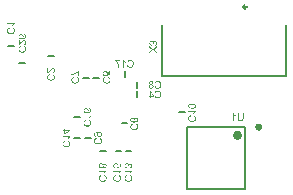
<source format=gbo>
G04*
G04 #@! TF.GenerationSoftware,Altium Limited,Altium Designer,23.3.1 (30)*
G04*
G04 Layer_Color=32896*
%FSAX44Y44*%
%MOMM*%
G71*
G04*
G04 #@! TF.SameCoordinates,E4202109-5C2D-4CF9-8B46-EFF2A95DF25D*
G04*
G04*
G04 #@! TF.FilePolarity,Positive*
G04*
G01*
G75*
%ADD10C,0.2000*%
%ADD11C,0.2540*%
%ADD13C,0.1500*%
%ADD14C,0.1270*%
G36*
X00307189Y00402814D02*
X00307355Y00402804D01*
X00307501Y00402775D01*
X00307648Y00402736D01*
X00307775Y00402697D01*
X00307901Y00402648D01*
X00308009Y00402599D01*
X00308116Y00402551D01*
X00308204Y00402492D01*
X00308282Y00402443D01*
X00308350Y00402394D01*
X00308409Y00402355D01*
X00308457Y00402316D01*
X00308486Y00402287D01*
X00308506Y00402277D01*
X00308516Y00402268D01*
X00308623Y00402160D01*
X00308711Y00402053D01*
X00308789Y00401936D01*
X00308857Y00401819D01*
X00308916Y00401712D01*
X00308955Y00401595D01*
X00309033Y00401390D01*
X00309072Y00401204D01*
X00309081Y00401126D01*
X00309091Y00401058D01*
X00309101Y00401000D01*
Y00400922D01*
X00309091Y00400756D01*
X00309072Y00400600D01*
X00309033Y00400453D01*
X00308994Y00400327D01*
X00308955Y00400219D01*
X00308916Y00400132D01*
X00308896Y00400083D01*
X00308886Y00400063D01*
X00308799Y00399917D01*
X00308701Y00399780D01*
X00308594Y00399663D01*
X00308486Y00399566D01*
X00308389Y00399478D01*
X00308311Y00399420D01*
X00308262Y00399380D01*
X00308252Y00399371D01*
X00308418D01*
X00308584Y00399380D01*
X00308740Y00399390D01*
X00308886Y00399400D01*
X00309013Y00399420D01*
X00309140Y00399439D01*
X00309247Y00399459D01*
X00309345Y00399478D01*
X00309433Y00399498D01*
X00309511Y00399517D01*
X00309579Y00399537D01*
X00309628Y00399556D01*
X00309667Y00399566D01*
X00309706Y00399576D01*
X00309715Y00399585D01*
X00309725D01*
X00309911Y00399673D01*
X00310076Y00399771D01*
X00310213Y00399868D01*
X00310320Y00399966D01*
X00310408Y00400044D01*
X00310476Y00400112D01*
X00310515Y00400151D01*
X00310525Y00400171D01*
X00310593Y00400288D01*
X00310652Y00400395D01*
X00310691Y00400512D01*
X00310710Y00400619D01*
X00310730Y00400707D01*
X00310740Y00400775D01*
Y00400844D01*
X00310730Y00401009D01*
X00310691Y00401165D01*
X00310632Y00401302D01*
X00310574Y00401419D01*
X00310506Y00401507D01*
X00310457Y00401575D01*
X00310418Y00401624D01*
X00310398Y00401634D01*
X00310310Y00401702D01*
X00310213Y00401760D01*
X00309988Y00401858D01*
X00309891Y00401887D01*
X00309813Y00401917D01*
X00309754Y00401936D01*
X00309745D01*
X00309735D01*
X00309793Y00402716D01*
X00310057Y00402668D01*
X00310291Y00402580D01*
X00310486Y00402492D01*
X00310652Y00402385D01*
X00310779Y00402287D01*
X00310876Y00402209D01*
X00310935Y00402151D01*
X00310954Y00402141D01*
Y00402131D01*
X00311032Y00402034D01*
X00311100Y00401936D01*
X00311198Y00401731D01*
X00311276Y00401526D01*
X00311334Y00401331D01*
X00311364Y00401156D01*
X00311374Y00401078D01*
Y00401019D01*
X00311383Y00400961D01*
Y00400892D01*
X00311374Y00400707D01*
X00311354Y00400532D01*
X00311315Y00400366D01*
X00311266Y00400210D01*
X00311208Y00400063D01*
X00311149Y00399936D01*
X00311081Y00399810D01*
X00311013Y00399702D01*
X00310944Y00399605D01*
X00310876Y00399517D01*
X00310818Y00399449D01*
X00310759Y00399380D01*
X00310710Y00399332D01*
X00310671Y00399302D01*
X00310652Y00399283D01*
X00310642Y00399273D01*
X00310476Y00399156D01*
X00310281Y00399049D01*
X00310086Y00398961D01*
X00309862Y00398883D01*
X00309647Y00398815D01*
X00309423Y00398756D01*
X00309198Y00398708D01*
X00308974Y00398678D01*
X00308769Y00398649D01*
X00308574Y00398629D01*
X00308399Y00398610D01*
X00308243Y00398600D01*
X00308116Y00398591D01*
X00308018D01*
X00307989D01*
X00307960D01*
X00307950D01*
X00307940D01*
X00307638Y00398600D01*
X00307365Y00398620D01*
X00307101Y00398649D01*
X00306867Y00398688D01*
X00306653Y00398737D01*
X00306458Y00398786D01*
X00306282Y00398844D01*
X00306126Y00398903D01*
X00305990Y00398951D01*
X00305872Y00399010D01*
X00305775Y00399059D01*
X00305697Y00399107D01*
X00305638Y00399146D01*
X00305599Y00399176D01*
X00305570Y00399195D01*
X00305560Y00399205D01*
X00305434Y00399322D01*
X00305326Y00399449D01*
X00305229Y00399585D01*
X00305141Y00399722D01*
X00305073Y00399859D01*
X00305014Y00399985D01*
X00304965Y00400122D01*
X00304926Y00400249D01*
X00304897Y00400366D01*
X00304878Y00400473D01*
X00304858Y00400570D01*
X00304848Y00400648D01*
Y00400717D01*
X00304839Y00400775D01*
Y00400814D01*
X00304848Y00401019D01*
X00304878Y00401214D01*
X00304926Y00401390D01*
X00304975Y00401546D01*
X00305024Y00401663D01*
X00305073Y00401760D01*
X00305102Y00401819D01*
X00305112Y00401838D01*
X00305229Y00402004D01*
X00305356Y00402141D01*
X00305482Y00402268D01*
X00305609Y00402375D01*
X00305726Y00402453D01*
X00305814Y00402511D01*
X00305853Y00402531D01*
X00305882Y00402551D01*
X00305892Y00402560D01*
X00305902D01*
X00306097Y00402648D01*
X00306292Y00402716D01*
X00306487Y00402755D01*
X00306653Y00402794D01*
X00306809Y00402814D01*
X00306867D01*
X00306926Y00402824D01*
X00306965D01*
X00306994D01*
X00307014D01*
X00307023D01*
X00307189Y00402814D01*
D02*
G37*
G36*
X00305697Y00394640D02*
X00305853Y00394748D01*
X00305980Y00394855D01*
X00306038Y00394904D01*
X00306077Y00394943D01*
X00306107Y00394962D01*
X00306116Y00394972D01*
X00306165Y00395021D01*
X00306214Y00395069D01*
X00306331Y00395196D01*
X00306467Y00395352D01*
X00306604Y00395499D01*
X00306731Y00395645D01*
X00306828Y00395762D01*
X00306867Y00395811D01*
X00306897Y00395850D01*
X00306916Y00395869D01*
X00306926Y00395879D01*
X00307062Y00396035D01*
X00307180Y00396172D01*
X00307297Y00396308D01*
X00307404Y00396425D01*
X00307511Y00396533D01*
X00307599Y00396630D01*
X00307687Y00396728D01*
X00307765Y00396806D01*
X00307833Y00396874D01*
X00307892Y00396932D01*
X00307979Y00397020D01*
X00308038Y00397069D01*
X00308057Y00397088D01*
X00308213Y00397215D01*
X00308350Y00397332D01*
X00308486Y00397420D01*
X00308603Y00397488D01*
X00308701Y00397547D01*
X00308769Y00397586D01*
X00308818Y00397605D01*
X00308838Y00397615D01*
X00308974Y00397674D01*
X00309111Y00397713D01*
X00309237Y00397742D01*
X00309355Y00397761D01*
X00309452Y00397771D01*
X00309530Y00397781D01*
X00309579D01*
X00309598D01*
X00309735Y00397771D01*
X00309872Y00397761D01*
X00310115Y00397693D01*
X00310330Y00397605D01*
X00310515Y00397508D01*
X00310662Y00397410D01*
X00310720Y00397361D01*
X00310779Y00397323D01*
X00310818Y00397284D01*
X00310847Y00397254D01*
X00310857Y00397244D01*
X00310866Y00397235D01*
X00310954Y00397127D01*
X00311042Y00397020D01*
X00311110Y00396903D01*
X00311169Y00396776D01*
X00311257Y00396533D01*
X00311315Y00396298D01*
X00311344Y00396191D01*
X00311354Y00396094D01*
X00311364Y00396006D01*
X00311374Y00395928D01*
X00311383Y00395859D01*
Y00395772D01*
X00311374Y00395606D01*
X00311364Y00395450D01*
X00311305Y00395157D01*
X00311276Y00395030D01*
X00311237Y00394904D01*
X00311188Y00394796D01*
X00311149Y00394699D01*
X00311100Y00394611D01*
X00311061Y00394533D01*
X00311013Y00394465D01*
X00310983Y00394406D01*
X00310954Y00394367D01*
X00310925Y00394338D01*
X00310915Y00394318D01*
X00310905Y00394309D01*
X00310808Y00394211D01*
X00310710Y00394133D01*
X00310486Y00393987D01*
X00310262Y00393880D01*
X00310037Y00393801D01*
X00309842Y00393743D01*
X00309754Y00393733D01*
X00309676Y00393714D01*
X00309618Y00393704D01*
X00309569Y00393694D01*
X00309540D01*
X00309530D01*
X00309442Y00394504D01*
X00309657Y00394523D01*
X00309842Y00394562D01*
X00309998Y00394611D01*
X00310135Y00394679D01*
X00310242Y00394738D01*
X00310320Y00394796D01*
X00310359Y00394835D01*
X00310379Y00394845D01*
X00310496Y00394982D01*
X00310583Y00395128D01*
X00310642Y00395284D01*
X00310691Y00395430D01*
X00310710Y00395557D01*
X00310720Y00395655D01*
X00310730Y00395694D01*
Y00395752D01*
X00310720Y00395947D01*
X00310681Y00396123D01*
X00310632Y00396269D01*
X00310574Y00396396D01*
X00310506Y00396493D01*
X00310457Y00396572D01*
X00310418Y00396610D01*
X00310408Y00396630D01*
X00310281Y00396747D01*
X00310145Y00396825D01*
X00310018Y00396884D01*
X00309891Y00396932D01*
X00309784Y00396952D01*
X00309696Y00396962D01*
X00309637Y00396971D01*
X00309628D01*
X00309618D01*
X00309452Y00396952D01*
X00309277Y00396913D01*
X00309121Y00396854D01*
X00308974Y00396786D01*
X00308847Y00396718D01*
X00308750Y00396659D01*
X00308711Y00396640D01*
X00308682Y00396620D01*
X00308672Y00396601D01*
X00308662D01*
X00308564Y00396523D01*
X00308457Y00396435D01*
X00308350Y00396337D01*
X00308243Y00396220D01*
X00308018Y00395986D01*
X00307794Y00395752D01*
X00307609Y00395538D01*
X00307521Y00395440D01*
X00307453Y00395352D01*
X00307384Y00395284D01*
X00307345Y00395235D01*
X00307316Y00395196D01*
X00307306Y00395187D01*
X00307101Y00394952D01*
X00306916Y00394738D01*
X00306750Y00394562D01*
X00306614Y00394416D01*
X00306497Y00394299D01*
X00306409Y00394221D01*
X00306350Y00394172D01*
X00306341Y00394153D01*
X00306331D01*
X00306175Y00394026D01*
X00306029Y00393928D01*
X00305882Y00393831D01*
X00305756Y00393763D01*
X00305638Y00393704D01*
X00305560Y00393665D01*
X00305502Y00393645D01*
X00305492Y00393636D01*
X00305482D01*
X00305385Y00393606D01*
X00305287Y00393577D01*
X00305200Y00393567D01*
X00305121Y00393558D01*
X00305053Y00393548D01*
X00304995D01*
X00304956D01*
X00304946D01*
Y00397791D01*
X00305697D01*
Y00394640D01*
D02*
G37*
G36*
X00307189Y00392085D02*
X00306906Y00392007D01*
X00306653Y00391909D01*
X00306448Y00391792D01*
X00306272Y00391685D01*
X00306146Y00391578D01*
X00306048Y00391490D01*
X00305990Y00391431D01*
X00305980Y00391422D01*
X00305970Y00391412D01*
X00305833Y00391217D01*
X00305736Y00391022D01*
X00305658Y00390817D01*
X00305609Y00390632D01*
X00305580Y00390466D01*
X00305570Y00390388D01*
Y00390329D01*
X00305560Y00390280D01*
Y00390212D01*
X00305570Y00389998D01*
X00305609Y00389793D01*
X00305658Y00389607D01*
X00305707Y00389451D01*
X00305765Y00389315D01*
X00305804Y00389207D01*
X00305824Y00389169D01*
X00305843Y00389139D01*
X00305853Y00389129D01*
Y00389120D01*
X00305980Y00388944D01*
X00306126Y00388798D01*
X00306272Y00388671D01*
X00306429Y00388564D01*
X00306555Y00388486D01*
X00306672Y00388437D01*
X00306711Y00388418D01*
X00306741Y00388398D01*
X00306760Y00388388D01*
X00306770D01*
X00307004Y00388310D01*
X00307248Y00388252D01*
X00307492Y00388213D01*
X00307716Y00388183D01*
X00307813Y00388174D01*
X00307901Y00388164D01*
X00307989D01*
X00308057Y00388154D01*
X00308116D01*
X00308155D01*
X00308184D01*
X00308194D01*
X00308428Y00388164D01*
X00308652Y00388183D01*
X00308857Y00388213D01*
X00309042Y00388252D01*
X00309198Y00388291D01*
X00309267Y00388300D01*
X00309315Y00388320D01*
X00309364Y00388330D01*
X00309394Y00388340D01*
X00309413Y00388349D01*
X00309423D01*
X00309637Y00388437D01*
X00309832Y00388544D01*
X00309988Y00388661D01*
X00310125Y00388769D01*
X00310232Y00388876D01*
X00310310Y00388964D01*
X00310359Y00389022D01*
X00310379Y00389032D01*
Y00389042D01*
X00310496Y00389237D01*
X00310583Y00389442D01*
X00310652Y00389646D01*
X00310691Y00389841D01*
X00310720Y00390017D01*
X00310730Y00390085D01*
Y00390154D01*
X00310740Y00390202D01*
Y00390271D01*
X00310730Y00390505D01*
X00310691Y00390710D01*
X00310642Y00390895D01*
X00310583Y00391041D01*
X00310515Y00391168D01*
X00310466Y00391256D01*
X00310427Y00391314D01*
X00310418Y00391334D01*
X00310281Y00391490D01*
X00310125Y00391617D01*
X00309949Y00391734D01*
X00309784Y00391822D01*
X00309637Y00391890D01*
X00309569Y00391919D01*
X00309511Y00391948D01*
X00309462Y00391968D01*
X00309423Y00391978D01*
X00309403Y00391987D01*
X00309394D01*
X00309589Y00392826D01*
X00309901Y00392709D01*
X00310047Y00392641D01*
X00310174Y00392573D01*
X00310301Y00392495D01*
X00310418Y00392416D01*
X00310515Y00392348D01*
X00310613Y00392270D01*
X00310691Y00392202D01*
X00310759Y00392134D01*
X00310827Y00392065D01*
X00310876Y00392017D01*
X00310915Y00391968D01*
X00310944Y00391939D01*
X00310954Y00391919D01*
X00310964Y00391909D01*
X00311052Y00391782D01*
X00311130Y00391656D01*
X00311198Y00391519D01*
X00311257Y00391383D01*
X00311344Y00391110D01*
X00311403Y00390856D01*
X00311422Y00390739D01*
X00311432Y00390632D01*
X00311442Y00390534D01*
X00311452Y00390456D01*
X00311461Y00390388D01*
Y00390290D01*
X00311442Y00389978D01*
X00311403Y00389686D01*
X00311334Y00389422D01*
X00311305Y00389305D01*
X00311266Y00389198D01*
X00311227Y00389100D01*
X00311198Y00389003D01*
X00311159Y00388925D01*
X00311130Y00388866D01*
X00311110Y00388808D01*
X00311091Y00388769D01*
X00311071Y00388749D01*
Y00388739D01*
X00310915Y00388495D01*
X00310730Y00388271D01*
X00310544Y00388086D01*
X00310359Y00387940D01*
X00310193Y00387813D01*
X00310125Y00387764D01*
X00310067Y00387725D01*
X00310008Y00387696D01*
X00309969Y00387676D01*
X00309949Y00387657D01*
X00309940D01*
X00309657Y00387530D01*
X00309355Y00387432D01*
X00309062Y00387374D01*
X00308789Y00387325D01*
X00308662Y00387306D01*
X00308555Y00387296D01*
X00308447Y00387286D01*
X00308360D01*
X00308291Y00387276D01*
X00308243D01*
X00308204D01*
X00308194D01*
X00307852Y00387286D01*
X00307540Y00387325D01*
X00307248Y00387384D01*
X00307111Y00387413D01*
X00306994Y00387442D01*
X00306877Y00387471D01*
X00306780Y00387501D01*
X00306692Y00387530D01*
X00306614Y00387559D01*
X00306555Y00387579D01*
X00306516Y00387598D01*
X00306487Y00387608D01*
X00306477D01*
X00306194Y00387744D01*
X00305951Y00387910D01*
X00305736Y00388066D01*
X00305570Y00388232D01*
X00305434Y00388369D01*
X00305336Y00388486D01*
X00305307Y00388535D01*
X00305278Y00388564D01*
X00305268Y00388583D01*
X00305258Y00388593D01*
X00305180Y00388720D01*
X00305121Y00388856D01*
X00305014Y00389129D01*
X00304946Y00389412D01*
X00304887Y00389686D01*
X00304878Y00389803D01*
X00304858Y00389920D01*
X00304848Y00390017D01*
Y00390105D01*
X00304839Y00390183D01*
Y00390280D01*
X00304848Y00390466D01*
X00304858Y00390641D01*
X00304926Y00390963D01*
X00304965Y00391110D01*
X00305014Y00391256D01*
X00305063Y00391383D01*
X00305112Y00391500D01*
X00305161Y00391607D01*
X00305209Y00391695D01*
X00305258Y00391773D01*
X00305297Y00391841D01*
X00305336Y00391899D01*
X00305365Y00391939D01*
X00305375Y00391958D01*
X00305385Y00391968D01*
X00305492Y00392095D01*
X00305609Y00392212D01*
X00305863Y00392407D01*
X00306126Y00392582D01*
X00306390Y00392709D01*
X00306507Y00392768D01*
X00306614Y00392807D01*
X00306721Y00392846D01*
X00306799Y00392885D01*
X00306877Y00392904D01*
X00306926Y00392924D01*
X00306965Y00392933D01*
X00306975D01*
X00307189Y00392085D01*
D02*
G37*
G36*
X00417851Y00397288D02*
X00418056Y00397249D01*
X00418232Y00397200D01*
X00418378Y00397141D01*
X00418495Y00397073D01*
X00418583Y00397024D01*
X00418642Y00396985D01*
X00418661Y00396976D01*
X00418807Y00396849D01*
X00418924Y00396702D01*
X00419022Y00396556D01*
X00419090Y00396420D01*
X00419149Y00396293D01*
X00419178Y00396195D01*
X00419198Y00396156D01*
Y00396127D01*
X00419207Y00396107D01*
Y00396098D01*
X00419285Y00396254D01*
X00419383Y00396390D01*
X00419471Y00396498D01*
X00419558Y00396595D01*
X00419636Y00396663D01*
X00419695Y00396722D01*
X00419734Y00396751D01*
X00419753Y00396761D01*
X00419880Y00396839D01*
X00420017Y00396888D01*
X00420144Y00396927D01*
X00420261Y00396956D01*
X00420358Y00396976D01*
X00420436Y00396985D01*
X00420485D01*
X00420504D01*
X00420670Y00396976D01*
X00420817Y00396946D01*
X00420953Y00396907D01*
X00421080Y00396868D01*
X00421177Y00396829D01*
X00421255Y00396790D01*
X00421304Y00396761D01*
X00421324Y00396751D01*
X00421460Y00396654D01*
X00421587Y00396546D01*
X00421694Y00396429D01*
X00421782Y00396322D01*
X00421851Y00396225D01*
X00421899Y00396147D01*
X00421928Y00396088D01*
X00421938Y00396078D01*
Y00396068D01*
X00422016Y00395903D01*
X00422075Y00395737D01*
X00422114Y00395571D01*
X00422143Y00395425D01*
X00422163Y00395298D01*
X00422172Y00395200D01*
Y00394976D01*
X00422153Y00394840D01*
X00422104Y00394596D01*
X00422036Y00394371D01*
X00421958Y00394186D01*
X00421870Y00394040D01*
X00421831Y00393981D01*
X00421802Y00393932D01*
X00421772Y00393884D01*
X00421753Y00393854D01*
X00421743Y00393845D01*
X00421733Y00393835D01*
X00421558Y00393659D01*
X00421363Y00393523D01*
X00421158Y00393406D01*
X00420963Y00393328D01*
X00420787Y00393259D01*
X00420709Y00393240D01*
X00420641Y00393220D01*
X00420592Y00393211D01*
X00420553Y00393201D01*
X00420524Y00393191D01*
X00420514D01*
X00420378Y00393981D01*
X00420583Y00394020D01*
X00420758Y00394079D01*
X00420904Y00394137D01*
X00421021Y00394206D01*
X00421119Y00394264D01*
X00421187Y00394313D01*
X00421226Y00394352D01*
X00421236Y00394362D01*
X00421334Y00394488D01*
X00421402Y00394615D01*
X00421460Y00394742D01*
X00421490Y00394869D01*
X00421509Y00394966D01*
X00421529Y00395054D01*
Y00395132D01*
X00421519Y00395298D01*
X00421480Y00395444D01*
X00421441Y00395571D01*
X00421382Y00395678D01*
X00421334Y00395766D01*
X00421285Y00395834D01*
X00421246Y00395873D01*
X00421236Y00395883D01*
X00421129Y00395981D01*
X00421002Y00396049D01*
X00420885Y00396107D01*
X00420778Y00396137D01*
X00420670Y00396156D01*
X00420592Y00396176D01*
X00420544D01*
X00420534D01*
X00420524D01*
X00420329Y00396156D01*
X00420163Y00396107D01*
X00420027Y00396049D01*
X00419919Y00395971D01*
X00419832Y00395893D01*
X00419763Y00395834D01*
X00419724Y00395786D01*
X00419714Y00395766D01*
X00419627Y00395610D01*
X00419568Y00395454D01*
X00419519Y00395308D01*
X00419490Y00395171D01*
X00419471Y00395044D01*
X00419461Y00394957D01*
Y00394830D01*
X00419471Y00394791D01*
Y00394742D01*
X00418778Y00394654D01*
X00418807Y00394771D01*
X00418827Y00394879D01*
X00418837Y00394976D01*
X00418846Y00395054D01*
X00418856Y00395122D01*
Y00395210D01*
X00418837Y00395405D01*
X00418798Y00395571D01*
X00418749Y00395727D01*
X00418680Y00395854D01*
X00418612Y00395961D01*
X00418563Y00396039D01*
X00418525Y00396078D01*
X00418505Y00396098D01*
X00418368Y00396215D01*
X00418222Y00396302D01*
X00418066Y00396371D01*
X00417929Y00396410D01*
X00417803Y00396439D01*
X00417705Y00396449D01*
X00417666Y00396459D01*
X00417637D01*
X00417627D01*
X00417617D01*
X00417413Y00396439D01*
X00417227Y00396400D01*
X00417061Y00396342D01*
X00416925Y00396273D01*
X00416808Y00396195D01*
X00416730Y00396137D01*
X00416681Y00396098D01*
X00416661Y00396078D01*
X00416535Y00395932D01*
X00416437Y00395776D01*
X00416379Y00395620D01*
X00416330Y00395464D01*
X00416301Y00395337D01*
X00416291Y00395239D01*
X00416281Y00395200D01*
Y00395142D01*
X00416291Y00394976D01*
X00416330Y00394820D01*
X00416379Y00394683D01*
X00416427Y00394576D01*
X00416486Y00394479D01*
X00416525Y00394410D01*
X00416564Y00394371D01*
X00416574Y00394352D01*
X00416701Y00394244D01*
X00416847Y00394147D01*
X00417013Y00394069D01*
X00417169Y00394010D01*
X00417315Y00393962D01*
X00417432Y00393932D01*
X00417471Y00393913D01*
X00417510D01*
X00417530Y00393903D01*
X00417539D01*
X00417432Y00393113D01*
X00417286Y00393133D01*
X00417149Y00393162D01*
X00416896Y00393250D01*
X00416671Y00393347D01*
X00416476Y00393464D01*
X00416398Y00393513D01*
X00416330Y00393572D01*
X00416271Y00393620D01*
X00416213Y00393659D01*
X00416174Y00393698D01*
X00416145Y00393728D01*
X00416135Y00393737D01*
X00416125Y00393747D01*
X00416037Y00393854D01*
X00415959Y00393971D01*
X00415891Y00394079D01*
X00415842Y00394196D01*
X00415745Y00394430D01*
X00415686Y00394654D01*
X00415667Y00394752D01*
X00415657Y00394849D01*
X00415647Y00394927D01*
X00415637Y00395005D01*
X00415628Y00395064D01*
Y00395142D01*
X00415637Y00395308D01*
X00415657Y00395474D01*
X00415676Y00395630D01*
X00415715Y00395776D01*
X00415764Y00395912D01*
X00415813Y00396039D01*
X00415862Y00396156D01*
X00415920Y00396264D01*
X00415969Y00396351D01*
X00416018Y00396439D01*
X00416067Y00396517D01*
X00416115Y00396576D01*
X00416154Y00396624D01*
X00416174Y00396654D01*
X00416193Y00396673D01*
X00416203Y00396683D01*
X00416320Y00396790D01*
X00416437Y00396888D01*
X00416554Y00396966D01*
X00416671Y00397034D01*
X00416788Y00397102D01*
X00416915Y00397151D01*
X00417140Y00397219D01*
X00417237Y00397249D01*
X00417335Y00397268D01*
X00417413Y00397278D01*
X00417491Y00397288D01*
X00417549Y00397297D01*
X00417588D01*
X00417617D01*
X00417627D01*
X00417851Y00397288D01*
D02*
G37*
G36*
X00419090Y00390265D02*
X00422143Y00392499D01*
Y00391572D01*
X00420426Y00390285D01*
X00420290Y00390177D01*
X00420163Y00390080D01*
X00420036Y00389992D01*
X00419929Y00389924D01*
X00419841Y00389865D01*
X00419773Y00389816D01*
X00419734Y00389787D01*
X00419714Y00389777D01*
X00419832Y00389709D01*
X00419949Y00389641D01*
X00420085Y00389553D01*
X00420212Y00389465D01*
X00420319Y00389397D01*
X00420407Y00389329D01*
X00420475Y00389290D01*
X00420485Y00389270D01*
X00420495D01*
X00422143Y00388100D01*
Y00387095D01*
X00419051Y00389280D01*
X00415735Y00386802D01*
Y00387817D01*
X00417949Y00389436D01*
X00418008Y00389475D01*
X00418076Y00389524D01*
X00418222Y00389631D01*
X00418300Y00389680D01*
X00418359Y00389709D01*
X00418398Y00389738D01*
X00418407Y00389748D01*
X00418261Y00389846D01*
X00418144Y00389924D01*
X00418086Y00389963D01*
X00418047Y00389992D01*
X00418027Y00390002D01*
X00418017Y00390011D01*
X00415735Y00391631D01*
Y00392674D01*
X00419090Y00390265D01*
D02*
G37*
G36*
X00401939Y00332327D02*
X00402105Y00332317D01*
X00402251Y00332288D01*
X00402398Y00332249D01*
X00402524Y00332210D01*
X00402651Y00332161D01*
X00402758Y00332112D01*
X00402866Y00332063D01*
X00402954Y00332005D01*
X00403032Y00331956D01*
X00403100Y00331907D01*
X00403158Y00331868D01*
X00403207Y00331829D01*
X00403237Y00331800D01*
X00403256Y00331790D01*
X00403266Y00331780D01*
X00403373Y00331673D01*
X00403461Y00331566D01*
X00403539Y00331449D01*
X00403607Y00331332D01*
X00403666Y00331225D01*
X00403705Y00331107D01*
X00403783Y00330903D01*
X00403822Y00330717D01*
X00403831Y00330639D01*
X00403841Y00330571D01*
X00403851Y00330513D01*
Y00330434D01*
X00403841Y00330269D01*
X00403822Y00330113D01*
X00403783Y00329966D01*
X00403744Y00329840D01*
X00403705Y00329732D01*
X00403666Y00329644D01*
X00403646Y00329596D01*
X00403636Y00329576D01*
X00403549Y00329430D01*
X00403451Y00329293D01*
X00403344Y00329176D01*
X00403237Y00329079D01*
X00403139Y00328991D01*
X00403061Y00328932D01*
X00403012Y00328893D01*
X00403002Y00328884D01*
X00403168D01*
X00403334Y00328893D01*
X00403490Y00328903D01*
X00403636Y00328913D01*
X00403763Y00328932D01*
X00403890Y00328952D01*
X00403997Y00328971D01*
X00404095Y00328991D01*
X00404183Y00329010D01*
X00404261Y00329030D01*
X00404329Y00329049D01*
X00404378Y00329069D01*
X00404417Y00329079D01*
X00404456Y00329088D01*
X00404465Y00329098D01*
X00404475D01*
X00404660Y00329186D01*
X00404826Y00329283D01*
X00404963Y00329381D01*
X00405070Y00329479D01*
X00405158Y00329557D01*
X00405226Y00329625D01*
X00405265Y00329664D01*
X00405275Y00329683D01*
X00405343Y00329800D01*
X00405402Y00329908D01*
X00405441Y00330025D01*
X00405460Y00330132D01*
X00405480Y00330220D01*
X00405490Y00330288D01*
Y00330356D01*
X00405480Y00330522D01*
X00405441Y00330678D01*
X00405382Y00330815D01*
X00405324Y00330932D01*
X00405256Y00331020D01*
X00405207Y00331088D01*
X00405168Y00331137D01*
X00405148Y00331147D01*
X00405060Y00331215D01*
X00404963Y00331273D01*
X00404739Y00331371D01*
X00404641Y00331400D01*
X00404563Y00331429D01*
X00404504Y00331449D01*
X00404495D01*
X00404485D01*
X00404543Y00332229D01*
X00404807Y00332180D01*
X00405041Y00332093D01*
X00405236Y00332005D01*
X00405402Y00331898D01*
X00405529Y00331800D01*
X00405626Y00331722D01*
X00405685Y00331663D01*
X00405704Y00331654D01*
Y00331644D01*
X00405782Y00331546D01*
X00405850Y00331449D01*
X00405948Y00331244D01*
X00406026Y00331039D01*
X00406085Y00330844D01*
X00406114Y00330668D01*
X00406124Y00330591D01*
Y00330532D01*
X00406133Y00330474D01*
Y00330405D01*
X00406124Y00330220D01*
X00406104Y00330044D01*
X00406065Y00329879D01*
X00406016Y00329722D01*
X00405958Y00329576D01*
X00405899Y00329449D01*
X00405831Y00329323D01*
X00405763Y00329215D01*
X00405694Y00329118D01*
X00405626Y00329030D01*
X00405568Y00328962D01*
X00405509Y00328893D01*
X00405460Y00328845D01*
X00405421Y00328815D01*
X00405402Y00328796D01*
X00405392Y00328786D01*
X00405226Y00328669D01*
X00405031Y00328562D01*
X00404836Y00328474D01*
X00404612Y00328396D01*
X00404397Y00328328D01*
X00404173Y00328269D01*
X00403949Y00328220D01*
X00403724Y00328191D01*
X00403519Y00328162D01*
X00403324Y00328142D01*
X00403149Y00328123D01*
X00402993Y00328113D01*
X00402866Y00328103D01*
X00402768D01*
X00402739D01*
X00402710D01*
X00402700D01*
X00402690D01*
X00402388Y00328113D01*
X00402115Y00328133D01*
X00401851Y00328162D01*
X00401617Y00328201D01*
X00401403Y00328250D01*
X00401208Y00328298D01*
X00401032Y00328357D01*
X00400876Y00328415D01*
X00400740Y00328464D01*
X00400622Y00328523D01*
X00400525Y00328572D01*
X00400447Y00328620D01*
X00400388Y00328659D01*
X00400349Y00328689D01*
X00400320Y00328708D01*
X00400310Y00328718D01*
X00400184Y00328835D01*
X00400076Y00328962D01*
X00399979Y00329098D01*
X00399891Y00329235D01*
X00399823Y00329371D01*
X00399764Y00329498D01*
X00399715Y00329635D01*
X00399676Y00329761D01*
X00399647Y00329879D01*
X00399628Y00329986D01*
X00399608Y00330083D01*
X00399598Y00330161D01*
Y00330230D01*
X00399589Y00330288D01*
Y00330327D01*
X00399598Y00330532D01*
X00399628Y00330727D01*
X00399676Y00330903D01*
X00399725Y00331059D01*
X00399774Y00331176D01*
X00399823Y00331273D01*
X00399852Y00331332D01*
X00399862Y00331351D01*
X00399979Y00331517D01*
X00400106Y00331654D01*
X00400232Y00331780D01*
X00400359Y00331888D01*
X00400476Y00331966D01*
X00400564Y00332024D01*
X00400603Y00332044D01*
X00400632Y00332063D01*
X00400642Y00332073D01*
X00400652D01*
X00400847Y00332161D01*
X00401042Y00332229D01*
X00401237Y00332268D01*
X00401403Y00332307D01*
X00401559Y00332327D01*
X00401617D01*
X00401676Y00332336D01*
X00401715D01*
X00401744D01*
X00401764D01*
X00401773D01*
X00401939Y00332327D01*
D02*
G37*
G36*
Y00326572D02*
X00401656Y00326494D01*
X00401403Y00326396D01*
X00401198Y00326279D01*
X00401022Y00326172D01*
X00400896Y00326065D01*
X00400798Y00325977D01*
X00400740Y00325919D01*
X00400730Y00325909D01*
X00400720Y00325899D01*
X00400583Y00325704D01*
X00400486Y00325509D01*
X00400408Y00325304D01*
X00400359Y00325119D01*
X00400330Y00324953D01*
X00400320Y00324875D01*
Y00324816D01*
X00400310Y00324768D01*
Y00324699D01*
X00400320Y00324485D01*
X00400359Y00324280D01*
X00400408Y00324095D01*
X00400457Y00323938D01*
X00400515Y00323802D01*
X00400554Y00323695D01*
X00400574Y00323656D01*
X00400593Y00323626D01*
X00400603Y00323617D01*
Y00323607D01*
X00400730Y00323431D01*
X00400876Y00323285D01*
X00401022Y00323158D01*
X00401178Y00323051D01*
X00401305Y00322973D01*
X00401422Y00322924D01*
X00401461Y00322905D01*
X00401491Y00322885D01*
X00401510Y00322875D01*
X00401520D01*
X00401754Y00322797D01*
X00401998Y00322739D01*
X00402242Y00322700D01*
X00402466Y00322671D01*
X00402564Y00322661D01*
X00402651Y00322651D01*
X00402739D01*
X00402807Y00322641D01*
X00402866D01*
X00402905D01*
X00402934D01*
X00402944D01*
X00403178Y00322651D01*
X00403402Y00322671D01*
X00403607Y00322700D01*
X00403792Y00322739D01*
X00403949Y00322778D01*
X00404017Y00322788D01*
X00404066Y00322807D01*
X00404114Y00322817D01*
X00404143Y00322827D01*
X00404163Y00322836D01*
X00404173D01*
X00404387Y00322924D01*
X00404582Y00323032D01*
X00404739Y00323148D01*
X00404875Y00323256D01*
X00404982Y00323363D01*
X00405060Y00323451D01*
X00405109Y00323509D01*
X00405129Y00323519D01*
Y00323529D01*
X00405246Y00323724D01*
X00405334Y00323929D01*
X00405402Y00324134D01*
X00405441Y00324329D01*
X00405470Y00324504D01*
X00405480Y00324572D01*
Y00324641D01*
X00405490Y00324690D01*
Y00324758D01*
X00405480Y00324992D01*
X00405441Y00325197D01*
X00405392Y00325382D01*
X00405334Y00325528D01*
X00405265Y00325655D01*
X00405216Y00325743D01*
X00405177Y00325802D01*
X00405168Y00325821D01*
X00405031Y00325977D01*
X00404875Y00326104D01*
X00404700Y00326221D01*
X00404534Y00326309D01*
X00404387Y00326377D01*
X00404319Y00326406D01*
X00404261Y00326436D01*
X00404212Y00326455D01*
X00404173Y00326465D01*
X00404153Y00326474D01*
X00404143D01*
X00404339Y00327313D01*
X00404651Y00327196D01*
X00404797Y00327128D01*
X00404924Y00327060D01*
X00405051Y00326982D01*
X00405168Y00326904D01*
X00405265Y00326835D01*
X00405363Y00326757D01*
X00405441Y00326689D01*
X00405509Y00326621D01*
X00405577Y00326553D01*
X00405626Y00326504D01*
X00405665Y00326455D01*
X00405694Y00326426D01*
X00405704Y00326406D01*
X00405714Y00326396D01*
X00405802Y00326270D01*
X00405880Y00326143D01*
X00405948Y00326006D01*
X00406007Y00325870D01*
X00406094Y00325597D01*
X00406153Y00325343D01*
X00406172Y00325226D01*
X00406182Y00325119D01*
X00406192Y00325021D01*
X00406202Y00324943D01*
X00406211Y00324875D01*
Y00324777D01*
X00406192Y00324465D01*
X00406153Y00324173D01*
X00406085Y00323909D01*
X00406055Y00323792D01*
X00406016Y00323685D01*
X00405977Y00323587D01*
X00405948Y00323490D01*
X00405909Y00323412D01*
X00405880Y00323353D01*
X00405860Y00323295D01*
X00405841Y00323256D01*
X00405821Y00323236D01*
Y00323227D01*
X00405665Y00322983D01*
X00405480Y00322758D01*
X00405294Y00322573D01*
X00405109Y00322427D01*
X00404943Y00322300D01*
X00404875Y00322251D01*
X00404817Y00322212D01*
X00404758Y00322183D01*
X00404719Y00322163D01*
X00404700Y00322144D01*
X00404690D01*
X00404407Y00322017D01*
X00404104Y00321920D01*
X00403812Y00321861D01*
X00403539Y00321812D01*
X00403412Y00321793D01*
X00403305Y00321783D01*
X00403197Y00321773D01*
X00403110D01*
X00403041Y00321763D01*
X00402993D01*
X00402954D01*
X00402944D01*
X00402603Y00321773D01*
X00402290Y00321812D01*
X00401998Y00321871D01*
X00401861Y00321900D01*
X00401744Y00321929D01*
X00401627Y00321959D01*
X00401530Y00321988D01*
X00401442Y00322017D01*
X00401364Y00322046D01*
X00401305Y00322066D01*
X00401266Y00322085D01*
X00401237Y00322095D01*
X00401227D01*
X00400944Y00322232D01*
X00400700Y00322397D01*
X00400486Y00322553D01*
X00400320Y00322719D01*
X00400184Y00322856D01*
X00400086Y00322973D01*
X00400057Y00323022D01*
X00400028Y00323051D01*
X00400018Y00323070D01*
X00400008Y00323080D01*
X00399930Y00323207D01*
X00399871Y00323344D01*
X00399764Y00323617D01*
X00399696Y00323899D01*
X00399637Y00324173D01*
X00399628Y00324290D01*
X00399608Y00324407D01*
X00399598Y00324504D01*
Y00324592D01*
X00399589Y00324670D01*
Y00324768D01*
X00399598Y00324953D01*
X00399608Y00325129D01*
X00399676Y00325450D01*
X00399715Y00325597D01*
X00399764Y00325743D01*
X00399813Y00325870D01*
X00399862Y00325987D01*
X00399911Y00326094D01*
X00399959Y00326182D01*
X00400008Y00326260D01*
X00400047Y00326328D01*
X00400086Y00326387D01*
X00400115Y00326426D01*
X00400125Y00326445D01*
X00400135Y00326455D01*
X00400242Y00326582D01*
X00400359Y00326699D01*
X00400613Y00326894D01*
X00400876Y00327070D01*
X00401139Y00327196D01*
X00401256Y00327255D01*
X00401364Y00327294D01*
X00401471Y00327333D01*
X00401549Y00327372D01*
X00401627Y00327391D01*
X00401676Y00327411D01*
X00401715Y00327421D01*
X00401725D01*
X00401939Y00326572D01*
D02*
G37*
G36*
X00486959Y00335666D02*
X00487067Y00335510D01*
X00487184Y00335364D01*
X00487301Y00335227D01*
X00487408Y00335120D01*
X00487496Y00335032D01*
X00487555Y00334974D01*
X00487564Y00334964D01*
X00487574Y00334954D01*
X00487759Y00334798D01*
X00487954Y00334652D01*
X00488149Y00334525D01*
X00488325Y00334418D01*
X00488481Y00334330D01*
X00488549Y00334301D01*
X00488608Y00334272D01*
X00488647Y00334242D01*
X00488686Y00334223D01*
X00488705Y00334213D01*
X00488715D01*
Y00333442D01*
X00488579Y00333501D01*
X00488432Y00333569D01*
X00488296Y00333628D01*
X00488169Y00333696D01*
X00488062Y00333755D01*
X00487974Y00333803D01*
X00487915Y00333842D01*
X00487906Y00333852D01*
X00487896D01*
X00487730Y00333950D01*
X00487584Y00334057D01*
X00487457Y00334145D01*
X00487350Y00334232D01*
X00487262Y00334301D01*
X00487194Y00334350D01*
X00487155Y00334389D01*
X00487145Y00334398D01*
Y00329385D01*
X00486355D01*
Y00335822D01*
X00486872D01*
X00486959Y00335666D01*
D02*
G37*
G36*
X00495445Y00332087D02*
Y00331901D01*
X00495435Y00331726D01*
X00495426Y00331560D01*
X00495406Y00331404D01*
X00495387Y00331267D01*
X00495367Y00331131D01*
X00495348Y00331014D01*
X00495318Y00330906D01*
X00495299Y00330809D01*
X00495279Y00330721D01*
X00495260Y00330643D01*
X00495240Y00330585D01*
X00495221Y00330536D01*
X00495211Y00330507D01*
X00495201Y00330487D01*
Y00330477D01*
X00495094Y00330272D01*
X00494967Y00330087D01*
X00494840Y00329941D01*
X00494704Y00329814D01*
X00494587Y00329707D01*
X00494480Y00329638D01*
X00494440Y00329609D01*
X00494421Y00329599D01*
X00494402Y00329580D01*
X00494392D01*
X00494167Y00329482D01*
X00493914Y00329404D01*
X00493670Y00329356D01*
X00493436Y00329317D01*
X00493329Y00329307D01*
X00493231Y00329297D01*
X00493143Y00329287D01*
X00493065D01*
X00493007Y00329278D01*
X00492919D01*
X00492587Y00329297D01*
X00492295Y00329336D01*
X00492158Y00329356D01*
X00492041Y00329385D01*
X00491924Y00329424D01*
X00491827Y00329453D01*
X00491739Y00329482D01*
X00491651Y00329521D01*
X00491583Y00329551D01*
X00491534Y00329570D01*
X00491485Y00329599D01*
X00491456Y00329609D01*
X00491436Y00329629D01*
X00491427D01*
X00491232Y00329775D01*
X00491056Y00329921D01*
X00490919Y00330077D01*
X00490812Y00330224D01*
X00490734Y00330360D01*
X00490676Y00330458D01*
X00490656Y00330497D01*
X00490646Y00330526D01*
X00490637Y00330546D01*
Y00330555D01*
X00490559Y00330780D01*
X00490510Y00331033D01*
X00490471Y00331287D01*
X00490442Y00331531D01*
X00490432Y00331648D01*
X00490422Y00331755D01*
Y00331843D01*
X00490412Y00331931D01*
Y00331999D01*
Y00332048D01*
Y00332077D01*
Y00332087D01*
Y00335793D01*
X00491261D01*
Y00332087D01*
Y00331872D01*
X00491280Y00331667D01*
X00491300Y00331492D01*
X00491319Y00331326D01*
X00491349Y00331170D01*
X00491388Y00331043D01*
X00491427Y00330926D01*
X00491456Y00330819D01*
X00491495Y00330731D01*
X00491534Y00330653D01*
X00491563Y00330594D01*
X00491602Y00330546D01*
X00491622Y00330507D01*
X00491641Y00330477D01*
X00491661Y00330468D01*
Y00330458D01*
X00491739Y00330380D01*
X00491836Y00330321D01*
X00492041Y00330214D01*
X00492256Y00330146D01*
X00492480Y00330087D01*
X00492675Y00330058D01*
X00492763Y00330048D01*
X00492841D01*
X00492909Y00330038D01*
X00492997D01*
X00493192Y00330048D01*
X00493368Y00330068D01*
X00493524Y00330107D01*
X00493660Y00330146D01*
X00493768Y00330175D01*
X00493846Y00330214D01*
X00493894Y00330233D01*
X00493914Y00330243D01*
X00494050Y00330331D01*
X00494158Y00330429D01*
X00494255Y00330536D01*
X00494324Y00330633D01*
X00494382Y00330721D01*
X00494421Y00330789D01*
X00494440Y00330838D01*
X00494450Y00330858D01*
X00494480Y00330936D01*
X00494499Y00331023D01*
X00494538Y00331219D01*
X00494558Y00331423D01*
X00494577Y00331618D01*
X00494587Y00331804D01*
X00494597Y00331882D01*
Y00331950D01*
Y00332009D01*
Y00332048D01*
Y00332077D01*
Y00332087D01*
Y00335793D01*
X00495445D01*
Y00332087D01*
D02*
G37*
G36*
X00422975Y00355092D02*
X00423268Y00355053D01*
X00423531Y00354985D01*
X00423648Y00354955D01*
X00423755Y00354916D01*
X00423853Y00354877D01*
X00423950Y00354848D01*
X00424028Y00354809D01*
X00424087Y00354780D01*
X00424145Y00354760D01*
X00424184Y00354741D01*
X00424204Y00354721D01*
X00424214D01*
X00424458Y00354565D01*
X00424682Y00354380D01*
X00424867Y00354194D01*
X00425014Y00354009D01*
X00425140Y00353843D01*
X00425189Y00353775D01*
X00425228Y00353717D01*
X00425257Y00353658D01*
X00425277Y00353619D01*
X00425296Y00353600D01*
Y00353590D01*
X00425423Y00353307D01*
X00425521Y00353005D01*
X00425579Y00352712D01*
X00425628Y00352439D01*
X00425647Y00352312D01*
X00425657Y00352205D01*
X00425667Y00352098D01*
Y00352010D01*
X00425677Y00351941D01*
Y00351893D01*
Y00351854D01*
Y00351844D01*
X00425667Y00351502D01*
X00425628Y00351190D01*
X00425569Y00350898D01*
X00425540Y00350761D01*
X00425511Y00350644D01*
X00425482Y00350527D01*
X00425452Y00350430D01*
X00425423Y00350342D01*
X00425394Y00350264D01*
X00425374Y00350205D01*
X00425355Y00350166D01*
X00425345Y00350137D01*
Y00350127D01*
X00425209Y00349844D01*
X00425043Y00349600D01*
X00424887Y00349386D01*
X00424721Y00349220D01*
X00424584Y00349084D01*
X00424467Y00348986D01*
X00424418Y00348957D01*
X00424389Y00348927D01*
X00424370Y00348918D01*
X00424360Y00348908D01*
X00424233Y00348830D01*
X00424097Y00348772D01*
X00423824Y00348664D01*
X00423541Y00348596D01*
X00423268Y00348537D01*
X00423150Y00348528D01*
X00423033Y00348508D01*
X00422936Y00348498D01*
X00422848D01*
X00422770Y00348489D01*
X00422673D01*
X00422487Y00348498D01*
X00422312Y00348508D01*
X00421990Y00348576D01*
X00421843Y00348615D01*
X00421697Y00348664D01*
X00421570Y00348713D01*
X00421453Y00348762D01*
X00421346Y00348811D01*
X00421258Y00348859D01*
X00421180Y00348908D01*
X00421112Y00348947D01*
X00421054Y00348986D01*
X00421015Y00349015D01*
X00420995Y00349025D01*
X00420985Y00349035D01*
X00420858Y00349142D01*
X00420741Y00349259D01*
X00420546Y00349513D01*
X00420371Y00349776D01*
X00420244Y00350039D01*
X00420185Y00350157D01*
X00420146Y00350264D01*
X00420107Y00350371D01*
X00420068Y00350449D01*
X00420049Y00350527D01*
X00420029Y00350576D01*
X00420020Y00350615D01*
Y00350625D01*
X00420868Y00350839D01*
X00420946Y00350556D01*
X00421044Y00350303D01*
X00421161Y00350098D01*
X00421268Y00349922D01*
X00421375Y00349796D01*
X00421463Y00349698D01*
X00421522Y00349640D01*
X00421531Y00349630D01*
X00421541Y00349620D01*
X00421736Y00349483D01*
X00421931Y00349386D01*
X00422136Y00349308D01*
X00422322Y00349259D01*
X00422487Y00349230D01*
X00422565Y00349220D01*
X00422624D01*
X00422673Y00349210D01*
X00422741D01*
X00422955Y00349220D01*
X00423160Y00349259D01*
X00423346Y00349308D01*
X00423502Y00349357D01*
X00423638Y00349415D01*
X00423745Y00349454D01*
X00423784Y00349474D01*
X00423814Y00349493D01*
X00423824Y00349503D01*
X00423833D01*
X00424009Y00349630D01*
X00424155Y00349776D01*
X00424282Y00349922D01*
X00424389Y00350079D01*
X00424467Y00350205D01*
X00424516Y00350322D01*
X00424535Y00350361D01*
X00424555Y00350391D01*
X00424565Y00350410D01*
Y00350420D01*
X00424643Y00350654D01*
X00424701Y00350898D01*
X00424740Y00351142D01*
X00424770Y00351366D01*
X00424779Y00351464D01*
X00424789Y00351551D01*
Y00351639D01*
X00424799Y00351707D01*
Y00351766D01*
Y00351805D01*
Y00351834D01*
Y00351844D01*
X00424789Y00352078D01*
X00424770Y00352302D01*
X00424740Y00352507D01*
X00424701Y00352692D01*
X00424662Y00352849D01*
X00424653Y00352917D01*
X00424633Y00352966D01*
X00424623Y00353014D01*
X00424614Y00353044D01*
X00424604Y00353063D01*
Y00353073D01*
X00424516Y00353287D01*
X00424409Y00353483D01*
X00424292Y00353638D01*
X00424184Y00353775D01*
X00424077Y00353882D01*
X00423989Y00353960D01*
X00423931Y00354009D01*
X00423921Y00354029D01*
X00423911D01*
X00423716Y00354146D01*
X00423511Y00354234D01*
X00423307Y00354302D01*
X00423111Y00354341D01*
X00422936Y00354370D01*
X00422868Y00354380D01*
X00422799D01*
X00422751Y00354390D01*
X00422682D01*
X00422448Y00354380D01*
X00422243Y00354341D01*
X00422058Y00354292D01*
X00421912Y00354234D01*
X00421785Y00354165D01*
X00421697Y00354117D01*
X00421639Y00354077D01*
X00421619Y00354068D01*
X00421463Y00353931D01*
X00421336Y00353775D01*
X00421219Y00353600D01*
X00421132Y00353434D01*
X00421063Y00353287D01*
X00421034Y00353219D01*
X00421005Y00353161D01*
X00420985Y00353112D01*
X00420975Y00353073D01*
X00420966Y00353053D01*
Y00353044D01*
X00420127Y00353239D01*
X00420244Y00353551D01*
X00420312Y00353697D01*
X00420381Y00353824D01*
X00420458Y00353951D01*
X00420536Y00354068D01*
X00420605Y00354165D01*
X00420683Y00354263D01*
X00420751Y00354341D01*
X00420819Y00354409D01*
X00420888Y00354477D01*
X00420936Y00354526D01*
X00420985Y00354565D01*
X00421015Y00354594D01*
X00421034Y00354604D01*
X00421044Y00354614D01*
X00421171Y00354702D01*
X00421297Y00354780D01*
X00421434Y00354848D01*
X00421570Y00354907D01*
X00421843Y00354994D01*
X00422097Y00355053D01*
X00422214Y00355072D01*
X00422322Y00355082D01*
X00422419Y00355092D01*
X00422497Y00355102D01*
X00422565Y00355111D01*
X00422663D01*
X00422975Y00355092D01*
D02*
G37*
G36*
X00419561Y00350849D02*
Y00350127D01*
X00416781D01*
Y00348596D01*
X00415991D01*
Y00350127D01*
X00415123D01*
Y00350849D01*
X00415991D01*
Y00354994D01*
X00416635D01*
X00419561Y00350849D01*
D02*
G37*
G36*
X00362240Y00340224D02*
X00362406Y00340215D01*
X00362552Y00340185D01*
X00362698Y00340146D01*
X00362825Y00340107D01*
X00362952Y00340059D01*
X00363059Y00340010D01*
X00363167Y00339961D01*
X00363254Y00339902D01*
X00363332Y00339854D01*
X00363401Y00339805D01*
X00363459Y00339766D01*
X00363508Y00339727D01*
X00363537Y00339698D01*
X00363557Y00339688D01*
X00363567Y00339678D01*
X00363674Y00339571D01*
X00363762Y00339464D01*
X00363840Y00339346D01*
X00363908Y00339229D01*
X00363966Y00339122D01*
X00364005Y00339005D01*
X00364083Y00338800D01*
X00364122Y00338615D01*
X00364132Y00338537D01*
X00364142Y00338469D01*
X00364152Y00338410D01*
Y00338332D01*
X00364142Y00338166D01*
X00364122Y00338010D01*
X00364083Y00337864D01*
X00364044Y00337737D01*
X00364005Y00337630D01*
X00363966Y00337542D01*
X00363947Y00337493D01*
X00363937Y00337474D01*
X00363849Y00337327D01*
X00363752Y00337191D01*
X00363644Y00337074D01*
X00363537Y00336976D01*
X00363440Y00336889D01*
X00363362Y00336830D01*
X00363313Y00336791D01*
X00363303Y00336781D01*
X00363469D01*
X00363635Y00336791D01*
X00363791Y00336801D01*
X00363937Y00336810D01*
X00364064Y00336830D01*
X00364191Y00336850D01*
X00364298Y00336869D01*
X00364395Y00336889D01*
X00364483Y00336908D01*
X00364561Y00336927D01*
X00364630Y00336947D01*
X00364678Y00336967D01*
X00364717Y00336976D01*
X00364756Y00336986D01*
X00364766Y00336996D01*
X00364776D01*
X00364961Y00337084D01*
X00365127Y00337181D01*
X00365264Y00337279D01*
X00365371Y00337376D01*
X00365459Y00337454D01*
X00365527Y00337523D01*
X00365566Y00337561D01*
X00365576Y00337581D01*
X00365644Y00337698D01*
X00365703Y00337805D01*
X00365742Y00337922D01*
X00365761Y00338030D01*
X00365780Y00338117D01*
X00365790Y00338186D01*
Y00338254D01*
X00365780Y00338420D01*
X00365742Y00338576D01*
X00365683Y00338713D01*
X00365625Y00338829D01*
X00365556Y00338917D01*
X00365507Y00338986D01*
X00365468Y00339034D01*
X00365449Y00339044D01*
X00365361Y00339112D01*
X00365264Y00339171D01*
X00365039Y00339268D01*
X00364942Y00339298D01*
X00364864Y00339327D01*
X00364805Y00339346D01*
X00364795D01*
X00364786D01*
X00364844Y00340127D01*
X00365108Y00340078D01*
X00365342Y00339990D01*
X00365537Y00339902D01*
X00365703Y00339795D01*
X00365829Y00339698D01*
X00365927Y00339619D01*
X00365985Y00339561D01*
X00366005Y00339551D01*
Y00339542D01*
X00366083Y00339444D01*
X00366151Y00339346D01*
X00366249Y00339142D01*
X00366327Y00338937D01*
X00366385Y00338742D01*
X00366414Y00338566D01*
X00366424Y00338488D01*
Y00338430D01*
X00366434Y00338371D01*
Y00338303D01*
X00366424Y00338117D01*
X00366405Y00337942D01*
X00366366Y00337776D01*
X00366317Y00337620D01*
X00366259Y00337474D01*
X00366200Y00337347D01*
X00366132Y00337220D01*
X00366063Y00337113D01*
X00365995Y00337015D01*
X00365927Y00336927D01*
X00365868Y00336859D01*
X00365810Y00336791D01*
X00365761Y00336742D01*
X00365722Y00336713D01*
X00365703Y00336693D01*
X00365693Y00336684D01*
X00365527Y00336567D01*
X00365332Y00336459D01*
X00365137Y00336372D01*
X00364912Y00336294D01*
X00364698Y00336225D01*
X00364474Y00336167D01*
X00364249Y00336118D01*
X00364025Y00336089D01*
X00363820Y00336059D01*
X00363625Y00336040D01*
X00363449Y00336021D01*
X00363293Y00336011D01*
X00363167Y00336001D01*
X00363069D01*
X00363040D01*
X00363010D01*
X00363001D01*
X00362991D01*
X00362689Y00336011D01*
X00362416Y00336030D01*
X00362152Y00336059D01*
X00361918Y00336099D01*
X00361703Y00336147D01*
X00361508Y00336196D01*
X00361333Y00336255D01*
X00361177Y00336313D01*
X00361040Y00336362D01*
X00360923Y00336420D01*
X00360826Y00336469D01*
X00360748Y00336518D01*
X00360689Y00336557D01*
X00360650Y00336586D01*
X00360621Y00336606D01*
X00360611Y00336615D01*
X00360484Y00336732D01*
X00360377Y00336859D01*
X00360280Y00336996D01*
X00360192Y00337132D01*
X00360123Y00337269D01*
X00360065Y00337396D01*
X00360016Y00337532D01*
X00359977Y00337659D01*
X00359948Y00337776D01*
X00359928Y00337883D01*
X00359909Y00337981D01*
X00359899Y00338059D01*
Y00338127D01*
X00359889Y00338186D01*
Y00338225D01*
X00359899Y00338430D01*
X00359928Y00338625D01*
X00359977Y00338800D01*
X00360026Y00338956D01*
X00360075Y00339073D01*
X00360123Y00339171D01*
X00360153Y00339229D01*
X00360163Y00339249D01*
X00360280Y00339415D01*
X00360406Y00339551D01*
X00360533Y00339678D01*
X00360660Y00339785D01*
X00360777Y00339863D01*
X00360865Y00339922D01*
X00360904Y00339941D01*
X00360933Y00339961D01*
X00360943Y00339971D01*
X00360952D01*
X00361148Y00340059D01*
X00361343Y00340127D01*
X00361538Y00340166D01*
X00361703Y00340205D01*
X00361860Y00340224D01*
X00361918D01*
X00361977Y00340234D01*
X00362016D01*
X00362045D01*
X00362064D01*
X00362074D01*
X00362240Y00340224D01*
D02*
G37*
G36*
X00366434Y00333514D02*
X00366278Y00333426D01*
X00366122Y00333319D01*
X00365976Y00333202D01*
X00365839Y00333085D01*
X00365732Y00332977D01*
X00365644Y00332890D01*
X00365586Y00332831D01*
X00365576Y00332821D01*
X00365566Y00332812D01*
X00365410Y00332626D01*
X00365264Y00332431D01*
X00365137Y00332236D01*
X00365029Y00332061D01*
X00364942Y00331904D01*
X00364912Y00331836D01*
X00364883Y00331778D01*
X00364854Y00331739D01*
X00364834Y00331700D01*
X00364825Y00331680D01*
Y00331670D01*
X00364054D01*
X00364113Y00331807D01*
X00364181Y00331953D01*
X00364240Y00332090D01*
X00364308Y00332217D01*
X00364366Y00332324D01*
X00364415Y00332412D01*
X00364454Y00332470D01*
X00364464Y00332480D01*
Y00332490D01*
X00364561Y00332655D01*
X00364669Y00332802D01*
X00364756Y00332929D01*
X00364844Y00333036D01*
X00364912Y00333124D01*
X00364961Y00333192D01*
X00365000Y00333231D01*
X00365010Y00333241D01*
X00359997D01*
Y00334031D01*
X00366434D01*
Y00333514D01*
D02*
G37*
G36*
X00362240Y00329495D02*
X00361957Y00329417D01*
X00361703Y00329320D01*
X00361499Y00329203D01*
X00361323Y00329095D01*
X00361196Y00328988D01*
X00361099Y00328900D01*
X00361040Y00328842D01*
X00361031Y00328832D01*
X00361021Y00328822D01*
X00360884Y00328627D01*
X00360787Y00328432D01*
X00360709Y00328227D01*
X00360660Y00328042D01*
X00360631Y00327876D01*
X00360621Y00327798D01*
Y00327740D01*
X00360611Y00327691D01*
Y00327623D01*
X00360621Y00327408D01*
X00360660Y00327203D01*
X00360709Y00327018D01*
X00360757Y00326862D01*
X00360816Y00326725D01*
X00360855Y00326618D01*
X00360874Y00326579D01*
X00360894Y00326550D01*
X00360904Y00326540D01*
Y00326530D01*
X00361031Y00326355D01*
X00361177Y00326208D01*
X00361323Y00326082D01*
X00361479Y00325974D01*
X00361606Y00325896D01*
X00361723Y00325848D01*
X00361762Y00325828D01*
X00361791Y00325808D01*
X00361811Y00325799D01*
X00361821D01*
X00362055Y00325721D01*
X00362299Y00325662D01*
X00362542Y00325623D01*
X00362767Y00325594D01*
X00362864Y00325584D01*
X00362952Y00325574D01*
X00363040D01*
X00363108Y00325565D01*
X00363167D01*
X00363206D01*
X00363235D01*
X00363245D01*
X00363479Y00325574D01*
X00363703Y00325594D01*
X00363908Y00325623D01*
X00364093Y00325662D01*
X00364249Y00325701D01*
X00364318Y00325711D01*
X00364366Y00325730D01*
X00364415Y00325740D01*
X00364444Y00325750D01*
X00364464Y00325760D01*
X00364474D01*
X00364688Y00325848D01*
X00364883Y00325955D01*
X00365039Y00326072D01*
X00365176Y00326179D01*
X00365283Y00326286D01*
X00365361Y00326374D01*
X00365410Y00326433D01*
X00365429Y00326442D01*
Y00326452D01*
X00365546Y00326647D01*
X00365634Y00326852D01*
X00365703Y00327057D01*
X00365742Y00327252D01*
X00365771Y00327427D01*
X00365780Y00327496D01*
Y00327564D01*
X00365790Y00327613D01*
Y00327681D01*
X00365780Y00327915D01*
X00365742Y00328120D01*
X00365693Y00328305D01*
X00365634Y00328452D01*
X00365566Y00328578D01*
X00365517Y00328666D01*
X00365478Y00328725D01*
X00365468Y00328744D01*
X00365332Y00328900D01*
X00365176Y00329027D01*
X00365000Y00329144D01*
X00364834Y00329232D01*
X00364688Y00329300D01*
X00364620Y00329329D01*
X00364561Y00329359D01*
X00364513Y00329378D01*
X00364474Y00329388D01*
X00364454Y00329398D01*
X00364444D01*
X00364639Y00330237D01*
X00364952Y00330120D01*
X00365098Y00330051D01*
X00365225Y00329983D01*
X00365351Y00329905D01*
X00365468Y00329827D01*
X00365566Y00329759D01*
X00365663Y00329681D01*
X00365742Y00329612D01*
X00365810Y00329544D01*
X00365878Y00329476D01*
X00365927Y00329427D01*
X00365966Y00329378D01*
X00365995Y00329349D01*
X00366005Y00329329D01*
X00366015Y00329320D01*
X00366102Y00329193D01*
X00366180Y00329066D01*
X00366249Y00328930D01*
X00366307Y00328793D01*
X00366395Y00328520D01*
X00366454Y00328266D01*
X00366473Y00328149D01*
X00366483Y00328042D01*
X00366493Y00327944D01*
X00366502Y00327867D01*
X00366512Y00327798D01*
Y00327701D01*
X00366493Y00327388D01*
X00366454Y00327096D01*
X00366385Y00326833D01*
X00366356Y00326716D01*
X00366317Y00326608D01*
X00366278Y00326511D01*
X00366249Y00326413D01*
X00366210Y00326335D01*
X00366180Y00326277D01*
X00366161Y00326218D01*
X00366141Y00326179D01*
X00366122Y00326160D01*
Y00326150D01*
X00365966Y00325906D01*
X00365780Y00325682D01*
X00365595Y00325496D01*
X00365410Y00325350D01*
X00365244Y00325223D01*
X00365176Y00325174D01*
X00365117Y00325135D01*
X00365059Y00325106D01*
X00365020Y00325087D01*
X00365000Y00325067D01*
X00364991D01*
X00364708Y00324940D01*
X00364405Y00324843D01*
X00364113Y00324784D01*
X00363840Y00324735D01*
X00363713Y00324716D01*
X00363605Y00324706D01*
X00363498Y00324697D01*
X00363410D01*
X00363342Y00324687D01*
X00363293D01*
X00363254D01*
X00363245D01*
X00362903Y00324697D01*
X00362591Y00324735D01*
X00362299Y00324794D01*
X00362162Y00324823D01*
X00362045Y00324853D01*
X00361928Y00324882D01*
X00361830Y00324911D01*
X00361743Y00324940D01*
X00361665Y00324970D01*
X00361606Y00324989D01*
X00361567Y00325009D01*
X00361538Y00325018D01*
X00361528D01*
X00361245Y00325155D01*
X00361001Y00325321D01*
X00360787Y00325477D01*
X00360621Y00325643D01*
X00360484Y00325779D01*
X00360387Y00325896D01*
X00360358Y00325945D01*
X00360328Y00325974D01*
X00360318Y00325994D01*
X00360309Y00326003D01*
X00360231Y00326130D01*
X00360172Y00326267D01*
X00360065Y00326540D01*
X00359997Y00326823D01*
X00359938Y00327096D01*
X00359928Y00327213D01*
X00359909Y00327330D01*
X00359899Y00327427D01*
Y00327515D01*
X00359889Y00327593D01*
Y00327691D01*
X00359899Y00327876D01*
X00359909Y00328052D01*
X00359977Y00328374D01*
X00360016Y00328520D01*
X00360065Y00328666D01*
X00360114Y00328793D01*
X00360163Y00328910D01*
X00360211Y00329017D01*
X00360260Y00329105D01*
X00360309Y00329183D01*
X00360348Y00329252D01*
X00360387Y00329310D01*
X00360416Y00329349D01*
X00360426Y00329369D01*
X00360436Y00329378D01*
X00360543Y00329505D01*
X00360660Y00329622D01*
X00360914Y00329817D01*
X00361177Y00329993D01*
X00361440Y00330120D01*
X00361557Y00330178D01*
X00361665Y00330217D01*
X00361772Y00330256D01*
X00361850Y00330295D01*
X00361928Y00330315D01*
X00361977Y00330334D01*
X00362016Y00330344D01*
X00362025D01*
X00362240Y00329495D01*
D02*
G37*
G36*
X00374994Y00293574D02*
X00375189Y00293535D01*
X00375365Y00293486D01*
X00375511Y00293427D01*
X00375638Y00293369D01*
X00375726Y00293320D01*
X00375784Y00293281D01*
X00375804Y00293271D01*
X00375950Y00293144D01*
X00376087Y00292998D01*
X00376194Y00292852D01*
X00376282Y00292705D01*
X00376340Y00292579D01*
X00376389Y00292471D01*
X00376409Y00292432D01*
X00376418Y00292403D01*
X00376428Y00292384D01*
Y00292374D01*
X00376496Y00292540D01*
X00376584Y00292686D01*
X00376662Y00292813D01*
X00376740Y00292910D01*
X00376818Y00292988D01*
X00376877Y00293047D01*
X00376916Y00293076D01*
X00376925Y00293086D01*
X00377052Y00293164D01*
X00377189Y00293223D01*
X00377316Y00293262D01*
X00377442Y00293291D01*
X00377550Y00293310D01*
X00377628Y00293320D01*
X00377686D01*
X00377706D01*
X00377832Y00293310D01*
X00377959Y00293300D01*
X00378184Y00293242D01*
X00378388Y00293154D01*
X00378564Y00293066D01*
X00378701Y00292969D01*
X00378759Y00292920D01*
X00378808Y00292881D01*
X00378847Y00292852D01*
X00378876Y00292823D01*
X00378886Y00292813D01*
X00378896Y00292803D01*
X00378983Y00292705D01*
X00379062Y00292598D01*
X00379120Y00292491D01*
X00379179Y00292374D01*
X00379266Y00292150D01*
X00379325Y00291935D01*
X00379354Y00291740D01*
X00379374Y00291662D01*
Y00291584D01*
X00379383Y00291525D01*
Y00291447D01*
X00379374Y00291291D01*
X00379364Y00291155D01*
X00379305Y00290891D01*
X00379237Y00290657D01*
X00379149Y00290472D01*
X00379100Y00290384D01*
X00379062Y00290316D01*
X00379013Y00290257D01*
X00378983Y00290199D01*
X00378954Y00290160D01*
X00378925Y00290131D01*
X00378915Y00290121D01*
X00378905Y00290111D01*
X00378818Y00290023D01*
X00378720Y00289945D01*
X00378623Y00289877D01*
X00378515Y00289828D01*
X00378320Y00289731D01*
X00378135Y00289672D01*
X00377969Y00289643D01*
X00377901Y00289633D01*
X00377842Y00289623D01*
X00377794Y00289614D01*
X00377755D01*
X00377735D01*
X00377725D01*
X00377559Y00289623D01*
X00377413Y00289653D01*
X00377277Y00289692D01*
X00377160Y00289731D01*
X00377062Y00289770D01*
X00376994Y00289809D01*
X00376955Y00289838D01*
X00376935Y00289848D01*
X00376818Y00289945D01*
X00376721Y00290062D01*
X00376633Y00290179D01*
X00376555Y00290306D01*
X00376506Y00290413D01*
X00376457Y00290501D01*
X00376438Y00290560D01*
X00376428Y00290569D01*
Y00290579D01*
X00376360Y00290374D01*
X00376272Y00290189D01*
X00376174Y00290033D01*
X00376077Y00289906D01*
X00375989Y00289809D01*
X00375911Y00289731D01*
X00375862Y00289692D01*
X00375853Y00289672D01*
X00375843D01*
X00375677Y00289565D01*
X00375501Y00289497D01*
X00375326Y00289438D01*
X00375160Y00289399D01*
X00375023Y00289380D01*
X00374955Y00289370D01*
X00374906D01*
X00374858Y00289360D01*
X00374828D01*
X00374809D01*
X00374799D01*
X00374643Y00289370D01*
X00374497Y00289389D01*
X00374360Y00289409D01*
X00374224Y00289448D01*
X00373990Y00289545D01*
X00373882Y00289594D01*
X00373785Y00289653D01*
X00373697Y00289701D01*
X00373619Y00289750D01*
X00373551Y00289799D01*
X00373492Y00289848D01*
X00373453Y00289887D01*
X00373424Y00289906D01*
X00373404Y00289926D01*
X00373395Y00289935D01*
X00373297Y00290053D01*
X00373209Y00290170D01*
X00373141Y00290296D01*
X00373073Y00290423D01*
X00373024Y00290550D01*
X00372975Y00290677D01*
X00372907Y00290921D01*
X00372887Y00291038D01*
X00372868Y00291135D01*
X00372858Y00291233D01*
X00372848Y00291311D01*
X00372839Y00291379D01*
Y00291467D01*
X00372848Y00291642D01*
X00372858Y00291808D01*
X00372887Y00291964D01*
X00372926Y00292101D01*
X00372966Y00292237D01*
X00373014Y00292364D01*
X00373063Y00292481D01*
X00373121Y00292589D01*
X00373170Y00292686D01*
X00373219Y00292764D01*
X00373268Y00292832D01*
X00373307Y00292891D01*
X00373346Y00292940D01*
X00373375Y00292969D01*
X00373385Y00292988D01*
X00373395Y00292998D01*
X00373502Y00293105D01*
X00373609Y00293193D01*
X00373726Y00293271D01*
X00373843Y00293340D01*
X00373960Y00293398D01*
X00374077Y00293437D01*
X00374292Y00293515D01*
X00374487Y00293554D01*
X00374575Y00293564D01*
X00374643Y00293574D01*
X00374702Y00293583D01*
X00374741D01*
X00374770D01*
X00374780D01*
X00374994Y00293574D01*
D02*
G37*
G36*
X00379383Y00286844D02*
X00379227Y00286756D01*
X00379071Y00286649D01*
X00378925Y00286532D01*
X00378788Y00286414D01*
X00378681Y00286307D01*
X00378593Y00286219D01*
X00378535Y00286161D01*
X00378525Y00286151D01*
X00378515Y00286141D01*
X00378359Y00285956D01*
X00378213Y00285761D01*
X00378086Y00285566D01*
X00377979Y00285390D01*
X00377891Y00285234D01*
X00377862Y00285166D01*
X00377832Y00285107D01*
X00377803Y00285068D01*
X00377784Y00285029D01*
X00377774Y00285010D01*
Y00285000D01*
X00377004D01*
X00377062Y00285137D01*
X00377130Y00285283D01*
X00377189Y00285420D01*
X00377257Y00285546D01*
X00377316Y00285654D01*
X00377364Y00285741D01*
X00377403Y00285800D01*
X00377413Y00285810D01*
Y00285819D01*
X00377511Y00285985D01*
X00377618Y00286132D01*
X00377706Y00286258D01*
X00377794Y00286366D01*
X00377862Y00286453D01*
X00377910Y00286522D01*
X00377950Y00286561D01*
X00377959Y00286570D01*
X00372946D01*
Y00287360D01*
X00379383D01*
Y00286844D01*
D02*
G37*
G36*
X00375189Y00282825D02*
X00374906Y00282747D01*
X00374653Y00282649D01*
X00374448Y00282533D01*
X00374272Y00282425D01*
X00374146Y00282318D01*
X00374048Y00282230D01*
X00373990Y00282172D01*
X00373980Y00282162D01*
X00373970Y00282152D01*
X00373834Y00281957D01*
X00373736Y00281762D01*
X00373658Y00281557D01*
X00373609Y00281372D01*
X00373580Y00281206D01*
X00373570Y00281128D01*
Y00281070D01*
X00373560Y00281021D01*
Y00280952D01*
X00373570Y00280738D01*
X00373609Y00280533D01*
X00373658Y00280348D01*
X00373707Y00280192D01*
X00373765Y00280055D01*
X00373804Y00279948D01*
X00373824Y00279909D01*
X00373843Y00279879D01*
X00373853Y00279870D01*
Y00279860D01*
X00373980Y00279685D01*
X00374126Y00279538D01*
X00374272Y00279411D01*
X00374428Y00279304D01*
X00374555Y00279226D01*
X00374672Y00279177D01*
X00374711Y00279158D01*
X00374741Y00279138D01*
X00374760Y00279128D01*
X00374770D01*
X00375004Y00279051D01*
X00375248Y00278992D01*
X00375492Y00278953D01*
X00375716Y00278924D01*
X00375813Y00278914D01*
X00375901Y00278904D01*
X00375989D01*
X00376057Y00278894D01*
X00376116D01*
X00376155D01*
X00376184D01*
X00376194D01*
X00376428Y00278904D01*
X00376652Y00278924D01*
X00376857Y00278953D01*
X00377043Y00278992D01*
X00377198Y00279031D01*
X00377267Y00279041D01*
X00377316Y00279060D01*
X00377364Y00279070D01*
X00377394Y00279080D01*
X00377413Y00279090D01*
X00377423D01*
X00377637Y00279177D01*
X00377832Y00279285D01*
X00377989Y00279402D01*
X00378125Y00279509D01*
X00378232Y00279616D01*
X00378310Y00279704D01*
X00378359Y00279762D01*
X00378379Y00279772D01*
Y00279782D01*
X00378496Y00279977D01*
X00378583Y00280182D01*
X00378652Y00280387D01*
X00378691Y00280582D01*
X00378720Y00280757D01*
X00378730Y00280826D01*
Y00280894D01*
X00378740Y00280943D01*
Y00281011D01*
X00378730Y00281245D01*
X00378691Y00281450D01*
X00378642Y00281635D01*
X00378583Y00281782D01*
X00378515Y00281908D01*
X00378466Y00281996D01*
X00378428Y00282055D01*
X00378418Y00282074D01*
X00378281Y00282230D01*
X00378125Y00282357D01*
X00377950Y00282474D01*
X00377784Y00282562D01*
X00377637Y00282630D01*
X00377569Y00282659D01*
X00377511Y00282689D01*
X00377462Y00282708D01*
X00377423Y00282718D01*
X00377403Y00282728D01*
X00377394D01*
X00377589Y00283566D01*
X00377901Y00283449D01*
X00378047Y00283381D01*
X00378174Y00283313D01*
X00378301Y00283235D01*
X00378418Y00283157D01*
X00378515Y00283088D01*
X00378613Y00283010D01*
X00378691Y00282942D01*
X00378759Y00282874D01*
X00378827Y00282806D01*
X00378876Y00282757D01*
X00378915Y00282708D01*
X00378944Y00282679D01*
X00378954Y00282659D01*
X00378964Y00282649D01*
X00379052Y00282523D01*
X00379130Y00282396D01*
X00379198Y00282259D01*
X00379257Y00282123D01*
X00379344Y00281850D01*
X00379403Y00281596D01*
X00379422Y00281479D01*
X00379432Y00281372D01*
X00379442Y00281274D01*
X00379452Y00281196D01*
X00379461Y00281128D01*
Y00281031D01*
X00379442Y00280718D01*
X00379403Y00280426D01*
X00379335Y00280162D01*
X00379305Y00280045D01*
X00379266Y00279938D01*
X00379227Y00279841D01*
X00379198Y00279743D01*
X00379159Y00279665D01*
X00379130Y00279606D01*
X00379110Y00279548D01*
X00379091Y00279509D01*
X00379071Y00279489D01*
Y00279480D01*
X00378915Y00279236D01*
X00378730Y00279011D01*
X00378545Y00278826D01*
X00378359Y00278680D01*
X00378193Y00278553D01*
X00378125Y00278504D01*
X00378067Y00278465D01*
X00378008Y00278436D01*
X00377969Y00278417D01*
X00377950Y00278397D01*
X00377940D01*
X00377657Y00278270D01*
X00377355Y00278173D01*
X00377062Y00278114D01*
X00376789Y00278065D01*
X00376662Y00278046D01*
X00376555Y00278036D01*
X00376447Y00278026D01*
X00376360D01*
X00376291Y00278017D01*
X00376243D01*
X00376204D01*
X00376194D01*
X00375853Y00278026D01*
X00375540Y00278065D01*
X00375248Y00278124D01*
X00375111Y00278153D01*
X00374994Y00278182D01*
X00374877Y00278212D01*
X00374780Y00278241D01*
X00374692Y00278270D01*
X00374614Y00278299D01*
X00374555Y00278319D01*
X00374516Y00278339D01*
X00374487Y00278348D01*
X00374477D01*
X00374194Y00278485D01*
X00373951Y00278651D01*
X00373736Y00278807D01*
X00373570Y00278972D01*
X00373434Y00279109D01*
X00373336Y00279226D01*
X00373307Y00279275D01*
X00373278Y00279304D01*
X00373268Y00279324D01*
X00373258Y00279333D01*
X00373180Y00279460D01*
X00373121Y00279597D01*
X00373014Y00279870D01*
X00372946Y00280153D01*
X00372887Y00280426D01*
X00372878Y00280543D01*
X00372858Y00280660D01*
X00372848Y00280757D01*
Y00280845D01*
X00372839Y00280923D01*
Y00281021D01*
X00372848Y00281206D01*
X00372858Y00281382D01*
X00372926Y00281703D01*
X00372966Y00281850D01*
X00373014Y00281996D01*
X00373063Y00282123D01*
X00373112Y00282240D01*
X00373161Y00282347D01*
X00373209Y00282435D01*
X00373258Y00282513D01*
X00373297Y00282581D01*
X00373336Y00282640D01*
X00373365Y00282679D01*
X00373375Y00282698D01*
X00373385Y00282708D01*
X00373492Y00282835D01*
X00373609Y00282952D01*
X00373863Y00283147D01*
X00374126Y00283323D01*
X00374389Y00283449D01*
X00374506Y00283508D01*
X00374614Y00283547D01*
X00374721Y00283586D01*
X00374799Y00283625D01*
X00374877Y00283644D01*
X00374926Y00283664D01*
X00374965Y00283674D01*
X00374975D01*
X00375189Y00282825D01*
D02*
G37*
G36*
X00452197Y00344068D02*
X00452344D01*
X00452490Y00344058D01*
X00452627Y00344048D01*
X00452753Y00344029D01*
X00452861Y00344019D01*
X00452968Y00344009D01*
X00453056Y00343990D01*
X00453144Y00343980D01*
X00453212Y00343970D01*
X00453261Y00343951D01*
X00453309Y00343941D01*
X00453339D01*
X00453358Y00343931D01*
X00453368D01*
X00453573Y00343873D01*
X00453758Y00343805D01*
X00453924Y00343736D01*
X00454060Y00343678D01*
X00454168Y00343619D01*
X00454255Y00343571D01*
X00454304Y00343541D01*
X00454324Y00343531D01*
X00454460Y00343434D01*
X00454577Y00343327D01*
X00454685Y00343219D01*
X00454772Y00343122D01*
X00454831Y00343024D01*
X00454880Y00342956D01*
X00454909Y00342907D01*
X00454919Y00342888D01*
X00454987Y00342742D01*
X00455046Y00342585D01*
X00455084Y00342429D01*
X00455104Y00342293D01*
X00455123Y00342176D01*
X00455133Y00342078D01*
Y00341990D01*
X00455114Y00341737D01*
X00455075Y00341512D01*
X00455016Y00341308D01*
X00454948Y00341142D01*
X00454870Y00341005D01*
X00454811Y00340908D01*
X00454792Y00340869D01*
X00454772Y00340840D01*
X00454753Y00340830D01*
Y00340820D01*
X00454597Y00340654D01*
X00454431Y00340518D01*
X00454255Y00340401D01*
X00454080Y00340303D01*
X00453924Y00340225D01*
X00453856Y00340196D01*
X00453797Y00340176D01*
X00453748Y00340157D01*
X00453709Y00340137D01*
X00453690Y00340127D01*
X00453680D01*
X00453544Y00340089D01*
X00453407Y00340050D01*
X00453105Y00340001D01*
X00452802Y00339962D01*
X00452510Y00339932D01*
X00452373Y00339923D01*
X00452246Y00339913D01*
X00452139D01*
X00452041Y00339903D01*
X00451963D01*
X00451905D01*
X00451866D01*
X00451856D01*
X00451534Y00339913D01*
X00451222Y00339932D01*
X00450949Y00339962D01*
X00450686Y00340001D01*
X00450452Y00340050D01*
X00450237Y00340098D01*
X00450042Y00340157D01*
X00449876Y00340215D01*
X00449720Y00340274D01*
X00449593Y00340332D01*
X00449486Y00340381D01*
X00449398Y00340430D01*
X00449330Y00340469D01*
X00449281Y00340498D01*
X00449252Y00340518D01*
X00449242Y00340527D01*
X00449125Y00340635D01*
X00449027Y00340742D01*
X00448940Y00340859D01*
X00448862Y00340986D01*
X00448803Y00341103D01*
X00448745Y00341230D01*
X00448667Y00341464D01*
X00448647Y00341571D01*
X00448628Y00341669D01*
X00448608Y00341756D01*
X00448598Y00341834D01*
X00448589Y00341903D01*
Y00341990D01*
X00448608Y00342244D01*
X00448647Y00342468D01*
X00448706Y00342663D01*
X00448774Y00342839D01*
X00448842Y00342966D01*
X00448901Y00343073D01*
X00448930Y00343102D01*
X00448940Y00343132D01*
X00448959Y00343141D01*
Y00343151D01*
X00449115Y00343317D01*
X00449291Y00343453D01*
X00449467Y00343571D01*
X00449642Y00343668D01*
X00449798Y00343746D01*
X00449857Y00343775D01*
X00449915Y00343805D01*
X00449964Y00343824D01*
X00450003Y00343834D01*
X00450022Y00343844D01*
X00450032D01*
X00450169Y00343883D01*
X00450305Y00343922D01*
X00450608Y00343980D01*
X00450910Y00344019D01*
X00451203Y00344048D01*
X00451339Y00344058D01*
X00451466Y00344068D01*
X00451573D01*
X00451671Y00344078D01*
X00451749D01*
X00451807D01*
X00451846D01*
X00451856D01*
X00452197Y00344068D01*
D02*
G37*
G36*
X00455133Y00337377D02*
X00454977Y00337289D01*
X00454821Y00337182D01*
X00454675Y00337065D01*
X00454538Y00336948D01*
X00454431Y00336841D01*
X00454343Y00336753D01*
X00454285Y00336694D01*
X00454275Y00336684D01*
X00454265Y00336675D01*
X00454109Y00336489D01*
X00453963Y00336294D01*
X00453836Y00336099D01*
X00453729Y00335924D01*
X00453641Y00335768D01*
X00453612Y00335699D01*
X00453582Y00335641D01*
X00453553Y00335602D01*
X00453534Y00335563D01*
X00453524Y00335543D01*
Y00335533D01*
X00452753D01*
X00452812Y00335670D01*
X00452880Y00335816D01*
X00452939Y00335953D01*
X00453007Y00336080D01*
X00453065Y00336187D01*
X00453114Y00336275D01*
X00453153Y00336333D01*
X00453163Y00336343D01*
Y00336353D01*
X00453261Y00336519D01*
X00453368Y00336665D01*
X00453456Y00336792D01*
X00453544Y00336899D01*
X00453612Y00336987D01*
X00453661Y00337055D01*
X00453699Y00337094D01*
X00453709Y00337104D01*
X00448696D01*
Y00337894D01*
X00455133D01*
Y00337377D01*
D02*
G37*
G36*
X00450939Y00333358D02*
X00450656Y00333280D01*
X00450403Y00333183D01*
X00450198Y00333066D01*
X00450022Y00332959D01*
X00449896Y00332851D01*
X00449798Y00332763D01*
X00449740Y00332705D01*
X00449730Y00332695D01*
X00449720Y00332686D01*
X00449584Y00332490D01*
X00449486Y00332295D01*
X00449408Y00332090D01*
X00449359Y00331905D01*
X00449330Y00331739D01*
X00449320Y00331661D01*
Y00331603D01*
X00449310Y00331554D01*
Y00331486D01*
X00449320Y00331271D01*
X00449359Y00331066D01*
X00449408Y00330881D01*
X00449457Y00330725D01*
X00449515Y00330588D01*
X00449554Y00330481D01*
X00449574Y00330442D01*
X00449593Y00330413D01*
X00449603Y00330403D01*
Y00330393D01*
X00449730Y00330218D01*
X00449876Y00330071D01*
X00450022Y00329945D01*
X00450178Y00329837D01*
X00450305Y00329759D01*
X00450422Y00329711D01*
X00450461Y00329691D01*
X00450491Y00329672D01*
X00450510Y00329662D01*
X00450520D01*
X00450754Y00329584D01*
X00450998Y00329525D01*
X00451242Y00329486D01*
X00451466Y00329457D01*
X00451563Y00329447D01*
X00451651Y00329437D01*
X00451739D01*
X00451807Y00329428D01*
X00451866D01*
X00451905D01*
X00451934D01*
X00451944D01*
X00452178Y00329437D01*
X00452402Y00329457D01*
X00452607Y00329486D01*
X00452792Y00329525D01*
X00452948Y00329564D01*
X00453017Y00329574D01*
X00453065Y00329594D01*
X00453114Y00329603D01*
X00453144Y00329613D01*
X00453163Y00329623D01*
X00453173D01*
X00453387Y00329711D01*
X00453582Y00329818D01*
X00453739Y00329935D01*
X00453875Y00330042D01*
X00453982Y00330150D01*
X00454060Y00330237D01*
X00454109Y00330296D01*
X00454129Y00330306D01*
Y00330315D01*
X00454246Y00330510D01*
X00454333Y00330715D01*
X00454402Y00330920D01*
X00454441Y00331115D01*
X00454470Y00331291D01*
X00454480Y00331359D01*
Y00331427D01*
X00454490Y00331476D01*
Y00331544D01*
X00454480Y00331778D01*
X00454441Y00331983D01*
X00454392Y00332169D01*
X00454333Y00332315D01*
X00454265Y00332442D01*
X00454216Y00332529D01*
X00454178Y00332588D01*
X00454168Y00332607D01*
X00454031Y00332763D01*
X00453875Y00332890D01*
X00453699Y00333007D01*
X00453534Y00333095D01*
X00453387Y00333163D01*
X00453319Y00333193D01*
X00453261Y00333222D01*
X00453212Y00333241D01*
X00453173Y00333251D01*
X00453153Y00333261D01*
X00453144D01*
X00453339Y00334100D01*
X00453651Y00333983D01*
X00453797Y00333914D01*
X00453924Y00333846D01*
X00454051Y00333768D01*
X00454168Y00333690D01*
X00454265Y00333622D01*
X00454363Y00333544D01*
X00454441Y00333475D01*
X00454509Y00333407D01*
X00454577Y00333339D01*
X00454626Y00333290D01*
X00454665Y00333241D01*
X00454694Y00333212D01*
X00454704Y00333193D01*
X00454714Y00333183D01*
X00454802Y00333056D01*
X00454880Y00332929D01*
X00454948Y00332793D01*
X00455006Y00332656D01*
X00455094Y00332383D01*
X00455153Y00332130D01*
X00455172Y00332012D01*
X00455182Y00331905D01*
X00455192Y00331808D01*
X00455202Y00331730D01*
X00455211Y00331661D01*
Y00331564D01*
X00455192Y00331252D01*
X00455153Y00330959D01*
X00455084Y00330696D01*
X00455055Y00330579D01*
X00455016Y00330471D01*
X00454977Y00330374D01*
X00454948Y00330276D01*
X00454909Y00330198D01*
X00454880Y00330140D01*
X00454860Y00330081D01*
X00454841Y00330042D01*
X00454821Y00330023D01*
Y00330013D01*
X00454665Y00329769D01*
X00454480Y00329545D01*
X00454295Y00329360D01*
X00454109Y00329213D01*
X00453943Y00329086D01*
X00453875Y00329038D01*
X00453817Y00328999D01*
X00453758Y00328969D01*
X00453719Y00328950D01*
X00453699Y00328930D01*
X00453690D01*
X00453407Y00328804D01*
X00453105Y00328706D01*
X00452812Y00328647D01*
X00452539Y00328599D01*
X00452412Y00328579D01*
X00452305Y00328569D01*
X00452197Y00328560D01*
X00452110D01*
X00452041Y00328550D01*
X00451993D01*
X00451954D01*
X00451944D01*
X00451603Y00328560D01*
X00451290Y00328599D01*
X00450998Y00328657D01*
X00450861Y00328686D01*
X00450744Y00328716D01*
X00450627Y00328745D01*
X00450530Y00328774D01*
X00450442Y00328804D01*
X00450364Y00328833D01*
X00450305Y00328852D01*
X00450266Y00328872D01*
X00450237Y00328882D01*
X00450227D01*
X00449944Y00329018D01*
X00449701Y00329184D01*
X00449486Y00329340D01*
X00449320Y00329506D01*
X00449184Y00329642D01*
X00449086Y00329759D01*
X00449057Y00329808D01*
X00449027Y00329837D01*
X00449018Y00329857D01*
X00449008Y00329867D01*
X00448930Y00329994D01*
X00448871Y00330130D01*
X00448764Y00330403D01*
X00448696Y00330686D01*
X00448637Y00330959D01*
X00448628Y00331076D01*
X00448608Y00331193D01*
X00448598Y00331291D01*
Y00331379D01*
X00448589Y00331456D01*
Y00331554D01*
X00448598Y00331739D01*
X00448608Y00331915D01*
X00448676Y00332237D01*
X00448715Y00332383D01*
X00448764Y00332529D01*
X00448813Y00332656D01*
X00448862Y00332773D01*
X00448910Y00332881D01*
X00448959Y00332968D01*
X00449008Y00333046D01*
X00449047Y00333115D01*
X00449086Y00333173D01*
X00449115Y00333212D01*
X00449125Y00333232D01*
X00449135Y00333241D01*
X00449242Y00333368D01*
X00449359Y00333485D01*
X00449613Y00333680D01*
X00449876Y00333856D01*
X00450140Y00333983D01*
X00450257Y00334041D01*
X00450364Y00334080D01*
X00450471Y00334119D01*
X00450549Y00334158D01*
X00450627Y00334178D01*
X00450676Y00334197D01*
X00450715Y00334207D01*
X00450725D01*
X00450939Y00333358D01*
D02*
G37*
G36*
X00344449Y00321696D02*
X00348594D01*
Y00321052D01*
X00344449Y00318126D01*
X00343727D01*
Y00320906D01*
X00342196D01*
Y00321696D01*
X00343727D01*
Y00322564D01*
X00344449D01*
Y00321696D01*
D02*
G37*
G36*
X00348633Y00315863D02*
X00348477Y00315775D01*
X00348321Y00315668D01*
X00348175Y00315551D01*
X00348038Y00315434D01*
X00347931Y00315327D01*
X00347843Y00315239D01*
X00347785Y00315180D01*
X00347775Y00315171D01*
X00347765Y00315161D01*
X00347609Y00314975D01*
X00347463Y00314780D01*
X00347336Y00314585D01*
X00347229Y00314410D01*
X00347141Y00314254D01*
X00347112Y00314186D01*
X00347082Y00314127D01*
X00347053Y00314088D01*
X00347034Y00314049D01*
X00347024Y00314029D01*
Y00314020D01*
X00346254D01*
X00346312Y00314156D01*
X00346380Y00314303D01*
X00346439Y00314439D01*
X00346507Y00314566D01*
X00346566Y00314673D01*
X00346614Y00314761D01*
X00346653Y00314820D01*
X00346663Y00314829D01*
Y00314839D01*
X00346761Y00315005D01*
X00346868Y00315151D01*
X00346956Y00315278D01*
X00347043Y00315385D01*
X00347112Y00315473D01*
X00347160Y00315541D01*
X00347200Y00315580D01*
X00347209Y00315590D01*
X00342196D01*
Y00316380D01*
X00348633D01*
Y00315863D01*
D02*
G37*
G36*
X00344439Y00311845D02*
X00344156Y00311767D01*
X00343903Y00311669D01*
X00343698Y00311552D01*
X00343522Y00311445D01*
X00343396Y00311337D01*
X00343298Y00311250D01*
X00343240Y00311191D01*
X00343230Y00311181D01*
X00343220Y00311172D01*
X00343083Y00310977D01*
X00342986Y00310781D01*
X00342908Y00310577D01*
X00342859Y00310391D01*
X00342830Y00310226D01*
X00342820Y00310147D01*
Y00310089D01*
X00342810Y00310040D01*
Y00309972D01*
X00342820Y00309757D01*
X00342859Y00309552D01*
X00342908Y00309367D01*
X00342957Y00309211D01*
X00343015Y00309075D01*
X00343054Y00308967D01*
X00343074Y00308928D01*
X00343093Y00308899D01*
X00343103Y00308889D01*
Y00308880D01*
X00343230Y00308704D01*
X00343376Y00308558D01*
X00343522Y00308431D01*
X00343679Y00308324D01*
X00343805Y00308246D01*
X00343922Y00308197D01*
X00343961Y00308177D01*
X00343991Y00308158D01*
X00344010Y00308148D01*
X00344020D01*
X00344254Y00308070D01*
X00344498Y00308011D01*
X00344742Y00307972D01*
X00344966Y00307943D01*
X00345064Y00307933D01*
X00345151Y00307924D01*
X00345239D01*
X00345307Y00307914D01*
X00345366D01*
X00345405D01*
X00345434D01*
X00345444D01*
X00345678Y00307924D01*
X00345902Y00307943D01*
X00346107Y00307972D01*
X00346292Y00308011D01*
X00346449Y00308050D01*
X00346517Y00308060D01*
X00346566Y00308080D01*
X00346614Y00308090D01*
X00346644Y00308099D01*
X00346663Y00308109D01*
X00346673D01*
X00346887Y00308197D01*
X00347082Y00308304D01*
X00347239Y00308421D01*
X00347375Y00308528D01*
X00347482Y00308636D01*
X00347560Y00308724D01*
X00347609Y00308782D01*
X00347629Y00308792D01*
Y00308801D01*
X00347746Y00308997D01*
X00347834Y00309201D01*
X00347902Y00309406D01*
X00347941Y00309601D01*
X00347970Y00309777D01*
X00347980Y00309845D01*
Y00309913D01*
X00347990Y00309962D01*
Y00310030D01*
X00347980Y00310264D01*
X00347941Y00310469D01*
X00347892Y00310655D01*
X00347834Y00310801D01*
X00347765Y00310928D01*
X00347716Y00311016D01*
X00347677Y00311074D01*
X00347668Y00311094D01*
X00347531Y00311250D01*
X00347375Y00311376D01*
X00347200Y00311493D01*
X00347034Y00311581D01*
X00346887Y00311649D01*
X00346819Y00311679D01*
X00346761Y00311708D01*
X00346712Y00311728D01*
X00346673Y00311737D01*
X00346653Y00311747D01*
X00346644D01*
X00346839Y00312586D01*
X00347151Y00312469D01*
X00347297Y00312401D01*
X00347424Y00312332D01*
X00347551Y00312254D01*
X00347668Y00312176D01*
X00347765Y00312108D01*
X00347863Y00312030D01*
X00347941Y00311962D01*
X00348009Y00311893D01*
X00348077Y00311825D01*
X00348126Y00311776D01*
X00348165Y00311728D01*
X00348194Y00311698D01*
X00348204Y00311679D01*
X00348214Y00311669D01*
X00348302Y00311542D01*
X00348380Y00311416D01*
X00348448Y00311279D01*
X00348507Y00311142D01*
X00348594Y00310869D01*
X00348653Y00310616D01*
X00348672Y00310499D01*
X00348682Y00310391D01*
X00348692Y00310294D01*
X00348702Y00310216D01*
X00348711Y00310147D01*
Y00310050D01*
X00348692Y00309738D01*
X00348653Y00309445D01*
X00348585Y00309182D01*
X00348555Y00309065D01*
X00348516Y00308958D01*
X00348477Y00308860D01*
X00348448Y00308762D01*
X00348409Y00308684D01*
X00348380Y00308626D01*
X00348360Y00308567D01*
X00348341Y00308528D01*
X00348321Y00308509D01*
Y00308499D01*
X00348165Y00308255D01*
X00347980Y00308031D01*
X00347794Y00307846D01*
X00347609Y00307699D01*
X00347443Y00307572D01*
X00347375Y00307524D01*
X00347317Y00307485D01*
X00347258Y00307456D01*
X00347219Y00307436D01*
X00347200Y00307416D01*
X00347190D01*
X00346907Y00307290D01*
X00346605Y00307192D01*
X00346312Y00307134D01*
X00346039Y00307085D01*
X00345912Y00307065D01*
X00345805Y00307056D01*
X00345698Y00307046D01*
X00345610D01*
X00345541Y00307036D01*
X00345493D01*
X00345454D01*
X00345444D01*
X00345103Y00307046D01*
X00344790Y00307085D01*
X00344498Y00307143D01*
X00344361Y00307173D01*
X00344244Y00307202D01*
X00344127Y00307231D01*
X00344030Y00307260D01*
X00343942Y00307290D01*
X00343864Y00307319D01*
X00343805Y00307339D01*
X00343766Y00307358D01*
X00343737Y00307368D01*
X00343727D01*
X00343444Y00307504D01*
X00343201Y00307670D01*
X00342986Y00307826D01*
X00342820Y00307992D01*
X00342684Y00308129D01*
X00342586Y00308246D01*
X00342557Y00308294D01*
X00342528Y00308324D01*
X00342518Y00308343D01*
X00342508Y00308353D01*
X00342430Y00308480D01*
X00342371Y00308616D01*
X00342264Y00308889D01*
X00342196Y00309172D01*
X00342137Y00309445D01*
X00342128Y00309562D01*
X00342108Y00309679D01*
X00342098Y00309777D01*
Y00309865D01*
X00342089Y00309943D01*
Y00310040D01*
X00342098Y00310226D01*
X00342108Y00310401D01*
X00342177Y00310723D01*
X00342215Y00310869D01*
X00342264Y00311016D01*
X00342313Y00311142D01*
X00342362Y00311259D01*
X00342411Y00311367D01*
X00342459Y00311455D01*
X00342508Y00311532D01*
X00342547Y00311601D01*
X00342586Y00311659D01*
X00342615Y00311698D01*
X00342625Y00311718D01*
X00342635Y00311728D01*
X00342742Y00311854D01*
X00342859Y00311971D01*
X00343113Y00312167D01*
X00343376Y00312342D01*
X00343639Y00312469D01*
X00343756Y00312527D01*
X00343864Y00312566D01*
X00343971Y00312605D01*
X00344049Y00312644D01*
X00344127Y00312664D01*
X00344176Y00312683D01*
X00344215Y00312693D01*
X00344225D01*
X00344439Y00311845D01*
D02*
G37*
G36*
X00378527Y00371662D02*
X00378693Y00371642D01*
X00378839Y00371613D01*
X00378985Y00371584D01*
X00379112Y00371535D01*
X00379239Y00371486D01*
X00379346Y00371438D01*
X00379454Y00371379D01*
X00379541Y00371320D01*
X00379619Y00371272D01*
X00379688Y00371223D01*
X00379746Y00371174D01*
X00379795Y00371145D01*
X00379824Y00371116D01*
X00379844Y00371096D01*
X00379854Y00371086D01*
X00379961Y00370979D01*
X00380049Y00370862D01*
X00380127Y00370745D01*
X00380195Y00370618D01*
X00380253Y00370501D01*
X00380293Y00370384D01*
X00380370Y00370160D01*
X00380390Y00370062D01*
X00380410Y00369965D01*
X00380419Y00369887D01*
X00380429Y00369809D01*
X00380439Y00369750D01*
Y00369672D01*
X00380419Y00369438D01*
X00380370Y00369214D01*
X00380312Y00369009D01*
X00380234Y00368833D01*
X00380156Y00368677D01*
X00380127Y00368619D01*
X00380097Y00368560D01*
X00380068Y00368521D01*
X00380049Y00368492D01*
X00380039Y00368473D01*
X00380029Y00368463D01*
X00381755Y00368814D01*
Y00371369D01*
X00382506D01*
Y00368190D01*
X00379220Y00367565D01*
X00379112Y00368307D01*
X00379210Y00368375D01*
X00379298Y00368453D01*
X00379376Y00368531D01*
X00379444Y00368599D01*
X00379493Y00368667D01*
X00379532Y00368726D01*
X00379551Y00368765D01*
X00379561Y00368775D01*
X00379619Y00368892D01*
X00379668Y00369009D01*
X00379697Y00369126D01*
X00379727Y00369233D01*
X00379737Y00369331D01*
X00379746Y00369399D01*
Y00369467D01*
X00379727Y00369682D01*
X00379688Y00369877D01*
X00379619Y00370052D01*
X00379551Y00370189D01*
X00379483Y00370306D01*
X00379415Y00370384D01*
X00379376Y00370433D01*
X00379356Y00370452D01*
X00379200Y00370579D01*
X00379025Y00370677D01*
X00378849Y00370745D01*
X00378683Y00370784D01*
X00378527Y00370813D01*
X00378459Y00370823D01*
X00378400D01*
X00378361Y00370833D01*
X00378322D01*
X00378303D01*
X00378293D01*
X00378039Y00370813D01*
X00377815Y00370774D01*
X00377620Y00370706D01*
X00377454Y00370638D01*
X00377327Y00370569D01*
X00377230Y00370501D01*
X00377171Y00370462D01*
X00377162Y00370443D01*
X00377152D01*
X00377074Y00370365D01*
X00377015Y00370287D01*
X00376908Y00370131D01*
X00376840Y00369965D01*
X00376781Y00369818D01*
X00376752Y00369682D01*
X00376742Y00369575D01*
X00376732Y00369536D01*
Y00369477D01*
X00376742Y00369311D01*
X00376781Y00369155D01*
X00376830Y00369019D01*
X00376879Y00368902D01*
X00376937Y00368804D01*
X00376976Y00368736D01*
X00377015Y00368697D01*
X00377025Y00368677D01*
X00377152Y00368560D01*
X00377298Y00368473D01*
X00377444Y00368394D01*
X00377591Y00368346D01*
X00377727Y00368307D01*
X00377835Y00368277D01*
X00377874Y00368268D01*
X00377903Y00368258D01*
X00377922D01*
X00377932D01*
X00377874Y00367429D01*
X00377727Y00367448D01*
X00377581Y00367478D01*
X00377327Y00367556D01*
X00377103Y00367663D01*
X00376918Y00367770D01*
X00376840Y00367829D01*
X00376771Y00367878D01*
X00376713Y00367926D01*
X00376664Y00367965D01*
X00376625Y00368004D01*
X00376596Y00368034D01*
X00376586Y00368043D01*
X00376576Y00368053D01*
X00376489Y00368160D01*
X00376420Y00368277D01*
X00376352Y00368394D01*
X00376293Y00368512D01*
X00376206Y00368746D01*
X00376147Y00368970D01*
X00376128Y00369077D01*
X00376118Y00369175D01*
X00376108Y00369263D01*
X00376098Y00369331D01*
X00376089Y00369389D01*
Y00369477D01*
X00376098Y00369672D01*
X00376118Y00369857D01*
X00376157Y00370023D01*
X00376206Y00370189D01*
X00376264Y00370335D01*
X00376333Y00370482D01*
X00376401Y00370608D01*
X00376479Y00370716D01*
X00376547Y00370823D01*
X00376615Y00370911D01*
X00376684Y00370989D01*
X00376742Y00371047D01*
X00376791Y00371096D01*
X00376830Y00371135D01*
X00376849Y00371155D01*
X00376859Y00371165D01*
X00376976Y00371252D01*
X00377103Y00371330D01*
X00377230Y00371399D01*
X00377366Y00371457D01*
X00377610Y00371545D01*
X00377844Y00371613D01*
X00377952Y00371633D01*
X00378049Y00371642D01*
X00378137Y00371652D01*
X00378215Y00371662D01*
X00378274Y00371672D01*
X00378322D01*
X00378352D01*
X00378361D01*
X00378527Y00371662D01*
D02*
G37*
G36*
X00378439Y00365858D02*
X00378156Y00365780D01*
X00377903Y00365683D01*
X00377698Y00365566D01*
X00377522Y00365459D01*
X00377396Y00365351D01*
X00377298Y00365263D01*
X00377240Y00365205D01*
X00377230Y00365195D01*
X00377220Y00365186D01*
X00377084Y00364990D01*
X00376986Y00364795D01*
X00376908Y00364590D01*
X00376859Y00364405D01*
X00376830Y00364239D01*
X00376820Y00364161D01*
Y00364103D01*
X00376810Y00364054D01*
Y00363986D01*
X00376820Y00363771D01*
X00376859Y00363566D01*
X00376908Y00363381D01*
X00376957Y00363225D01*
X00377015Y00363088D01*
X00377054Y00362981D01*
X00377074Y00362942D01*
X00377093Y00362913D01*
X00377103Y00362903D01*
Y00362893D01*
X00377230Y00362718D01*
X00377376Y00362571D01*
X00377522Y00362445D01*
X00377678Y00362337D01*
X00377805Y00362259D01*
X00377922Y00362211D01*
X00377961Y00362191D01*
X00377991Y00362172D01*
X00378010Y00362162D01*
X00378020D01*
X00378254Y00362084D01*
X00378498Y00362025D01*
X00378742Y00361986D01*
X00378966Y00361957D01*
X00379063Y00361947D01*
X00379151Y00361938D01*
X00379239D01*
X00379307Y00361928D01*
X00379366D01*
X00379405D01*
X00379434D01*
X00379444D01*
X00379678Y00361938D01*
X00379902Y00361957D01*
X00380107Y00361986D01*
X00380293Y00362025D01*
X00380448Y00362064D01*
X00380517Y00362074D01*
X00380566Y00362094D01*
X00380614Y00362103D01*
X00380644Y00362113D01*
X00380663Y00362123D01*
X00380673D01*
X00380887Y00362211D01*
X00381082Y00362318D01*
X00381239Y00362435D01*
X00381375Y00362542D01*
X00381482Y00362650D01*
X00381560Y00362737D01*
X00381609Y00362796D01*
X00381629Y00362806D01*
Y00362815D01*
X00381746Y00363010D01*
X00381833Y00363215D01*
X00381902Y00363420D01*
X00381941Y00363615D01*
X00381970Y00363791D01*
X00381980Y00363859D01*
Y00363927D01*
X00381990Y00363976D01*
Y00364044D01*
X00381980Y00364278D01*
X00381941Y00364483D01*
X00381892Y00364669D01*
X00381833Y00364815D01*
X00381765Y00364942D01*
X00381716Y00365029D01*
X00381678Y00365088D01*
X00381668Y00365107D01*
X00381531Y00365263D01*
X00381375Y00365390D01*
X00381199Y00365507D01*
X00381034Y00365595D01*
X00380887Y00365663D01*
X00380819Y00365693D01*
X00380761Y00365722D01*
X00380712Y00365742D01*
X00380673Y00365751D01*
X00380653Y00365761D01*
X00380644D01*
X00380839Y00366600D01*
X00381151Y00366483D01*
X00381297Y00366414D01*
X00381424Y00366346D01*
X00381551Y00366268D01*
X00381668Y00366190D01*
X00381765Y00366122D01*
X00381863Y00366044D01*
X00381941Y00365975D01*
X00382009Y00365907D01*
X00382077Y00365839D01*
X00382126Y00365790D01*
X00382165Y00365742D01*
X00382194Y00365712D01*
X00382204Y00365693D01*
X00382214Y00365683D01*
X00382302Y00365556D01*
X00382380Y00365429D01*
X00382448Y00365293D01*
X00382506Y00365156D01*
X00382594Y00364883D01*
X00382653Y00364630D01*
X00382672Y00364512D01*
X00382682Y00364405D01*
X00382692Y00364308D01*
X00382702Y00364230D01*
X00382711Y00364161D01*
Y00364064D01*
X00382692Y00363752D01*
X00382653Y00363459D01*
X00382585Y00363196D01*
X00382555Y00363079D01*
X00382516Y00362971D01*
X00382477Y00362874D01*
X00382448Y00362776D01*
X00382409Y00362698D01*
X00382380Y00362640D01*
X00382360Y00362581D01*
X00382341Y00362542D01*
X00382321Y00362523D01*
Y00362513D01*
X00382165Y00362269D01*
X00381980Y00362045D01*
X00381795Y00361860D01*
X00381609Y00361713D01*
X00381443Y00361586D01*
X00381375Y00361538D01*
X00381317Y00361499D01*
X00381258Y00361469D01*
X00381219Y00361450D01*
X00381199Y00361430D01*
X00381190D01*
X00380907Y00361304D01*
X00380605Y00361206D01*
X00380312Y00361147D01*
X00380039Y00361099D01*
X00379912Y00361079D01*
X00379805Y00361069D01*
X00379697Y00361060D01*
X00379610D01*
X00379541Y00361050D01*
X00379493D01*
X00379454D01*
X00379444D01*
X00379103Y00361060D01*
X00378790Y00361099D01*
X00378498Y00361157D01*
X00378361Y00361186D01*
X00378244Y00361216D01*
X00378127Y00361245D01*
X00378030Y00361274D01*
X00377942Y00361304D01*
X00377864Y00361333D01*
X00377805Y00361352D01*
X00377766Y00361372D01*
X00377737Y00361382D01*
X00377727D01*
X00377444Y00361518D01*
X00377201Y00361684D01*
X00376986Y00361840D01*
X00376820Y00362006D01*
X00376684Y00362142D01*
X00376586Y00362259D01*
X00376557Y00362308D01*
X00376528Y00362337D01*
X00376518Y00362357D01*
X00376508Y00362367D01*
X00376430Y00362494D01*
X00376371Y00362630D01*
X00376264Y00362903D01*
X00376196Y00363186D01*
X00376137Y00363459D01*
X00376128Y00363576D01*
X00376108Y00363693D01*
X00376098Y00363791D01*
Y00363879D01*
X00376089Y00363956D01*
Y00364054D01*
X00376098Y00364239D01*
X00376108Y00364415D01*
X00376176Y00364737D01*
X00376216Y00364883D01*
X00376264Y00365029D01*
X00376313Y00365156D01*
X00376362Y00365273D01*
X00376410Y00365381D01*
X00376459Y00365468D01*
X00376508Y00365546D01*
X00376547Y00365615D01*
X00376586Y00365673D01*
X00376615Y00365712D01*
X00376625Y00365732D01*
X00376635Y00365742D01*
X00376742Y00365868D01*
X00376859Y00365985D01*
X00377113Y00366180D01*
X00377376Y00366356D01*
X00377640Y00366483D01*
X00377757Y00366541D01*
X00377864Y00366580D01*
X00377971Y00366619D01*
X00378049Y00366658D01*
X00378127Y00366678D01*
X00378176Y00366697D01*
X00378215Y00366707D01*
X00378225D01*
X00378439Y00365858D01*
D02*
G37*
G36*
X00356026Y00367502D02*
X00355275D01*
Y00370643D01*
X00355002Y00370418D01*
X00354719Y00370214D01*
X00354436Y00370018D01*
X00354173Y00369843D01*
X00354046Y00369775D01*
X00353939Y00369706D01*
X00353841Y00369648D01*
X00353753Y00369599D01*
X00353685Y00369560D01*
X00353636Y00369531D01*
X00353597Y00369511D01*
X00353588Y00369501D01*
X00353217Y00369316D01*
X00352846Y00369150D01*
X00352495Y00369014D01*
X00352329Y00368955D01*
X00352183Y00368897D01*
X00352037Y00368848D01*
X00351910Y00368809D01*
X00351803Y00368770D01*
X00351705Y00368741D01*
X00351627Y00368721D01*
X00351569Y00368702D01*
X00351530Y00368692D01*
X00351520D01*
X00351130Y00368594D01*
X00350954Y00368555D01*
X00350779Y00368526D01*
X00350622Y00368497D01*
X00350476Y00368477D01*
X00350330Y00368458D01*
X00350203Y00368438D01*
X00350096Y00368429D01*
X00349989Y00368419D01*
X00349901Y00368409D01*
X00349832D01*
X00349774Y00368399D01*
X00349735D01*
X00349706D01*
X00349696D01*
Y00369209D01*
X00350047Y00369238D01*
X00350379Y00369277D01*
X00350671Y00369326D01*
X00350808Y00369355D01*
X00350935Y00369375D01*
X00351042Y00369404D01*
X00351149Y00369423D01*
X00351237Y00369443D01*
X00351315Y00369463D01*
X00351373Y00369482D01*
X00351413Y00369492D01*
X00351442Y00369501D01*
X00351452D01*
X00351881Y00369638D01*
X00352281Y00369784D01*
X00352476Y00369862D01*
X00352661Y00369940D01*
X00352837Y00370018D01*
X00352993Y00370087D01*
X00353139Y00370155D01*
X00353275Y00370223D01*
X00353392Y00370282D01*
X00353490Y00370331D01*
X00353568Y00370369D01*
X00353627Y00370399D01*
X00353666Y00370418D01*
X00353675Y00370428D01*
X00353871Y00370545D01*
X00354066Y00370652D01*
X00354241Y00370769D01*
X00354407Y00370877D01*
X00354563Y00370974D01*
X00354700Y00371082D01*
X00354836Y00371179D01*
X00354953Y00371267D01*
X00355051Y00371345D01*
X00355148Y00371423D01*
X00355226Y00371491D01*
X00355294Y00371540D01*
X00355343Y00371589D01*
X00355382Y00371618D01*
X00355402Y00371637D01*
X00355411Y00371647D01*
X00356026D01*
Y00367502D01*
D02*
G37*
G36*
X00351939Y00365883D02*
X00351656Y00365805D01*
X00351403Y00365707D01*
X00351198Y00365590D01*
X00351022Y00365483D01*
X00350896Y00365376D01*
X00350798Y00365288D01*
X00350740Y00365229D01*
X00350730Y00365220D01*
X00350720Y00365210D01*
X00350583Y00365015D01*
X00350486Y00364820D01*
X00350408Y00364615D01*
X00350359Y00364430D01*
X00350330Y00364264D01*
X00350320Y00364186D01*
Y00364127D01*
X00350310Y00364078D01*
Y00364010D01*
X00350320Y00363796D01*
X00350359Y00363591D01*
X00350408Y00363405D01*
X00350457Y00363249D01*
X00350515Y00363113D01*
X00350554Y00363006D01*
X00350574Y00362967D01*
X00350593Y00362937D01*
X00350603Y00362928D01*
Y00362918D01*
X00350730Y00362742D01*
X00350876Y00362596D01*
X00351022Y00362469D01*
X00351179Y00362362D01*
X00351305Y00362284D01*
X00351422Y00362235D01*
X00351461Y00362215D01*
X00351491Y00362196D01*
X00351510Y00362186D01*
X00351520D01*
X00351754Y00362108D01*
X00351998Y00362050D01*
X00352242Y00362011D01*
X00352466Y00361981D01*
X00352564Y00361972D01*
X00352651Y00361962D01*
X00352739D01*
X00352807Y00361952D01*
X00352866D01*
X00352905D01*
X00352934D01*
X00352944D01*
X00353178Y00361962D01*
X00353402Y00361981D01*
X00353607Y00362011D01*
X00353792Y00362050D01*
X00353949Y00362089D01*
X00354017Y00362099D01*
X00354066Y00362118D01*
X00354114Y00362128D01*
X00354144Y00362137D01*
X00354163Y00362147D01*
X00354173D01*
X00354387Y00362235D01*
X00354582Y00362342D01*
X00354739Y00362459D01*
X00354875Y00362567D01*
X00354982Y00362674D01*
X00355060Y00362762D01*
X00355109Y00362820D01*
X00355129Y00362830D01*
Y00362840D01*
X00355246Y00363035D01*
X00355334Y00363240D01*
X00355402Y00363445D01*
X00355441Y00363640D01*
X00355470Y00363815D01*
X00355480Y00363883D01*
Y00363952D01*
X00355490Y00364000D01*
Y00364069D01*
X00355480Y00364303D01*
X00355441Y00364508D01*
X00355392Y00364693D01*
X00355334Y00364839D01*
X00355265Y00364966D01*
X00355216Y00365054D01*
X00355177Y00365112D01*
X00355168Y00365132D01*
X00355031Y00365288D01*
X00354875Y00365415D01*
X00354700Y00365532D01*
X00354534Y00365620D01*
X00354387Y00365688D01*
X00354319Y00365717D01*
X00354261Y00365746D01*
X00354212Y00365766D01*
X00354173Y00365776D01*
X00354153Y00365785D01*
X00354144D01*
X00354339Y00366624D01*
X00354651Y00366507D01*
X00354797Y00366439D01*
X00354924Y00366371D01*
X00355051Y00366292D01*
X00355168Y00366214D01*
X00355265Y00366146D01*
X00355363Y00366068D01*
X00355441Y00366000D01*
X00355509Y00365932D01*
X00355577Y00365863D01*
X00355626Y00365815D01*
X00355665Y00365766D01*
X00355694Y00365737D01*
X00355704Y00365717D01*
X00355714Y00365707D01*
X00355802Y00365580D01*
X00355880Y00365454D01*
X00355948Y00365317D01*
X00356007Y00365181D01*
X00356094Y00364907D01*
X00356153Y00364654D01*
X00356172Y00364537D01*
X00356182Y00364430D01*
X00356192Y00364332D01*
X00356202Y00364254D01*
X00356211Y00364186D01*
Y00364088D01*
X00356192Y00363776D01*
X00356153Y00363484D01*
X00356085Y00363220D01*
X00356055Y00363103D01*
X00356016Y00362996D01*
X00355977Y00362898D01*
X00355948Y00362801D01*
X00355909Y00362723D01*
X00355880Y00362664D01*
X00355860Y00362606D01*
X00355841Y00362567D01*
X00355821Y00362547D01*
Y00362537D01*
X00355665Y00362294D01*
X00355480Y00362069D01*
X00355294Y00361884D01*
X00355109Y00361738D01*
X00354943Y00361611D01*
X00354875Y00361562D01*
X00354817Y00361523D01*
X00354758Y00361494D01*
X00354719Y00361474D01*
X00354700Y00361455D01*
X00354690D01*
X00354407Y00361328D01*
X00354104Y00361230D01*
X00353812Y00361172D01*
X00353539Y00361123D01*
X00353412Y00361104D01*
X00353305Y00361094D01*
X00353198Y00361084D01*
X00353110D01*
X00353041Y00361074D01*
X00352993D01*
X00352954D01*
X00352944D01*
X00352603Y00361084D01*
X00352290Y00361123D01*
X00351998Y00361182D01*
X00351861Y00361211D01*
X00351744Y00361240D01*
X00351627Y00361269D01*
X00351530Y00361299D01*
X00351442Y00361328D01*
X00351364Y00361357D01*
X00351305Y00361377D01*
X00351266Y00361396D01*
X00351237Y00361406D01*
X00351227D01*
X00350944Y00361543D01*
X00350700Y00361708D01*
X00350486Y00361864D01*
X00350320Y00362030D01*
X00350184Y00362167D01*
X00350086Y00362284D01*
X00350057Y00362333D01*
X00350028Y00362362D01*
X00350018Y00362381D01*
X00350008Y00362391D01*
X00349930Y00362518D01*
X00349871Y00362654D01*
X00349764Y00362928D01*
X00349696Y00363210D01*
X00349637Y00363484D01*
X00349628Y00363601D01*
X00349608Y00363718D01*
X00349598Y00363815D01*
Y00363903D01*
X00349589Y00363981D01*
Y00364078D01*
X00349598Y00364264D01*
X00349608Y00364439D01*
X00349676Y00364761D01*
X00349715Y00364907D01*
X00349764Y00365054D01*
X00349813Y00365181D01*
X00349862Y00365298D01*
X00349911Y00365405D01*
X00349959Y00365493D01*
X00350008Y00365571D01*
X00350047Y00365639D01*
X00350086Y00365698D01*
X00350115Y00365737D01*
X00350125Y00365756D01*
X00350135Y00365766D01*
X00350242Y00365893D01*
X00350359Y00366010D01*
X00350613Y00366205D01*
X00350876Y00366380D01*
X00351139Y00366507D01*
X00351256Y00366566D01*
X00351364Y00366605D01*
X00351471Y00366644D01*
X00351549Y00366683D01*
X00351627Y00366702D01*
X00351676Y00366722D01*
X00351715Y00366731D01*
X00351725D01*
X00351939Y00365883D01*
D02*
G37*
G36*
X00372701Y00320086D02*
X00372886Y00320067D01*
X00373062Y00320057D01*
X00373218Y00320038D01*
X00373364Y00320008D01*
X00373501Y00319989D01*
X00373618Y00319960D01*
X00373725Y00319930D01*
X00373823Y00319911D01*
X00373901Y00319891D01*
X00373959Y00319862D01*
X00374008Y00319852D01*
X00374047Y00319833D01*
X00374067Y00319823D01*
X00374076D01*
X00374301Y00319716D01*
X00374496Y00319589D01*
X00374652Y00319452D01*
X00374798Y00319326D01*
X00374905Y00319209D01*
X00374983Y00319121D01*
X00375003Y00319082D01*
X00375022Y00319053D01*
X00375042Y00319043D01*
Y00319033D01*
X00375159Y00318838D01*
X00375237Y00318633D01*
X00375295Y00318448D01*
X00375344Y00318272D01*
X00375364Y00318116D01*
X00375373Y00318048D01*
Y00317999D01*
X00375383Y00317950D01*
Y00317892D01*
X00375373Y00317736D01*
X00375354Y00317580D01*
X00375325Y00317433D01*
X00375295Y00317297D01*
X00375198Y00317053D01*
X00375140Y00316946D01*
X00375091Y00316848D01*
X00375032Y00316751D01*
X00374974Y00316673D01*
X00374925Y00316604D01*
X00374886Y00316556D01*
X00374847Y00316507D01*
X00374818Y00316478D01*
X00374798Y00316458D01*
X00374788Y00316448D01*
X00374671Y00316351D01*
X00374554Y00316263D01*
X00374427Y00316185D01*
X00374291Y00316126D01*
X00374164Y00316068D01*
X00374027Y00316019D01*
X00373784Y00315951D01*
X00373667Y00315931D01*
X00373559Y00315912D01*
X00373462Y00315902D01*
X00373384Y00315892D01*
X00373316Y00315883D01*
X00373257D01*
X00373228D01*
X00373218D01*
X00373042Y00315892D01*
X00372877Y00315902D01*
X00372730Y00315931D01*
X00372584Y00315970D01*
X00372448Y00316009D01*
X00372321Y00316058D01*
X00372204Y00316107D01*
X00372106Y00316156D01*
X00372009Y00316204D01*
X00371931Y00316253D01*
X00371862Y00316302D01*
X00371804Y00316341D01*
X00371755Y00316380D01*
X00371726Y00316409D01*
X00371706Y00316419D01*
X00371696Y00316429D01*
X00371599Y00316536D01*
X00371511Y00316643D01*
X00371433Y00316761D01*
X00371365Y00316868D01*
X00371306Y00316985D01*
X00371258Y00317092D01*
X00371189Y00317307D01*
X00371150Y00317492D01*
X00371141Y00317570D01*
X00371131Y00317638D01*
X00371121Y00317697D01*
Y00317775D01*
X00371131Y00317950D01*
X00371160Y00318116D01*
X00371189Y00318263D01*
X00371238Y00318389D01*
X00371277Y00318497D01*
X00371306Y00318584D01*
X00371336Y00318633D01*
X00371345Y00318653D01*
X00371443Y00318799D01*
X00371540Y00318926D01*
X00371648Y00319043D01*
X00371745Y00319131D01*
X00371823Y00319209D01*
X00371901Y00319257D01*
X00371940Y00319296D01*
X00371960Y00319306D01*
X00371892D01*
X00371843D01*
X00371814D01*
X00371804D01*
X00371618D01*
X00371443Y00319287D01*
X00371287Y00319267D01*
X00371141Y00319248D01*
X00371014Y00319228D01*
X00370916Y00319209D01*
X00370887Y00319199D01*
X00370858D01*
X00370848Y00319189D01*
X00370838D01*
X00370672Y00319140D01*
X00370526Y00319092D01*
X00370399Y00319043D01*
X00370292Y00319004D01*
X00370204Y00318955D01*
X00370136Y00318926D01*
X00370097Y00318906D01*
X00370087Y00318897D01*
X00369990Y00318828D01*
X00369902Y00318750D01*
X00369824Y00318682D01*
X00369765Y00318604D01*
X00369716Y00318545D01*
X00369677Y00318497D01*
X00369658Y00318458D01*
X00369648Y00318448D01*
X00369590Y00318340D01*
X00369551Y00318233D01*
X00369521Y00318126D01*
X00369502Y00318028D01*
X00369492Y00317941D01*
X00369482Y00317872D01*
Y00317814D01*
X00369492Y00317658D01*
X00369521Y00317521D01*
X00369560Y00317404D01*
X00369599Y00317307D01*
X00369638Y00317219D01*
X00369677Y00317160D01*
X00369707Y00317121D01*
X00369716Y00317112D01*
X00369814Y00317014D01*
X00369941Y00316936D01*
X00370068Y00316877D01*
X00370194Y00316829D01*
X00370302Y00316790D01*
X00370399Y00316770D01*
X00370438Y00316761D01*
X00370467Y00316751D01*
X00370477D01*
X00370487D01*
X00370429Y00316000D01*
X00370155Y00316048D01*
X00369921Y00316126D01*
X00369716Y00316214D01*
X00369551Y00316312D01*
X00369424Y00316409D01*
X00369326Y00316487D01*
X00369268Y00316546D01*
X00369258Y00316556D01*
X00369248Y00316565D01*
X00369112Y00316761D01*
X00369014Y00316956D01*
X00368936Y00317160D01*
X00368887Y00317355D01*
X00368858Y00317531D01*
X00368848Y00317609D01*
Y00317668D01*
X00368839Y00317726D01*
Y00317794D01*
X00368858Y00318048D01*
X00368897Y00318292D01*
X00368956Y00318497D01*
X00369024Y00318682D01*
X00369092Y00318828D01*
X00369122Y00318887D01*
X00369151Y00318936D01*
X00369180Y00318984D01*
X00369190Y00319014D01*
X00369209Y00319023D01*
Y00319033D01*
X00369365Y00319218D01*
X00369541Y00319374D01*
X00369726Y00319511D01*
X00369911Y00319628D01*
X00370068Y00319716D01*
X00370136Y00319745D01*
X00370204Y00319774D01*
X00370253Y00319794D01*
X00370292Y00319813D01*
X00370311Y00319823D01*
X00370321D01*
X00370467Y00319872D01*
X00370614Y00319911D01*
X00370936Y00319979D01*
X00371267Y00320028D01*
X00371579Y00320067D01*
X00371726Y00320077D01*
X00371852Y00320086D01*
X00371979D01*
X00372077Y00320096D01*
X00372165D01*
X00372223D01*
X00372272D01*
X00372282D01*
X00372496D01*
X00372701Y00320086D01*
D02*
G37*
G36*
X00371189Y00314312D02*
X00370906Y00314234D01*
X00370653Y00314137D01*
X00370448Y00314020D01*
X00370272Y00313912D01*
X00370146Y00313805D01*
X00370048Y00313717D01*
X00369990Y00313659D01*
X00369980Y00313649D01*
X00369970Y00313639D01*
X00369833Y00313444D01*
X00369736Y00313249D01*
X00369658Y00313044D01*
X00369609Y00312859D01*
X00369580Y00312693D01*
X00369570Y00312615D01*
Y00312557D01*
X00369560Y00312508D01*
Y00312440D01*
X00369570Y00312225D01*
X00369609Y00312020D01*
X00369658Y00311835D01*
X00369707Y00311679D01*
X00369765Y00311542D01*
X00369804Y00311435D01*
X00369824Y00311396D01*
X00369843Y00311367D01*
X00369853Y00311357D01*
Y00311347D01*
X00369980Y00311172D01*
X00370126Y00311025D01*
X00370272Y00310898D01*
X00370429Y00310791D01*
X00370555Y00310713D01*
X00370672Y00310665D01*
X00370711Y00310645D01*
X00370741Y00310625D01*
X00370760Y00310616D01*
X00370770D01*
X00371004Y00310538D01*
X00371248Y00310479D01*
X00371492Y00310440D01*
X00371716Y00310411D01*
X00371814Y00310401D01*
X00371901Y00310391D01*
X00371989D01*
X00372057Y00310382D01*
X00372116D01*
X00372155D01*
X00372184D01*
X00372194D01*
X00372428Y00310391D01*
X00372652Y00310411D01*
X00372857Y00310440D01*
X00373042Y00310479D01*
X00373199Y00310518D01*
X00373267Y00310528D01*
X00373316Y00310547D01*
X00373364Y00310557D01*
X00373394Y00310567D01*
X00373413Y00310577D01*
X00373423D01*
X00373637Y00310665D01*
X00373833Y00310772D01*
X00373988Y00310889D01*
X00374125Y00310996D01*
X00374232Y00311103D01*
X00374310Y00311191D01*
X00374359Y00311250D01*
X00374379Y00311259D01*
Y00311269D01*
X00374496Y00311464D01*
X00374584Y00311669D01*
X00374652Y00311874D01*
X00374691Y00312069D01*
X00374720Y00312244D01*
X00374730Y00312313D01*
Y00312381D01*
X00374740Y00312430D01*
Y00312498D01*
X00374730Y00312732D01*
X00374691Y00312937D01*
X00374642Y00313122D01*
X00374584Y00313269D01*
X00374515Y00313396D01*
X00374467Y00313483D01*
X00374427Y00313542D01*
X00374418Y00313561D01*
X00374281Y00313717D01*
X00374125Y00313844D01*
X00373950Y00313961D01*
X00373784Y00314049D01*
X00373637Y00314117D01*
X00373569Y00314146D01*
X00373511Y00314176D01*
X00373462Y00314195D01*
X00373423Y00314205D01*
X00373403Y00314215D01*
X00373394D01*
X00373589Y00315054D01*
X00373901Y00314937D01*
X00374047Y00314868D01*
X00374174Y00314800D01*
X00374301Y00314722D01*
X00374418Y00314644D01*
X00374515Y00314576D01*
X00374613Y00314498D01*
X00374691Y00314429D01*
X00374759Y00314361D01*
X00374827Y00314293D01*
X00374876Y00314244D01*
X00374915Y00314195D01*
X00374944Y00314166D01*
X00374954Y00314146D01*
X00374964Y00314137D01*
X00375052Y00314010D01*
X00375130Y00313883D01*
X00375198Y00313747D01*
X00375257Y00313610D01*
X00375344Y00313337D01*
X00375403Y00313083D01*
X00375422Y00312966D01*
X00375432Y00312859D01*
X00375442Y00312761D01*
X00375452Y00312683D01*
X00375461Y00312615D01*
Y00312518D01*
X00375442Y00312206D01*
X00375403Y00311913D01*
X00375335Y00311650D01*
X00375305Y00311532D01*
X00375266Y00311425D01*
X00375227Y00311328D01*
X00375198Y00311230D01*
X00375159Y00311152D01*
X00375130Y00311094D01*
X00375110Y00311035D01*
X00375091Y00310996D01*
X00375071Y00310977D01*
Y00310967D01*
X00374915Y00310723D01*
X00374730Y00310499D01*
X00374544Y00310313D01*
X00374359Y00310167D01*
X00374193Y00310040D01*
X00374125Y00309991D01*
X00374067Y00309952D01*
X00374008Y00309923D01*
X00373969Y00309904D01*
X00373950Y00309884D01*
X00373940D01*
X00373657Y00309757D01*
X00373354Y00309660D01*
X00373062Y00309601D01*
X00372789Y00309552D01*
X00372662Y00309533D01*
X00372555Y00309523D01*
X00372448Y00309513D01*
X00372360D01*
X00372291Y00309504D01*
X00372243D01*
X00372204D01*
X00372194D01*
X00371852Y00309513D01*
X00371540Y00309552D01*
X00371248Y00309611D01*
X00371111Y00309640D01*
X00370994Y00309670D01*
X00370877Y00309699D01*
X00370780Y00309728D01*
X00370692Y00309757D01*
X00370614Y00309787D01*
X00370555Y00309806D01*
X00370516Y00309826D01*
X00370487Y00309835D01*
X00370477D01*
X00370194Y00309972D01*
X00369950Y00310138D01*
X00369736Y00310294D01*
X00369570Y00310460D01*
X00369434Y00310596D01*
X00369336Y00310713D01*
X00369307Y00310762D01*
X00369277Y00310791D01*
X00369268Y00310811D01*
X00369258Y00310821D01*
X00369180Y00310947D01*
X00369122Y00311084D01*
X00369014Y00311357D01*
X00368946Y00311640D01*
X00368887Y00311913D01*
X00368878Y00312030D01*
X00368858Y00312147D01*
X00368848Y00312244D01*
Y00312332D01*
X00368839Y00312410D01*
Y00312508D01*
X00368848Y00312693D01*
X00368858Y00312869D01*
X00368926Y00313191D01*
X00368965Y00313337D01*
X00369014Y00313483D01*
X00369063Y00313610D01*
X00369112Y00313727D01*
X00369160Y00313834D01*
X00369209Y00313922D01*
X00369258Y00314000D01*
X00369297Y00314069D01*
X00369336Y00314127D01*
X00369365Y00314166D01*
X00369375Y00314186D01*
X00369385Y00314195D01*
X00369492Y00314322D01*
X00369609Y00314439D01*
X00369863Y00314634D01*
X00370126Y00314810D01*
X00370390Y00314937D01*
X00370507Y00314995D01*
X00370614Y00315034D01*
X00370721Y00315073D01*
X00370799Y00315112D01*
X00370877Y00315132D01*
X00370926Y00315151D01*
X00370965Y00315161D01*
X00370975D01*
X00371189Y00314312D01*
D02*
G37*
G36*
X00387527Y00293588D02*
X00387693Y00293569D01*
X00387839Y00293540D01*
X00387985Y00293510D01*
X00388112Y00293461D01*
X00388239Y00293413D01*
X00388346Y00293364D01*
X00388454Y00293305D01*
X00388541Y00293247D01*
X00388619Y00293198D01*
X00388688Y00293149D01*
X00388746Y00293101D01*
X00388795Y00293071D01*
X00388824Y00293042D01*
X00388844Y00293022D01*
X00388853Y00293013D01*
X00388961Y00292906D01*
X00389049Y00292788D01*
X00389127Y00292671D01*
X00389195Y00292545D01*
X00389253Y00292428D01*
X00389292Y00292311D01*
X00389370Y00292086D01*
X00389390Y00291989D01*
X00389409Y00291891D01*
X00389419Y00291813D01*
X00389429Y00291735D01*
X00389439Y00291677D01*
Y00291598D01*
X00389419Y00291364D01*
X00389370Y00291140D01*
X00389312Y00290935D01*
X00389234Y00290760D01*
X00389156Y00290604D01*
X00389127Y00290545D01*
X00389097Y00290487D01*
X00389068Y00290448D01*
X00389049Y00290418D01*
X00389039Y00290399D01*
X00389029Y00290389D01*
X00390756Y00290740D01*
Y00293296D01*
X00391507D01*
Y00290116D01*
X00388219Y00289492D01*
X00388112Y00290233D01*
X00388210Y00290301D01*
X00388298Y00290379D01*
X00388376Y00290457D01*
X00388444Y00290526D01*
X00388493Y00290594D01*
X00388532Y00290652D01*
X00388551Y00290691D01*
X00388561Y00290701D01*
X00388619Y00290818D01*
X00388668Y00290935D01*
X00388698Y00291052D01*
X00388727Y00291160D01*
X00388736Y00291257D01*
X00388746Y00291325D01*
Y00291394D01*
X00388727Y00291608D01*
X00388688Y00291803D01*
X00388619Y00291979D01*
X00388551Y00292115D01*
X00388483Y00292232D01*
X00388415Y00292311D01*
X00388376Y00292359D01*
X00388356Y00292379D01*
X00388200Y00292506D01*
X00388024Y00292603D01*
X00387849Y00292671D01*
X00387683Y00292710D01*
X00387527Y00292740D01*
X00387459Y00292749D01*
X00387400D01*
X00387361Y00292759D01*
X00387322D01*
X00387303D01*
X00387293D01*
X00387039Y00292740D01*
X00386815Y00292701D01*
X00386620Y00292632D01*
X00386454Y00292564D01*
X00386327Y00292496D01*
X00386230Y00292428D01*
X00386171Y00292388D01*
X00386161Y00292369D01*
X00386152D01*
X00386074Y00292291D01*
X00386015Y00292213D01*
X00385908Y00292057D01*
X00385840Y00291891D01*
X00385781Y00291745D01*
X00385752Y00291608D01*
X00385742Y00291501D01*
X00385732Y00291462D01*
Y00291403D01*
X00385742Y00291238D01*
X00385781Y00291082D01*
X00385830Y00290945D01*
X00385879Y00290828D01*
X00385937Y00290730D01*
X00385976Y00290662D01*
X00386015Y00290623D01*
X00386025Y00290604D01*
X00386152Y00290487D01*
X00386298Y00290399D01*
X00386444Y00290321D01*
X00386591Y00290272D01*
X00386727Y00290233D01*
X00386834Y00290204D01*
X00386874Y00290194D01*
X00386903Y00290184D01*
X00386922D01*
X00386932D01*
X00386874Y00289355D01*
X00386727Y00289375D01*
X00386581Y00289404D01*
X00386327Y00289482D01*
X00386103Y00289589D01*
X00385918Y00289697D01*
X00385840Y00289755D01*
X00385771Y00289804D01*
X00385713Y00289853D01*
X00385664Y00289892D01*
X00385625Y00289931D01*
X00385596Y00289960D01*
X00385586Y00289970D01*
X00385576Y00289979D01*
X00385489Y00290087D01*
X00385420Y00290204D01*
X00385352Y00290321D01*
X00385294Y00290438D01*
X00385206Y00290672D01*
X00385147Y00290896D01*
X00385128Y00291003D01*
X00385118Y00291101D01*
X00385108Y00291189D01*
X00385098Y00291257D01*
X00385089Y00291316D01*
Y00291403D01*
X00385098Y00291598D01*
X00385118Y00291784D01*
X00385157Y00291950D01*
X00385206Y00292115D01*
X00385264Y00292262D01*
X00385332Y00292408D01*
X00385401Y00292535D01*
X00385479Y00292642D01*
X00385547Y00292749D01*
X00385615Y00292837D01*
X00385684Y00292915D01*
X00385742Y00292974D01*
X00385791Y00293022D01*
X00385830Y00293062D01*
X00385849Y00293081D01*
X00385859Y00293091D01*
X00385976Y00293179D01*
X00386103Y00293257D01*
X00386230Y00293325D01*
X00386366Y00293383D01*
X00386610Y00293471D01*
X00386844Y00293540D01*
X00386952Y00293559D01*
X00387049Y00293569D01*
X00387137Y00293578D01*
X00387215Y00293588D01*
X00387273Y00293598D01*
X00387322D01*
X00387351D01*
X00387361D01*
X00387527Y00293588D01*
D02*
G37*
G36*
X00391633Y00286829D02*
X00391477Y00286741D01*
X00391321Y00286634D01*
X00391175Y00286517D01*
X00391038Y00286400D01*
X00390931Y00286292D01*
X00390843Y00286205D01*
X00390785Y00286146D01*
X00390775Y00286136D01*
X00390765Y00286127D01*
X00390609Y00285941D01*
X00390463Y00285746D01*
X00390336Y00285551D01*
X00390229Y00285376D01*
X00390141Y00285220D01*
X00390112Y00285151D01*
X00390083Y00285093D01*
X00390053Y00285054D01*
X00390034Y00285015D01*
X00390024Y00284995D01*
Y00284986D01*
X00389253D01*
X00389312Y00285122D01*
X00389380Y00285268D01*
X00389439Y00285405D01*
X00389507Y00285532D01*
X00389566Y00285639D01*
X00389614Y00285727D01*
X00389653Y00285785D01*
X00389663Y00285795D01*
Y00285805D01*
X00389761Y00285971D01*
X00389868Y00286117D01*
X00389956Y00286244D01*
X00390043Y00286351D01*
X00390112Y00286439D01*
X00390160Y00286507D01*
X00390200Y00286546D01*
X00390209Y00286556D01*
X00385196D01*
Y00287346D01*
X00391633D01*
Y00286829D01*
D02*
G37*
G36*
X00387439Y00282810D02*
X00387156Y00282733D01*
X00386903Y00282635D01*
X00386698Y00282518D01*
X00386522Y00282411D01*
X00386396Y00282303D01*
X00386298Y00282215D01*
X00386240Y00282157D01*
X00386230Y00282147D01*
X00386220Y00282138D01*
X00386083Y00281942D01*
X00385986Y00281747D01*
X00385908Y00281542D01*
X00385859Y00281357D01*
X00385830Y00281191D01*
X00385820Y00281113D01*
Y00281055D01*
X00385810Y00281006D01*
Y00280938D01*
X00385820Y00280723D01*
X00385859Y00280518D01*
X00385908Y00280333D01*
X00385957Y00280177D01*
X00386015Y00280040D01*
X00386054Y00279933D01*
X00386074Y00279894D01*
X00386093Y00279865D01*
X00386103Y00279855D01*
Y00279845D01*
X00386230Y00279670D01*
X00386376Y00279524D01*
X00386522Y00279397D01*
X00386679Y00279289D01*
X00386805Y00279211D01*
X00386922Y00279163D01*
X00386961Y00279143D01*
X00386991Y00279124D01*
X00387010Y00279114D01*
X00387020D01*
X00387254Y00279036D01*
X00387498Y00278977D01*
X00387742Y00278938D01*
X00387966Y00278909D01*
X00388064Y00278899D01*
X00388151Y00278890D01*
X00388239D01*
X00388307Y00278880D01*
X00388366D01*
X00388405D01*
X00388434D01*
X00388444D01*
X00388678Y00278890D01*
X00388902Y00278909D01*
X00389107Y00278938D01*
X00389292Y00278977D01*
X00389449Y00279016D01*
X00389517Y00279026D01*
X00389566Y00279046D01*
X00389614Y00279055D01*
X00389644Y00279065D01*
X00389663Y00279075D01*
X00389673D01*
X00389887Y00279163D01*
X00390083Y00279270D01*
X00390238Y00279387D01*
X00390375Y00279494D01*
X00390482Y00279602D01*
X00390560Y00279689D01*
X00390609Y00279748D01*
X00390629Y00279758D01*
Y00279767D01*
X00390746Y00279963D01*
X00390834Y00280167D01*
X00390902Y00280372D01*
X00390941Y00280567D01*
X00390970Y00280743D01*
X00390980Y00280811D01*
Y00280879D01*
X00390990Y00280928D01*
Y00280996D01*
X00390980Y00281230D01*
X00390941Y00281435D01*
X00390892Y00281621D01*
X00390834Y00281767D01*
X00390765Y00281894D01*
X00390717Y00281982D01*
X00390677Y00282040D01*
X00390668Y00282059D01*
X00390531Y00282215D01*
X00390375Y00282342D01*
X00390200Y00282459D01*
X00390034Y00282547D01*
X00389887Y00282615D01*
X00389819Y00282645D01*
X00389761Y00282674D01*
X00389712Y00282694D01*
X00389673Y00282703D01*
X00389653Y00282713D01*
X00389644D01*
X00389839Y00283552D01*
X00390151Y00283435D01*
X00390297Y00283367D01*
X00390424Y00283298D01*
X00390551Y00283220D01*
X00390668Y00283142D01*
X00390765Y00283074D01*
X00390863Y00282996D01*
X00390941Y00282928D01*
X00391009Y00282859D01*
X00391077Y00282791D01*
X00391126Y00282742D01*
X00391165Y00282694D01*
X00391194Y00282664D01*
X00391204Y00282645D01*
X00391214Y00282635D01*
X00391302Y00282508D01*
X00391380Y00282381D01*
X00391448Y00282245D01*
X00391507Y00282108D01*
X00391594Y00281835D01*
X00391653Y00281582D01*
X00391672Y00281465D01*
X00391682Y00281357D01*
X00391692Y00281260D01*
X00391702Y00281182D01*
X00391711Y00281113D01*
Y00281016D01*
X00391692Y00280704D01*
X00391653Y00280411D01*
X00391585Y00280148D01*
X00391555Y00280031D01*
X00391516Y00279923D01*
X00391477Y00279826D01*
X00391448Y00279728D01*
X00391409Y00279650D01*
X00391380Y00279592D01*
X00391360Y00279533D01*
X00391341Y00279494D01*
X00391321Y00279475D01*
Y00279465D01*
X00391165Y00279221D01*
X00390980Y00278997D01*
X00390794Y00278811D01*
X00390609Y00278665D01*
X00390443Y00278538D01*
X00390375Y00278490D01*
X00390317Y00278451D01*
X00390258Y00278421D01*
X00390219Y00278402D01*
X00390200Y00278382D01*
X00390190D01*
X00389907Y00278256D01*
X00389605Y00278158D01*
X00389312Y00278099D01*
X00389039Y00278051D01*
X00388912Y00278031D01*
X00388805Y00278022D01*
X00388698Y00278012D01*
X00388610D01*
X00388541Y00278002D01*
X00388493D01*
X00388454D01*
X00388444D01*
X00388102Y00278012D01*
X00387790Y00278051D01*
X00387498Y00278109D01*
X00387361Y00278139D01*
X00387244Y00278168D01*
X00387127Y00278197D01*
X00387030Y00278226D01*
X00386942Y00278256D01*
X00386864Y00278285D01*
X00386805Y00278304D01*
X00386766Y00278324D01*
X00386737Y00278334D01*
X00386727D01*
X00386444Y00278470D01*
X00386200Y00278636D01*
X00385986Y00278792D01*
X00385820Y00278958D01*
X00385684Y00279094D01*
X00385586Y00279211D01*
X00385557Y00279260D01*
X00385527Y00279289D01*
X00385518Y00279309D01*
X00385508Y00279319D01*
X00385430Y00279445D01*
X00385372Y00279582D01*
X00385264Y00279855D01*
X00385196Y00280138D01*
X00385137Y00280411D01*
X00385128Y00280528D01*
X00385108Y00280645D01*
X00385098Y00280743D01*
Y00280830D01*
X00385089Y00280909D01*
Y00281006D01*
X00385098Y00281191D01*
X00385108Y00281367D01*
X00385176Y00281689D01*
X00385215Y00281835D01*
X00385264Y00281982D01*
X00385313Y00282108D01*
X00385362Y00282225D01*
X00385410Y00282333D01*
X00385459Y00282420D01*
X00385508Y00282498D01*
X00385547Y00282567D01*
X00385586Y00282625D01*
X00385615Y00282664D01*
X00385625Y00282684D01*
X00385635Y00282694D01*
X00385742Y00282820D01*
X00385859Y00282937D01*
X00386113Y00283132D01*
X00386376Y00283308D01*
X00386640Y00283435D01*
X00386757Y00283493D01*
X00386864Y00283532D01*
X00386971Y00283571D01*
X00387049Y00283610D01*
X00387127Y00283630D01*
X00387176Y00283649D01*
X00387215Y00283659D01*
X00387225D01*
X00387439Y00282810D01*
D02*
G37*
G36*
X00422994Y00363342D02*
X00423287Y00363303D01*
X00423550Y00363234D01*
X00423667Y00363205D01*
X00423775Y00363166D01*
X00423872Y00363127D01*
X00423970Y00363098D01*
X00424048Y00363059D01*
X00424106Y00363030D01*
X00424165Y00363010D01*
X00424204Y00362991D01*
X00424223Y00362971D01*
X00424233D01*
X00424477Y00362815D01*
X00424701Y00362630D01*
X00424887Y00362444D01*
X00425033Y00362259D01*
X00425160Y00362093D01*
X00425209Y00362025D01*
X00425247Y00361967D01*
X00425277Y00361908D01*
X00425296Y00361869D01*
X00425316Y00361850D01*
Y00361840D01*
X00425443Y00361557D01*
X00425540Y00361255D01*
X00425599Y00360962D01*
X00425647Y00360689D01*
X00425667Y00360562D01*
X00425677Y00360455D01*
X00425686Y00360348D01*
Y00360260D01*
X00425696Y00360191D01*
Y00360143D01*
Y00360104D01*
Y00360094D01*
X00425686Y00359753D01*
X00425647Y00359440D01*
X00425589Y00359148D01*
X00425560Y00359011D01*
X00425530Y00358894D01*
X00425501Y00358777D01*
X00425472Y00358680D01*
X00425443Y00358592D01*
X00425413Y00358514D01*
X00425394Y00358455D01*
X00425374Y00358416D01*
X00425365Y00358387D01*
Y00358377D01*
X00425228Y00358094D01*
X00425062Y00357850D01*
X00424906Y00357636D01*
X00424740Y00357470D01*
X00424604Y00357334D01*
X00424487Y00357236D01*
X00424438Y00357207D01*
X00424409Y00357178D01*
X00424389Y00357168D01*
X00424380Y00357158D01*
X00424253Y00357080D01*
X00424116Y00357021D01*
X00423843Y00356914D01*
X00423560Y00356846D01*
X00423287Y00356787D01*
X00423170Y00356778D01*
X00423053Y00356758D01*
X00422955Y00356748D01*
X00422868D01*
X00422790Y00356739D01*
X00422692D01*
X00422507Y00356748D01*
X00422331Y00356758D01*
X00422009Y00356826D01*
X00421863Y00356865D01*
X00421717Y00356914D01*
X00421590Y00356963D01*
X00421473Y00357012D01*
X00421366Y00357061D01*
X00421278Y00357109D01*
X00421200Y00357158D01*
X00421132Y00357197D01*
X00421073Y00357236D01*
X00421034Y00357265D01*
X00421015Y00357275D01*
X00421005Y00357285D01*
X00420878Y00357392D01*
X00420761Y00357509D01*
X00420566Y00357763D01*
X00420390Y00358026D01*
X00420263Y00358289D01*
X00420205Y00358406D01*
X00420166Y00358514D01*
X00420127Y00358621D01*
X00420088Y00358699D01*
X00420068Y00358777D01*
X00420049Y00358826D01*
X00420039Y00358865D01*
Y00358875D01*
X00420888Y00359089D01*
X00420966Y00358806D01*
X00421063Y00358553D01*
X00421180Y00358348D01*
X00421288Y00358172D01*
X00421395Y00358046D01*
X00421483Y00357948D01*
X00421541Y00357890D01*
X00421551Y00357880D01*
X00421561Y00357870D01*
X00421756Y00357733D01*
X00421951Y00357636D01*
X00422156Y00357558D01*
X00422341Y00357509D01*
X00422507Y00357480D01*
X00422585Y00357470D01*
X00422643D01*
X00422692Y00357460D01*
X00422760D01*
X00422975Y00357470D01*
X00423180Y00357509D01*
X00423365Y00357558D01*
X00423521Y00357607D01*
X00423658Y00357665D01*
X00423765Y00357704D01*
X00423804Y00357724D01*
X00423833Y00357743D01*
X00423843Y00357753D01*
X00423853D01*
X00424028Y00357880D01*
X00424175Y00358026D01*
X00424301Y00358172D01*
X00424409Y00358329D01*
X00424487Y00358455D01*
X00424535Y00358572D01*
X00424555Y00358611D01*
X00424575Y00358641D01*
X00424584Y00358660D01*
Y00358670D01*
X00424662Y00358904D01*
X00424721Y00359148D01*
X00424760Y00359392D01*
X00424789Y00359616D01*
X00424799Y00359714D01*
X00424809Y00359801D01*
Y00359889D01*
X00424818Y00359957D01*
Y00360016D01*
Y00360055D01*
Y00360084D01*
Y00360094D01*
X00424809Y00360328D01*
X00424789Y00360552D01*
X00424760Y00360757D01*
X00424721Y00360942D01*
X00424682Y00361099D01*
X00424672Y00361167D01*
X00424653Y00361216D01*
X00424643Y00361264D01*
X00424633Y00361294D01*
X00424623Y00361313D01*
Y00361323D01*
X00424535Y00361537D01*
X00424428Y00361732D01*
X00424311Y00361889D01*
X00424204Y00362025D01*
X00424097Y00362132D01*
X00424009Y00362210D01*
X00423950Y00362259D01*
X00423941Y00362279D01*
X00423931D01*
X00423736Y00362396D01*
X00423531Y00362483D01*
X00423326Y00362552D01*
X00423131Y00362591D01*
X00422955Y00362620D01*
X00422887Y00362630D01*
X00422819D01*
X00422770Y00362640D01*
X00422702D01*
X00422468Y00362630D01*
X00422263Y00362591D01*
X00422078Y00362542D01*
X00421931Y00362483D01*
X00421805Y00362415D01*
X00421717Y00362366D01*
X00421658Y00362327D01*
X00421639Y00362318D01*
X00421483Y00362181D01*
X00421356Y00362025D01*
X00421239Y00361850D01*
X00421151Y00361684D01*
X00421083Y00361537D01*
X00421054Y00361469D01*
X00421024Y00361411D01*
X00421005Y00361362D01*
X00420995Y00361323D01*
X00420985Y00361303D01*
Y00361294D01*
X00420146Y00361489D01*
X00420263Y00361801D01*
X00420332Y00361947D01*
X00420400Y00362074D01*
X00420478Y00362201D01*
X00420556Y00362318D01*
X00420624Y00362415D01*
X00420702Y00362513D01*
X00420771Y00362591D01*
X00420839Y00362659D01*
X00420907Y00362727D01*
X00420956Y00362776D01*
X00421005Y00362815D01*
X00421034Y00362844D01*
X00421054Y00362854D01*
X00421063Y00362864D01*
X00421190Y00362952D01*
X00421317Y00363030D01*
X00421453Y00363098D01*
X00421590Y00363157D01*
X00421863Y00363244D01*
X00422117Y00363303D01*
X00422234Y00363322D01*
X00422341Y00363332D01*
X00422439Y00363342D01*
X00422517Y00363352D01*
X00422585Y00363361D01*
X00422682D01*
X00422994Y00363342D01*
D02*
G37*
G36*
X00417396Y00363274D02*
X00417532Y00363264D01*
X00417796Y00363205D01*
X00418030Y00363137D01*
X00418215Y00363049D01*
X00418303Y00363000D01*
X00418371Y00362961D01*
X00418430Y00362913D01*
X00418488Y00362883D01*
X00418527Y00362854D01*
X00418557Y00362825D01*
X00418566Y00362815D01*
X00418576Y00362805D01*
X00418664Y00362718D01*
X00418742Y00362620D01*
X00418810Y00362523D01*
X00418859Y00362415D01*
X00418956Y00362220D01*
X00419015Y00362035D01*
X00419044Y00361869D01*
X00419054Y00361801D01*
X00419064Y00361742D01*
X00419073Y00361693D01*
Y00361654D01*
Y00361635D01*
Y00361625D01*
X00419064Y00361459D01*
X00419035Y00361313D01*
X00418996Y00361176D01*
X00418956Y00361059D01*
X00418918Y00360962D01*
X00418878Y00360894D01*
X00418849Y00360855D01*
X00418839Y00360835D01*
X00418742Y00360718D01*
X00418625Y00360621D01*
X00418508Y00360533D01*
X00418381Y00360455D01*
X00418274Y00360406D01*
X00418186Y00360357D01*
X00418127Y00360338D01*
X00418118Y00360328D01*
X00418108D01*
X00418313Y00360260D01*
X00418498Y00360172D01*
X00418654Y00360074D01*
X00418781Y00359977D01*
X00418878Y00359889D01*
X00418956Y00359811D01*
X00418996Y00359762D01*
X00419015Y00359753D01*
Y00359743D01*
X00419122Y00359577D01*
X00419191Y00359401D01*
X00419249Y00359226D01*
X00419288Y00359060D01*
X00419308Y00358923D01*
X00419317Y00358855D01*
Y00358806D01*
X00419327Y00358758D01*
Y00358728D01*
Y00358709D01*
Y00358699D01*
X00419317Y00358543D01*
X00419298Y00358397D01*
X00419278Y00358260D01*
X00419239Y00358124D01*
X00419142Y00357890D01*
X00419093Y00357782D01*
X00419035Y00357685D01*
X00418986Y00357597D01*
X00418937Y00357519D01*
X00418888Y00357451D01*
X00418839Y00357392D01*
X00418800Y00357353D01*
X00418781Y00357324D01*
X00418761Y00357304D01*
X00418752Y00357295D01*
X00418635Y00357197D01*
X00418518Y00357109D01*
X00418391Y00357041D01*
X00418264Y00356973D01*
X00418137Y00356924D01*
X00418010Y00356875D01*
X00417766Y00356807D01*
X00417649Y00356787D01*
X00417552Y00356768D01*
X00417454Y00356758D01*
X00417376Y00356748D01*
X00417308Y00356739D01*
X00417220D01*
X00417045Y00356748D01*
X00416879Y00356758D01*
X00416723Y00356787D01*
X00416586Y00356826D01*
X00416450Y00356865D01*
X00416323Y00356914D01*
X00416206Y00356963D01*
X00416099Y00357021D01*
X00416001Y00357070D01*
X00415923Y00357119D01*
X00415855Y00357168D01*
X00415796Y00357207D01*
X00415747Y00357246D01*
X00415718Y00357275D01*
X00415699Y00357285D01*
X00415689Y00357295D01*
X00415582Y00357402D01*
X00415494Y00357509D01*
X00415416Y00357626D01*
X00415348Y00357743D01*
X00415289Y00357860D01*
X00415250Y00357977D01*
X00415172Y00358192D01*
X00415133Y00358387D01*
X00415123Y00358475D01*
X00415113Y00358543D01*
X00415104Y00358602D01*
Y00358641D01*
Y00358670D01*
Y00358680D01*
X00415113Y00358894D01*
X00415153Y00359089D01*
X00415201Y00359265D01*
X00415260Y00359411D01*
X00415318Y00359538D01*
X00415367Y00359626D01*
X00415406Y00359684D01*
X00415416Y00359704D01*
X00415543Y00359850D01*
X00415689Y00359987D01*
X00415835Y00360094D01*
X00415982Y00360182D01*
X00416108Y00360240D01*
X00416216Y00360289D01*
X00416255Y00360308D01*
X00416284Y00360318D01*
X00416303Y00360328D01*
X00416313D01*
X00416147Y00360396D01*
X00416001Y00360484D01*
X00415874Y00360562D01*
X00415777Y00360640D01*
X00415699Y00360718D01*
X00415640Y00360777D01*
X00415611Y00360816D01*
X00415601Y00360825D01*
X00415523Y00360952D01*
X00415465Y00361089D01*
X00415426Y00361216D01*
X00415396Y00361342D01*
X00415377Y00361450D01*
X00415367Y00361528D01*
Y00361586D01*
Y00361606D01*
X00415377Y00361732D01*
X00415387Y00361859D01*
X00415445Y00362084D01*
X00415533Y00362288D01*
X00415621Y00362464D01*
X00415718Y00362601D01*
X00415767Y00362659D01*
X00415806Y00362708D01*
X00415835Y00362747D01*
X00415865Y00362776D01*
X00415874Y00362786D01*
X00415884Y00362796D01*
X00415982Y00362883D01*
X00416089Y00362961D01*
X00416196Y00363020D01*
X00416313Y00363078D01*
X00416538Y00363166D01*
X00416752Y00363225D01*
X00416947Y00363254D01*
X00417025Y00363274D01*
X00417103D01*
X00417162Y00363283D01*
X00417240D01*
X00417396Y00363274D01*
D02*
G37*
G36*
X00393684Y00380877D02*
X00393792Y00380721D01*
X00393909Y00380575D01*
X00394026Y00380438D01*
X00394133Y00380331D01*
X00394221Y00380243D01*
X00394279Y00380185D01*
X00394289Y00380175D01*
X00394299Y00380165D01*
X00394484Y00380009D01*
X00394679Y00379863D01*
X00394874Y00379736D01*
X00395050Y00379629D01*
X00395206Y00379541D01*
X00395274Y00379512D01*
X00395333Y00379482D01*
X00395372Y00379453D01*
X00395411Y00379434D01*
X00395430Y00379424D01*
X00395440D01*
Y00378653D01*
X00395303Y00378712D01*
X00395157Y00378780D01*
X00395021Y00378839D01*
X00394894Y00378907D01*
X00394786Y00378965D01*
X00394699Y00379014D01*
X00394640Y00379053D01*
X00394631Y00379063D01*
X00394621D01*
X00394455Y00379161D01*
X00394309Y00379268D01*
X00394182Y00379356D01*
X00394075Y00379444D01*
X00393987Y00379512D01*
X00393918Y00379561D01*
X00393880Y00379599D01*
X00393870Y00379609D01*
Y00374596D01*
X00393080D01*
Y00381033D01*
X00393597D01*
X00393684Y00380877D01*
D02*
G37*
G36*
X00399722Y00381092D02*
X00400014Y00381053D01*
X00400278Y00380984D01*
X00400395Y00380955D01*
X00400502Y00380916D01*
X00400600Y00380877D01*
X00400697Y00380848D01*
X00400775Y00380809D01*
X00400834Y00380780D01*
X00400892Y00380760D01*
X00400931Y00380741D01*
X00400951Y00380721D01*
X00400961D01*
X00401204Y00380565D01*
X00401429Y00380380D01*
X00401614Y00380195D01*
X00401760Y00380009D01*
X00401887Y00379843D01*
X00401936Y00379775D01*
X00401975Y00379717D01*
X00402004Y00379658D01*
X00402024Y00379619D01*
X00402043Y00379599D01*
Y00379590D01*
X00402170Y00379307D01*
X00402267Y00379005D01*
X00402326Y00378712D01*
X00402375Y00378439D01*
X00402394Y00378312D01*
X00402404Y00378205D01*
X00402414Y00378097D01*
Y00378010D01*
X00402424Y00377941D01*
Y00377893D01*
Y00377854D01*
Y00377844D01*
X00402414Y00377503D01*
X00402375Y00377190D01*
X00402316Y00376898D01*
X00402287Y00376761D01*
X00402258Y00376644D01*
X00402229Y00376527D01*
X00402199Y00376430D01*
X00402170Y00376342D01*
X00402141Y00376264D01*
X00402121Y00376205D01*
X00402102Y00376166D01*
X00402092Y00376137D01*
Y00376127D01*
X00401955Y00375844D01*
X00401790Y00375601D01*
X00401634Y00375386D01*
X00401468Y00375220D01*
X00401331Y00375084D01*
X00401214Y00374986D01*
X00401165Y00374957D01*
X00401136Y00374927D01*
X00401117Y00374918D01*
X00401107Y00374908D01*
X00400980Y00374830D01*
X00400844Y00374771D01*
X00400570Y00374664D01*
X00400288Y00374596D01*
X00400014Y00374537D01*
X00399897Y00374528D01*
X00399780Y00374508D01*
X00399683Y00374498D01*
X00399595D01*
X00399517Y00374489D01*
X00399420D01*
X00399234Y00374498D01*
X00399059Y00374508D01*
X00398737Y00374576D01*
X00398590Y00374615D01*
X00398444Y00374664D01*
X00398317Y00374713D01*
X00398200Y00374762D01*
X00398093Y00374810D01*
X00398005Y00374859D01*
X00397927Y00374908D01*
X00397859Y00374947D01*
X00397800Y00374986D01*
X00397761Y00375015D01*
X00397742Y00375025D01*
X00397732Y00375035D01*
X00397605Y00375142D01*
X00397488Y00375259D01*
X00397293Y00375513D01*
X00397118Y00375776D01*
X00396991Y00376040D01*
X00396932Y00376157D01*
X00396893Y00376264D01*
X00396854Y00376371D01*
X00396815Y00376449D01*
X00396796Y00376527D01*
X00396776Y00376576D01*
X00396767Y00376615D01*
Y00376625D01*
X00397615Y00376839D01*
X00397693Y00376556D01*
X00397791Y00376303D01*
X00397908Y00376098D01*
X00398015Y00375922D01*
X00398122Y00375796D01*
X00398210Y00375698D01*
X00398269Y00375640D01*
X00398278Y00375630D01*
X00398288Y00375620D01*
X00398483Y00375484D01*
X00398678Y00375386D01*
X00398883Y00375308D01*
X00399068Y00375259D01*
X00399234Y00375230D01*
X00399312Y00375220D01*
X00399371D01*
X00399420Y00375210D01*
X00399488D01*
X00399702Y00375220D01*
X00399907Y00375259D01*
X00400093Y00375308D01*
X00400249Y00375357D01*
X00400385Y00375415D01*
X00400492Y00375454D01*
X00400531Y00375474D01*
X00400561Y00375493D01*
X00400570Y00375503D01*
X00400580D01*
X00400756Y00375630D01*
X00400902Y00375776D01*
X00401029Y00375922D01*
X00401136Y00376078D01*
X00401214Y00376205D01*
X00401263Y00376322D01*
X00401282Y00376361D01*
X00401302Y00376391D01*
X00401312Y00376410D01*
Y00376420D01*
X00401390Y00376654D01*
X00401448Y00376898D01*
X00401487Y00377142D01*
X00401516Y00377366D01*
X00401526Y00377463D01*
X00401536Y00377551D01*
Y00377639D01*
X00401546Y00377707D01*
Y00377766D01*
Y00377805D01*
Y00377834D01*
Y00377844D01*
X00401536Y00378078D01*
X00401516Y00378302D01*
X00401487Y00378507D01*
X00401448Y00378692D01*
X00401409Y00378848D01*
X00401399Y00378917D01*
X00401380Y00378965D01*
X00401370Y00379014D01*
X00401361Y00379044D01*
X00401351Y00379063D01*
Y00379073D01*
X00401263Y00379287D01*
X00401156Y00379482D01*
X00401039Y00379638D01*
X00400931Y00379775D01*
X00400824Y00379882D01*
X00400736Y00379960D01*
X00400678Y00380009D01*
X00400668Y00380029D01*
X00400658D01*
X00400463Y00380146D01*
X00400258Y00380233D01*
X00400053Y00380302D01*
X00399858Y00380341D01*
X00399683Y00380370D01*
X00399615Y00380380D01*
X00399546D01*
X00399497Y00380390D01*
X00399429D01*
X00399195Y00380380D01*
X00398990Y00380341D01*
X00398805Y00380292D01*
X00398659Y00380233D01*
X00398532Y00380165D01*
X00398444Y00380117D01*
X00398386Y00380077D01*
X00398366Y00380068D01*
X00398210Y00379931D01*
X00398083Y00379775D01*
X00397966Y00379599D01*
X00397878Y00379434D01*
X00397810Y00379287D01*
X00397781Y00379219D01*
X00397752Y00379161D01*
X00397732Y00379112D01*
X00397722Y00379073D01*
X00397713Y00379053D01*
Y00379044D01*
X00396874Y00379239D01*
X00396991Y00379551D01*
X00397059Y00379697D01*
X00397127Y00379824D01*
X00397205Y00379951D01*
X00397284Y00380068D01*
X00397352Y00380165D01*
X00397430Y00380263D01*
X00397498Y00380341D01*
X00397566Y00380409D01*
X00397635Y00380477D01*
X00397683Y00380526D01*
X00397732Y00380565D01*
X00397761Y00380594D01*
X00397781Y00380604D01*
X00397791Y00380614D01*
X00397917Y00380702D01*
X00398044Y00380780D01*
X00398181Y00380848D01*
X00398317Y00380906D01*
X00398590Y00380994D01*
X00398844Y00381053D01*
X00398961Y00381072D01*
X00399068Y00381082D01*
X00399166Y00381092D01*
X00399244Y00381102D01*
X00399312Y00381111D01*
X00399410D01*
X00399722Y00381092D01*
D02*
G37*
G36*
X00391022Y00380175D02*
X00387881D01*
X00388105Y00379902D01*
X00388310Y00379619D01*
X00388505Y00379336D01*
X00388681Y00379073D01*
X00388749Y00378946D01*
X00388817Y00378839D01*
X00388876Y00378741D01*
X00388925Y00378653D01*
X00388964Y00378585D01*
X00388993Y00378536D01*
X00389012Y00378497D01*
X00389022Y00378488D01*
X00389207Y00378117D01*
X00389373Y00377746D01*
X00389510Y00377395D01*
X00389568Y00377229D01*
X00389627Y00377083D01*
X00389676Y00376937D01*
X00389715Y00376810D01*
X00389754Y00376703D01*
X00389783Y00376605D01*
X00389802Y00376527D01*
X00389822Y00376469D01*
X00389832Y00376430D01*
Y00376420D01*
X00389929Y00376030D01*
X00389968Y00375854D01*
X00389997Y00375679D01*
X00390027Y00375522D01*
X00390046Y00375376D01*
X00390066Y00375230D01*
X00390085Y00375103D01*
X00390095Y00374996D01*
X00390105Y00374888D01*
X00390115Y00374801D01*
Y00374733D01*
X00390124Y00374674D01*
Y00374635D01*
Y00374606D01*
Y00374596D01*
X00389315D01*
X00389286Y00374947D01*
X00389246Y00375279D01*
X00389198Y00375571D01*
X00389169Y00375708D01*
X00389149Y00375835D01*
X00389120Y00375942D01*
X00389100Y00376049D01*
X00389081Y00376137D01*
X00389061Y00376215D01*
X00389042Y00376273D01*
X00389032Y00376313D01*
X00389022Y00376342D01*
Y00376352D01*
X00388886Y00376781D01*
X00388739Y00377181D01*
X00388661Y00377376D01*
X00388583Y00377561D01*
X00388505Y00377737D01*
X00388437Y00377893D01*
X00388369Y00378039D01*
X00388300Y00378176D01*
X00388242Y00378293D01*
X00388193Y00378390D01*
X00388154Y00378468D01*
X00388125Y00378527D01*
X00388105Y00378566D01*
X00388096Y00378575D01*
X00387979Y00378770D01*
X00387871Y00378965D01*
X00387754Y00379141D01*
X00387647Y00379307D01*
X00387549Y00379463D01*
X00387442Y00379599D01*
X00387345Y00379736D01*
X00387257Y00379853D01*
X00387179Y00379951D01*
X00387101Y00380048D01*
X00387032Y00380126D01*
X00386984Y00380195D01*
X00386935Y00380243D01*
X00386906Y00380282D01*
X00386886Y00380302D01*
X00386876Y00380312D01*
Y00380926D01*
X00391022D01*
Y00380175D01*
D02*
G37*
G36*
X00396813Y00293564D02*
X00397017Y00293525D01*
X00397193Y00293476D01*
X00397339Y00293417D01*
X00397456Y00293349D01*
X00397544Y00293300D01*
X00397603Y00293262D01*
X00397622Y00293252D01*
X00397768Y00293125D01*
X00397885Y00292979D01*
X00397983Y00292832D01*
X00398051Y00292696D01*
X00398110Y00292569D01*
X00398139Y00292471D01*
X00398158Y00292432D01*
Y00292403D01*
X00398168Y00292384D01*
Y00292374D01*
X00398246Y00292530D01*
X00398344Y00292666D01*
X00398432Y00292774D01*
X00398519Y00292871D01*
X00398597Y00292940D01*
X00398656Y00292998D01*
X00398695Y00293027D01*
X00398714Y00293037D01*
X00398841Y00293115D01*
X00398978Y00293164D01*
X00399105Y00293203D01*
X00399222Y00293232D01*
X00399319Y00293252D01*
X00399397Y00293262D01*
X00399446D01*
X00399465D01*
X00399631Y00293252D01*
X00399778Y00293223D01*
X00399914Y00293183D01*
X00400041Y00293144D01*
X00400138Y00293105D01*
X00400216Y00293066D01*
X00400265Y00293037D01*
X00400285Y00293027D01*
X00400421Y00292930D01*
X00400548Y00292823D01*
X00400655Y00292705D01*
X00400743Y00292598D01*
X00400811Y00292501D01*
X00400860Y00292423D01*
X00400890Y00292364D01*
X00400899Y00292354D01*
Y00292345D01*
X00400977Y00292179D01*
X00401036Y00292013D01*
X00401075Y00291847D01*
X00401104Y00291701D01*
X00401124Y00291574D01*
X00401133Y00291477D01*
Y00291252D01*
X00401114Y00291116D01*
X00401065Y00290872D01*
X00400997Y00290648D01*
X00400919Y00290462D01*
X00400831Y00290316D01*
X00400792Y00290257D01*
X00400763Y00290209D01*
X00400733Y00290160D01*
X00400714Y00290131D01*
X00400704Y00290121D01*
X00400694Y00290111D01*
X00400519Y00289935D01*
X00400324Y00289799D01*
X00400119Y00289682D01*
X00399924Y00289604D01*
X00399748Y00289536D01*
X00399670Y00289516D01*
X00399602Y00289497D01*
X00399553Y00289487D01*
X00399514Y00289477D01*
X00399485Y00289467D01*
X00399475D01*
X00399339Y00290257D01*
X00399543Y00290296D01*
X00399719Y00290355D01*
X00399865Y00290413D01*
X00399982Y00290482D01*
X00400080Y00290540D01*
X00400148Y00290589D01*
X00400187Y00290628D01*
X00400197Y00290638D01*
X00400294Y00290765D01*
X00400363Y00290891D01*
X00400421Y00291018D01*
X00400451Y00291145D01*
X00400470Y00291243D01*
X00400490Y00291330D01*
Y00291408D01*
X00400480Y00291574D01*
X00400441Y00291720D01*
X00400402Y00291847D01*
X00400343Y00291954D01*
X00400294Y00292042D01*
X00400246Y00292111D01*
X00400207Y00292150D01*
X00400197Y00292159D01*
X00400090Y00292257D01*
X00399963Y00292325D01*
X00399846Y00292384D01*
X00399739Y00292413D01*
X00399631Y00292432D01*
X00399553Y00292452D01*
X00399505D01*
X00399495D01*
X00399485D01*
X00399290Y00292432D01*
X00399124Y00292384D01*
X00398988Y00292325D01*
X00398880Y00292247D01*
X00398792Y00292169D01*
X00398724Y00292111D01*
X00398685Y00292062D01*
X00398675Y00292042D01*
X00398588Y00291886D01*
X00398529Y00291730D01*
X00398480Y00291584D01*
X00398451Y00291447D01*
X00398432Y00291320D01*
X00398422Y00291233D01*
Y00291106D01*
X00398432Y00291067D01*
Y00291018D01*
X00397739Y00290930D01*
X00397768Y00291047D01*
X00397788Y00291155D01*
X00397798Y00291252D01*
X00397807Y00291330D01*
X00397817Y00291399D01*
Y00291486D01*
X00397798Y00291681D01*
X00397759Y00291847D01*
X00397710Y00292003D01*
X00397641Y00292130D01*
X00397573Y00292237D01*
X00397524Y00292315D01*
X00397486Y00292354D01*
X00397466Y00292374D01*
X00397329Y00292491D01*
X00397183Y00292579D01*
X00397027Y00292647D01*
X00396890Y00292686D01*
X00396764Y00292715D01*
X00396666Y00292725D01*
X00396627Y00292735D01*
X00396598D01*
X00396588D01*
X00396578D01*
X00396374Y00292715D01*
X00396188Y00292676D01*
X00396022Y00292618D01*
X00395886Y00292549D01*
X00395769Y00292471D01*
X00395691Y00292413D01*
X00395642Y00292374D01*
X00395622Y00292354D01*
X00395496Y00292208D01*
X00395398Y00292052D01*
X00395340Y00291896D01*
X00395291Y00291740D01*
X00395262Y00291613D01*
X00395252Y00291516D01*
X00395242Y00291477D01*
Y00291418D01*
X00395252Y00291252D01*
X00395291Y00291096D01*
X00395340Y00290960D01*
X00395388Y00290852D01*
X00395447Y00290755D01*
X00395486Y00290686D01*
X00395525Y00290648D01*
X00395535Y00290628D01*
X00395662Y00290521D01*
X00395808Y00290423D01*
X00395974Y00290345D01*
X00396130Y00290287D01*
X00396276Y00290238D01*
X00396393Y00290209D01*
X00396432Y00290189D01*
X00396471D01*
X00396491Y00290179D01*
X00396500D01*
X00396393Y00289389D01*
X00396247Y00289409D01*
X00396110Y00289438D01*
X00395857Y00289526D01*
X00395632Y00289623D01*
X00395437Y00289740D01*
X00395359Y00289789D01*
X00395291Y00289848D01*
X00395232Y00289897D01*
X00395174Y00289935D01*
X00395135Y00289974D01*
X00395106Y00290004D01*
X00395096Y00290014D01*
X00395086Y00290023D01*
X00394998Y00290131D01*
X00394920Y00290248D01*
X00394852Y00290355D01*
X00394803Y00290472D01*
X00394706Y00290706D01*
X00394647Y00290930D01*
X00394628Y00291028D01*
X00394618Y00291126D01*
X00394608Y00291203D01*
X00394598Y00291282D01*
X00394589Y00291340D01*
Y00291418D01*
X00394598Y00291584D01*
X00394618Y00291750D01*
X00394637Y00291906D01*
X00394676Y00292052D01*
X00394725Y00292189D01*
X00394774Y00292315D01*
X00394823Y00292432D01*
X00394881Y00292540D01*
X00394930Y00292628D01*
X00394979Y00292715D01*
X00395028Y00292793D01*
X00395076Y00292852D01*
X00395115Y00292901D01*
X00395135Y00292930D01*
X00395154Y00292949D01*
X00395164Y00292959D01*
X00395281Y00293066D01*
X00395398Y00293164D01*
X00395515Y00293242D01*
X00395632Y00293310D01*
X00395749Y00293379D01*
X00395876Y00293427D01*
X00396101Y00293496D01*
X00396198Y00293525D01*
X00396296Y00293544D01*
X00396374Y00293554D01*
X00396452Y00293564D01*
X00396510Y00293574D01*
X00396549D01*
X00396578D01*
X00396588D01*
X00396813Y00293564D01*
D02*
G37*
G36*
X00401133Y00286853D02*
X00400977Y00286766D01*
X00400821Y00286658D01*
X00400675Y00286541D01*
X00400538Y00286424D01*
X00400431Y00286317D01*
X00400343Y00286229D01*
X00400285Y00286171D01*
X00400275Y00286161D01*
X00400265Y00286151D01*
X00400109Y00285966D01*
X00399963Y00285771D01*
X00399836Y00285576D01*
X00399729Y00285400D01*
X00399641Y00285244D01*
X00399612Y00285176D01*
X00399582Y00285117D01*
X00399553Y00285078D01*
X00399534Y00285039D01*
X00399524Y00285020D01*
Y00285010D01*
X00398753D01*
X00398812Y00285147D01*
X00398880Y00285293D01*
X00398939Y00285429D01*
X00399007Y00285556D01*
X00399066Y00285663D01*
X00399114Y00285751D01*
X00399153Y00285810D01*
X00399163Y00285819D01*
Y00285829D01*
X00399261Y00285995D01*
X00399368Y00286141D01*
X00399456Y00286268D01*
X00399543Y00286375D01*
X00399612Y00286463D01*
X00399660Y00286532D01*
X00399700Y00286570D01*
X00399709Y00286580D01*
X00394696D01*
Y00287370D01*
X00401133D01*
Y00286853D01*
D02*
G37*
G36*
X00396939Y00282835D02*
X00396656Y00282757D01*
X00396403Y00282659D01*
X00396198Y00282542D01*
X00396022Y00282435D01*
X00395896Y00282328D01*
X00395798Y00282240D01*
X00395740Y00282181D01*
X00395730Y00282172D01*
X00395720Y00282162D01*
X00395583Y00281967D01*
X00395486Y00281772D01*
X00395408Y00281567D01*
X00395359Y00281382D01*
X00395330Y00281216D01*
X00395320Y00281138D01*
Y00281079D01*
X00395310Y00281031D01*
Y00280962D01*
X00395320Y00280748D01*
X00395359Y00280543D01*
X00395408Y00280357D01*
X00395457Y00280201D01*
X00395515Y00280065D01*
X00395554Y00279958D01*
X00395574Y00279919D01*
X00395593Y00279889D01*
X00395603Y00279880D01*
Y00279870D01*
X00395730Y00279694D01*
X00395876Y00279548D01*
X00396022Y00279421D01*
X00396179Y00279314D01*
X00396305Y00279236D01*
X00396422Y00279187D01*
X00396461Y00279167D01*
X00396491Y00279148D01*
X00396510Y00279138D01*
X00396520D01*
X00396754Y00279060D01*
X00396998Y00279002D01*
X00397242Y00278963D01*
X00397466Y00278934D01*
X00397564Y00278924D01*
X00397651Y00278914D01*
X00397739D01*
X00397807Y00278904D01*
X00397866D01*
X00397905D01*
X00397934D01*
X00397944D01*
X00398178Y00278914D01*
X00398402Y00278934D01*
X00398607Y00278963D01*
X00398792Y00279002D01*
X00398949Y00279041D01*
X00399017Y00279051D01*
X00399066Y00279070D01*
X00399114Y00279080D01*
X00399144Y00279090D01*
X00399163Y00279099D01*
X00399173D01*
X00399387Y00279187D01*
X00399582Y00279294D01*
X00399739Y00279411D01*
X00399875Y00279519D01*
X00399982Y00279626D01*
X00400060Y00279714D01*
X00400109Y00279772D01*
X00400129Y00279782D01*
Y00279792D01*
X00400246Y00279987D01*
X00400334Y00280192D01*
X00400402Y00280396D01*
X00400441Y00280592D01*
X00400470Y00280767D01*
X00400480Y00280835D01*
Y00280904D01*
X00400490Y00280952D01*
Y00281021D01*
X00400480Y00281255D01*
X00400441Y00281460D01*
X00400392Y00281645D01*
X00400334Y00281791D01*
X00400265Y00281918D01*
X00400216Y00282006D01*
X00400177Y00282064D01*
X00400168Y00282084D01*
X00400031Y00282240D01*
X00399875Y00282367D01*
X00399700Y00282484D01*
X00399534Y00282572D01*
X00399387Y00282640D01*
X00399319Y00282669D01*
X00399261Y00282698D01*
X00399212Y00282718D01*
X00399173Y00282728D01*
X00399153Y00282737D01*
X00399144D01*
X00399339Y00283576D01*
X00399651Y00283459D01*
X00399797Y00283391D01*
X00399924Y00283323D01*
X00400051Y00283244D01*
X00400168Y00283167D01*
X00400265Y00283098D01*
X00400363Y00283020D01*
X00400441Y00282952D01*
X00400509Y00282884D01*
X00400577Y00282815D01*
X00400626Y00282767D01*
X00400665Y00282718D01*
X00400694Y00282689D01*
X00400704Y00282669D01*
X00400714Y00282659D01*
X00400802Y00282533D01*
X00400880Y00282406D01*
X00400948Y00282269D01*
X00401007Y00282133D01*
X00401094Y00281859D01*
X00401153Y00281606D01*
X00401172Y00281489D01*
X00401182Y00281382D01*
X00401192Y00281284D01*
X00401202Y00281206D01*
X00401211Y00281138D01*
Y00281040D01*
X00401192Y00280728D01*
X00401153Y00280436D01*
X00401085Y00280172D01*
X00401055Y00280055D01*
X00401016Y00279948D01*
X00400977Y00279850D01*
X00400948Y00279753D01*
X00400909Y00279675D01*
X00400880Y00279616D01*
X00400860Y00279558D01*
X00400841Y00279519D01*
X00400821Y00279499D01*
Y00279489D01*
X00400665Y00279246D01*
X00400480Y00279021D01*
X00400294Y00278836D01*
X00400109Y00278690D01*
X00399943Y00278563D01*
X00399875Y00278514D01*
X00399817Y00278475D01*
X00399758Y00278446D01*
X00399719Y00278426D01*
X00399700Y00278407D01*
X00399690D01*
X00399407Y00278280D01*
X00399105Y00278182D01*
X00398812Y00278124D01*
X00398539Y00278075D01*
X00398412Y00278056D01*
X00398305Y00278046D01*
X00398198Y00278036D01*
X00398110D01*
X00398041Y00278026D01*
X00397993D01*
X00397954D01*
X00397944D01*
X00397603Y00278036D01*
X00397290Y00278075D01*
X00396998Y00278134D01*
X00396861Y00278163D01*
X00396744Y00278192D01*
X00396627Y00278221D01*
X00396530Y00278251D01*
X00396442Y00278280D01*
X00396364Y00278309D01*
X00396305Y00278329D01*
X00396266Y00278348D01*
X00396237Y00278358D01*
X00396227D01*
X00395944Y00278494D01*
X00395701Y00278660D01*
X00395486Y00278816D01*
X00395320Y00278982D01*
X00395184Y00279119D01*
X00395086Y00279236D01*
X00395057Y00279285D01*
X00395028Y00279314D01*
X00395018Y00279333D01*
X00395008Y00279343D01*
X00394930Y00279470D01*
X00394871Y00279606D01*
X00394764Y00279880D01*
X00394696Y00280162D01*
X00394637Y00280436D01*
X00394628Y00280553D01*
X00394608Y00280670D01*
X00394598Y00280767D01*
Y00280855D01*
X00394589Y00280933D01*
Y00281031D01*
X00394598Y00281216D01*
X00394608Y00281391D01*
X00394676Y00281713D01*
X00394715Y00281859D01*
X00394764Y00282006D01*
X00394813Y00282133D01*
X00394862Y00282250D01*
X00394911Y00282357D01*
X00394959Y00282445D01*
X00395008Y00282523D01*
X00395047Y00282591D01*
X00395086Y00282650D01*
X00395115Y00282689D01*
X00395125Y00282708D01*
X00395135Y00282718D01*
X00395242Y00282845D01*
X00395359Y00282962D01*
X00395613Y00283157D01*
X00395876Y00283332D01*
X00396139Y00283459D01*
X00396256Y00283518D01*
X00396364Y00283557D01*
X00396471Y00283596D01*
X00396549Y00283635D01*
X00396627Y00283654D01*
X00396676Y00283674D01*
X00396715Y00283683D01*
X00396725D01*
X00396939Y00282835D01*
D02*
G37*
G36*
X00329947Y00370907D02*
X00330103Y00371014D01*
X00330230Y00371121D01*
X00330288Y00371170D01*
X00330327Y00371209D01*
X00330357Y00371229D01*
X00330366Y00371238D01*
X00330415Y00371287D01*
X00330464Y00371336D01*
X00330581Y00371463D01*
X00330718Y00371619D01*
X00330854Y00371765D01*
X00330981Y00371911D01*
X00331078Y00372028D01*
X00331117Y00372077D01*
X00331147Y00372116D01*
X00331166Y00372136D01*
X00331176Y00372146D01*
X00331312Y00372301D01*
X00331429Y00372438D01*
X00331547Y00372575D01*
X00331654Y00372692D01*
X00331761Y00372799D01*
X00331849Y00372896D01*
X00331937Y00372994D01*
X00332015Y00373072D01*
X00332083Y00373140D01*
X00332141Y00373199D01*
X00332229Y00373287D01*
X00332288Y00373335D01*
X00332307Y00373355D01*
X00332463Y00373482D01*
X00332600Y00373599D01*
X00332737Y00373686D01*
X00332854Y00373755D01*
X00332951Y00373813D01*
X00333019Y00373852D01*
X00333068Y00373872D01*
X00333088Y00373882D01*
X00333224Y00373940D01*
X00333361Y00373979D01*
X00333488Y00374008D01*
X00333605Y00374028D01*
X00333702Y00374038D01*
X00333780Y00374047D01*
X00333829D01*
X00333848D01*
X00333985Y00374038D01*
X00334122Y00374028D01*
X00334365Y00373960D01*
X00334580Y00373872D01*
X00334765Y00373774D01*
X00334911Y00373677D01*
X00334970Y00373628D01*
X00335029Y00373589D01*
X00335068Y00373550D01*
X00335097Y00373521D01*
X00335107Y00373511D01*
X00335116Y00373501D01*
X00335204Y00373394D01*
X00335292Y00373287D01*
X00335360Y00373170D01*
X00335419Y00373043D01*
X00335507Y00372799D01*
X00335565Y00372565D01*
X00335594Y00372458D01*
X00335604Y00372360D01*
X00335614Y00372272D01*
X00335624Y00372194D01*
X00335633Y00372126D01*
Y00372038D01*
X00335624Y00371872D01*
X00335614Y00371716D01*
X00335555Y00371424D01*
X00335526Y00371297D01*
X00335487Y00371170D01*
X00335438Y00371063D01*
X00335399Y00370965D01*
X00335350Y00370877D01*
X00335311Y00370799D01*
X00335263Y00370731D01*
X00335233Y00370673D01*
X00335204Y00370634D01*
X00335175Y00370604D01*
X00335165Y00370585D01*
X00335155Y00370575D01*
X00335058Y00370478D01*
X00334960Y00370400D01*
X00334736Y00370253D01*
X00334512Y00370146D01*
X00334287Y00370068D01*
X00334092Y00370009D01*
X00334005Y00370000D01*
X00333926Y00369980D01*
X00333868Y00369970D01*
X00333819Y00369961D01*
X00333790D01*
X00333780D01*
X00333692Y00370770D01*
X00333907Y00370790D01*
X00334092Y00370829D01*
X00334248Y00370877D01*
X00334385Y00370946D01*
X00334492Y00371004D01*
X00334570Y00371063D01*
X00334609Y00371102D01*
X00334629Y00371112D01*
X00334746Y00371248D01*
X00334833Y00371394D01*
X00334892Y00371550D01*
X00334941Y00371697D01*
X00334960Y00371824D01*
X00334970Y00371921D01*
X00334980Y00371960D01*
Y00372019D01*
X00334970Y00372214D01*
X00334931Y00372389D01*
X00334882Y00372536D01*
X00334824Y00372662D01*
X00334756Y00372760D01*
X00334707Y00372838D01*
X00334668Y00372877D01*
X00334658Y00372896D01*
X00334531Y00373013D01*
X00334395Y00373092D01*
X00334268Y00373150D01*
X00334141Y00373199D01*
X00334034Y00373218D01*
X00333946Y00373228D01*
X00333887Y00373238D01*
X00333878D01*
X00333868D01*
X00333702Y00373218D01*
X00333526Y00373179D01*
X00333371Y00373121D01*
X00333224Y00373052D01*
X00333097Y00372984D01*
X00333000Y00372926D01*
X00332961Y00372906D01*
X00332932Y00372887D01*
X00332922Y00372867D01*
X00332912D01*
X00332814Y00372789D01*
X00332707Y00372701D01*
X00332600Y00372604D01*
X00332493Y00372487D01*
X00332268Y00372253D01*
X00332044Y00372019D01*
X00331859Y00371804D01*
X00331771Y00371707D01*
X00331703Y00371619D01*
X00331634Y00371550D01*
X00331595Y00371502D01*
X00331566Y00371463D01*
X00331556Y00371453D01*
X00331352Y00371219D01*
X00331166Y00371004D01*
X00331000Y00370829D01*
X00330864Y00370682D01*
X00330747Y00370565D01*
X00330659Y00370487D01*
X00330601Y00370439D01*
X00330591Y00370419D01*
X00330581D01*
X00330425Y00370292D01*
X00330279Y00370195D01*
X00330132Y00370097D01*
X00330005Y00370029D01*
X00329888Y00369970D01*
X00329810Y00369931D01*
X00329752Y00369912D01*
X00329742Y00369902D01*
X00329732D01*
X00329635Y00369873D01*
X00329537Y00369844D01*
X00329450Y00369834D01*
X00329371Y00369824D01*
X00329303Y00369814D01*
X00329245D01*
X00329206D01*
X00329196D01*
Y00374057D01*
X00329947D01*
Y00370907D01*
D02*
G37*
G36*
X00331439Y00368351D02*
X00331156Y00368273D01*
X00330903Y00368176D01*
X00330698Y00368059D01*
X00330522Y00367951D01*
X00330396Y00367844D01*
X00330298Y00367756D01*
X00330240Y00367698D01*
X00330230Y00367688D01*
X00330220Y00367678D01*
X00330084Y00367483D01*
X00329986Y00367288D01*
X00329908Y00367083D01*
X00329859Y00366898D01*
X00329830Y00366732D01*
X00329820Y00366654D01*
Y00366596D01*
X00329810Y00366547D01*
Y00366479D01*
X00329820Y00366264D01*
X00329859Y00366059D01*
X00329908Y00365874D01*
X00329957Y00365718D01*
X00330015Y00365581D01*
X00330054Y00365474D01*
X00330074Y00365435D01*
X00330093Y00365406D01*
X00330103Y00365396D01*
Y00365386D01*
X00330230Y00365211D01*
X00330376Y00365064D01*
X00330522Y00364938D01*
X00330678Y00364830D01*
X00330805Y00364752D01*
X00330922Y00364703D01*
X00330961Y00364684D01*
X00330991Y00364664D01*
X00331010Y00364655D01*
X00331020D01*
X00331254Y00364577D01*
X00331498Y00364518D01*
X00331742Y00364479D01*
X00331966Y00364450D01*
X00332063Y00364440D01*
X00332151Y00364430D01*
X00332239D01*
X00332307Y00364421D01*
X00332366D01*
X00332405D01*
X00332434D01*
X00332444D01*
X00332678Y00364430D01*
X00332902Y00364450D01*
X00333107Y00364479D01*
X00333293Y00364518D01*
X00333448Y00364557D01*
X00333517Y00364567D01*
X00333566Y00364586D01*
X00333614Y00364596D01*
X00333644Y00364606D01*
X00333663Y00364616D01*
X00333673D01*
X00333887Y00364703D01*
X00334082Y00364811D01*
X00334239Y00364928D01*
X00334375Y00365035D01*
X00334482Y00365142D01*
X00334560Y00365230D01*
X00334609Y00365289D01*
X00334629Y00365298D01*
Y00365308D01*
X00334746Y00365503D01*
X00334833Y00365708D01*
X00334902Y00365913D01*
X00334941Y00366108D01*
X00334970Y00366283D01*
X00334980Y00366352D01*
Y00366420D01*
X00334990Y00366469D01*
Y00366537D01*
X00334980Y00366771D01*
X00334941Y00366976D01*
X00334892Y00367161D01*
X00334833Y00367308D01*
X00334765Y00367435D01*
X00334716Y00367522D01*
X00334678Y00367581D01*
X00334668Y00367600D01*
X00334531Y00367756D01*
X00334375Y00367883D01*
X00334199Y00368000D01*
X00334034Y00368088D01*
X00333887Y00368156D01*
X00333819Y00368186D01*
X00333761Y00368215D01*
X00333712Y00368234D01*
X00333673Y00368244D01*
X00333653Y00368254D01*
X00333644D01*
X00333839Y00369093D01*
X00334151Y00368975D01*
X00334297Y00368907D01*
X00334424Y00368839D01*
X00334551Y00368761D01*
X00334668Y00368683D01*
X00334765Y00368615D01*
X00334863Y00368537D01*
X00334941Y00368468D01*
X00335009Y00368400D01*
X00335077Y00368332D01*
X00335126Y00368283D01*
X00335165Y00368234D01*
X00335194Y00368205D01*
X00335204Y00368186D01*
X00335214Y00368176D01*
X00335302Y00368049D01*
X00335380Y00367922D01*
X00335448Y00367786D01*
X00335507Y00367649D01*
X00335594Y00367376D01*
X00335653Y00367122D01*
X00335672Y00367005D01*
X00335682Y00366898D01*
X00335692Y00366800D01*
X00335702Y00366722D01*
X00335711Y00366654D01*
Y00366557D01*
X00335692Y00366245D01*
X00335653Y00365952D01*
X00335584Y00365689D01*
X00335555Y00365572D01*
X00335516Y00365464D01*
X00335477Y00365367D01*
X00335448Y00365269D01*
X00335409Y00365191D01*
X00335380Y00365133D01*
X00335360Y00365074D01*
X00335341Y00365035D01*
X00335321Y00365016D01*
Y00365006D01*
X00335165Y00364762D01*
X00334980Y00364538D01*
X00334795Y00364352D01*
X00334609Y00364206D01*
X00334443Y00364079D01*
X00334375Y00364030D01*
X00334317Y00363991D01*
X00334258Y00363962D01*
X00334219Y00363943D01*
X00334199Y00363923D01*
X00334190D01*
X00333907Y00363796D01*
X00333605Y00363699D01*
X00333312Y00363640D01*
X00333039Y00363592D01*
X00332912Y00363572D01*
X00332805Y00363562D01*
X00332697Y00363553D01*
X00332610D01*
X00332541Y00363543D01*
X00332493D01*
X00332454D01*
X00332444D01*
X00332103Y00363553D01*
X00331790Y00363592D01*
X00331498Y00363650D01*
X00331361Y00363679D01*
X00331244Y00363709D01*
X00331127Y00363738D01*
X00331030Y00363767D01*
X00330942Y00363796D01*
X00330864Y00363826D01*
X00330805Y00363845D01*
X00330766Y00363865D01*
X00330737Y00363874D01*
X00330727D01*
X00330444Y00364011D01*
X00330201Y00364177D01*
X00329986Y00364333D01*
X00329820Y00364499D01*
X00329684Y00364635D01*
X00329586Y00364752D01*
X00329557Y00364801D01*
X00329528Y00364830D01*
X00329518Y00364850D01*
X00329508Y00364860D01*
X00329430Y00364986D01*
X00329371Y00365123D01*
X00329264Y00365396D01*
X00329196Y00365679D01*
X00329137Y00365952D01*
X00329128Y00366069D01*
X00329108Y00366186D01*
X00329098Y00366283D01*
Y00366371D01*
X00329089Y00366449D01*
Y00366547D01*
X00329098Y00366732D01*
X00329108Y00366908D01*
X00329176Y00367230D01*
X00329215Y00367376D01*
X00329264Y00367522D01*
X00329313Y00367649D01*
X00329362Y00367766D01*
X00329411Y00367873D01*
X00329459Y00367961D01*
X00329508Y00368039D01*
X00329547Y00368107D01*
X00329586Y00368166D01*
X00329615Y00368205D01*
X00329625Y00368224D01*
X00329635Y00368234D01*
X00329742Y00368361D01*
X00329859Y00368478D01*
X00330113Y00368673D01*
X00330376Y00368849D01*
X00330639Y00368975D01*
X00330756Y00369034D01*
X00330864Y00369073D01*
X00330971Y00369112D01*
X00331049Y00369151D01*
X00331127Y00369171D01*
X00331176Y00369190D01*
X00331215Y00369200D01*
X00331225D01*
X00331439Y00368351D01*
D02*
G37*
G36*
X00301633Y00411705D02*
X00301477Y00411617D01*
X00301321Y00411510D01*
X00301175Y00411393D01*
X00301038Y00411276D01*
X00300931Y00411169D01*
X00300843Y00411081D01*
X00300785Y00411022D01*
X00300775Y00411012D01*
X00300765Y00411003D01*
X00300609Y00410817D01*
X00300463Y00410622D01*
X00300336Y00410427D01*
X00300229Y00410252D01*
X00300141Y00410096D01*
X00300112Y00410027D01*
X00300082Y00409969D01*
X00300053Y00409930D01*
X00300034Y00409891D01*
X00300024Y00409871D01*
Y00409861D01*
X00299253D01*
X00299312Y00409998D01*
X00299380Y00410144D01*
X00299439Y00410281D01*
X00299507Y00410408D01*
X00299566Y00410515D01*
X00299614Y00410603D01*
X00299653Y00410661D01*
X00299663Y00410671D01*
Y00410681D01*
X00299761Y00410847D01*
X00299868Y00410993D01*
X00299956Y00411120D01*
X00300044Y00411227D01*
X00300112Y00411315D01*
X00300161Y00411383D01*
X00300200Y00411422D01*
X00300209Y00411432D01*
X00295196D01*
Y00412222D01*
X00301633D01*
Y00411705D01*
D02*
G37*
G36*
X00297439Y00407687D02*
X00297156Y00407608D01*
X00296903Y00407511D01*
X00296698Y00407394D01*
X00296522Y00407287D01*
X00296396Y00407179D01*
X00296298Y00407091D01*
X00296240Y00407033D01*
X00296230Y00407023D01*
X00296220Y00407014D01*
X00296084Y00406818D01*
X00295986Y00406623D01*
X00295908Y00406418D01*
X00295859Y00406233D01*
X00295830Y00406067D01*
X00295820Y00405989D01*
Y00405931D01*
X00295810Y00405882D01*
Y00405814D01*
X00295820Y00405599D01*
X00295859Y00405394D01*
X00295908Y00405209D01*
X00295957Y00405053D01*
X00296015Y00404916D01*
X00296054Y00404809D01*
X00296074Y00404770D01*
X00296093Y00404741D01*
X00296103Y00404731D01*
Y00404721D01*
X00296230Y00404546D01*
X00296376Y00404399D01*
X00296522Y00404273D01*
X00296679Y00404165D01*
X00296805Y00404087D01*
X00296922Y00404039D01*
X00296961Y00404019D01*
X00296991Y00404000D01*
X00297010Y00403990D01*
X00297020D01*
X00297254Y00403912D01*
X00297498Y00403853D01*
X00297742Y00403814D01*
X00297966Y00403785D01*
X00298064Y00403775D01*
X00298151Y00403765D01*
X00298239D01*
X00298307Y00403756D01*
X00298366D01*
X00298405D01*
X00298434D01*
X00298444D01*
X00298678Y00403765D01*
X00298902Y00403785D01*
X00299107Y00403814D01*
X00299292Y00403853D01*
X00299449Y00403892D01*
X00299517Y00403902D01*
X00299566Y00403922D01*
X00299614Y00403931D01*
X00299644Y00403941D01*
X00299663Y00403951D01*
X00299673D01*
X00299887Y00404039D01*
X00300082Y00404146D01*
X00300238Y00404263D01*
X00300375Y00404370D01*
X00300482Y00404478D01*
X00300560Y00404565D01*
X00300609Y00404624D01*
X00300629Y00404634D01*
Y00404643D01*
X00300746Y00404838D01*
X00300833Y00405043D01*
X00300902Y00405248D01*
X00300941Y00405443D01*
X00300970Y00405619D01*
X00300980Y00405687D01*
Y00405755D01*
X00300990Y00405804D01*
Y00405872D01*
X00300980Y00406106D01*
X00300941Y00406311D01*
X00300892Y00406497D01*
X00300833Y00406643D01*
X00300765Y00406770D01*
X00300716Y00406857D01*
X00300678Y00406916D01*
X00300668Y00406936D01*
X00300531Y00407091D01*
X00300375Y00407218D01*
X00300200Y00407335D01*
X00300034Y00407423D01*
X00299887Y00407491D01*
X00299819Y00407521D01*
X00299761Y00407550D01*
X00299712Y00407569D01*
X00299673Y00407579D01*
X00299653Y00407589D01*
X00299644D01*
X00299839Y00408428D01*
X00300151Y00408311D01*
X00300297Y00408242D01*
X00300424Y00408174D01*
X00300551Y00408096D01*
X00300668Y00408018D01*
X00300765Y00407950D01*
X00300863Y00407872D01*
X00300941Y00407803D01*
X00301009Y00407735D01*
X00301077Y00407667D01*
X00301126Y00407618D01*
X00301165Y00407569D01*
X00301194Y00407540D01*
X00301204Y00407521D01*
X00301214Y00407511D01*
X00301302Y00407384D01*
X00301380Y00407257D01*
X00301448Y00407121D01*
X00301507Y00406984D01*
X00301594Y00406711D01*
X00301653Y00406457D01*
X00301672Y00406340D01*
X00301682Y00406233D01*
X00301692Y00406136D01*
X00301702Y00406058D01*
X00301711Y00405989D01*
Y00405892D01*
X00301692Y00405580D01*
X00301653Y00405287D01*
X00301584Y00405024D01*
X00301555Y00404907D01*
X00301516Y00404799D01*
X00301477Y00404702D01*
X00301448Y00404604D01*
X00301409Y00404526D01*
X00301380Y00404468D01*
X00301360Y00404409D01*
X00301341Y00404370D01*
X00301321Y00404351D01*
Y00404341D01*
X00301165Y00404097D01*
X00300980Y00403873D01*
X00300795Y00403688D01*
X00300609Y00403541D01*
X00300443Y00403414D01*
X00300375Y00403366D01*
X00300317Y00403327D01*
X00300258Y00403297D01*
X00300219Y00403278D01*
X00300200Y00403258D01*
X00300190D01*
X00299907Y00403132D01*
X00299605Y00403034D01*
X00299312Y00402976D01*
X00299039Y00402927D01*
X00298912Y00402907D01*
X00298805Y00402897D01*
X00298697Y00402888D01*
X00298610D01*
X00298541Y00402878D01*
X00298493D01*
X00298454D01*
X00298444D01*
X00298102Y00402888D01*
X00297790Y00402927D01*
X00297498Y00402985D01*
X00297361Y00403014D01*
X00297244Y00403044D01*
X00297127Y00403073D01*
X00297030Y00403102D01*
X00296942Y00403132D01*
X00296864Y00403161D01*
X00296805Y00403180D01*
X00296766Y00403200D01*
X00296737Y00403210D01*
X00296727D01*
X00296444Y00403346D01*
X00296201Y00403512D01*
X00295986Y00403668D01*
X00295820Y00403834D01*
X00295684Y00403970D01*
X00295586Y00404087D01*
X00295557Y00404136D01*
X00295528Y00404165D01*
X00295518Y00404185D01*
X00295508Y00404195D01*
X00295430Y00404322D01*
X00295371Y00404458D01*
X00295264Y00404731D01*
X00295196Y00405014D01*
X00295137Y00405287D01*
X00295128Y00405404D01*
X00295108Y00405521D01*
X00295098Y00405619D01*
Y00405706D01*
X00295089Y00405784D01*
Y00405882D01*
X00295098Y00406067D01*
X00295108Y00406243D01*
X00295176Y00406565D01*
X00295215Y00406711D01*
X00295264Y00406857D01*
X00295313Y00406984D01*
X00295362Y00407101D01*
X00295410Y00407209D01*
X00295459Y00407296D01*
X00295508Y00407374D01*
X00295547Y00407443D01*
X00295586Y00407501D01*
X00295615Y00407540D01*
X00295625Y00407560D01*
X00295635Y00407569D01*
X00295742Y00407696D01*
X00295859Y00407813D01*
X00296113Y00408008D01*
X00296376Y00408184D01*
X00296639Y00408311D01*
X00296756Y00408369D01*
X00296864Y00408408D01*
X00296971Y00408447D01*
X00297049Y00408486D01*
X00297127Y00408506D01*
X00297176Y00408525D01*
X00297215Y00408535D01*
X00297225D01*
X00297439Y00407687D01*
D02*
G37*
%LPC*%
G36*
X00307043Y00402014D02*
X00307004D01*
X00306984D01*
X00306975D01*
X00306731Y00401995D01*
X00306516Y00401955D01*
X00306321Y00401897D01*
X00306165Y00401838D01*
X00306048Y00401770D01*
X00305960Y00401712D01*
X00305902Y00401673D01*
X00305882Y00401653D01*
X00305746Y00401517D01*
X00305648Y00401370D01*
X00305580Y00401224D01*
X00305531Y00401097D01*
X00305502Y00400970D01*
X00305492Y00400883D01*
X00305482Y00400844D01*
Y00400795D01*
X00305492Y00400668D01*
X00305512Y00400551D01*
X00305541Y00400434D01*
X00305580Y00400336D01*
X00305609Y00400258D01*
X00305638Y00400200D01*
X00305658Y00400151D01*
X00305668Y00400141D01*
X00305746Y00400034D01*
X00305843Y00399936D01*
X00305931Y00399859D01*
X00306029Y00399790D01*
X00306107Y00399732D01*
X00306175Y00399693D01*
X00306214Y00399673D01*
X00306233Y00399663D01*
X00306380Y00399605D01*
X00306516Y00399566D01*
X00306643Y00399537D01*
X00306770Y00399517D01*
X00306867Y00399507D01*
X00306945Y00399498D01*
X00306994D01*
X00307014D01*
X00307238Y00399517D01*
X00307433Y00399556D01*
X00307609Y00399615D01*
X00307755Y00399683D01*
X00307862Y00399751D01*
X00307950Y00399810D01*
X00307999Y00399849D01*
X00308018Y00399868D01*
X00308145Y00400014D01*
X00308243Y00400161D01*
X00308311Y00400317D01*
X00308360Y00400453D01*
X00308389Y00400580D01*
X00308399Y00400678D01*
X00308409Y00400717D01*
Y00400765D01*
X00308389Y00400961D01*
X00308350Y00401136D01*
X00308282Y00401292D01*
X00308213Y00401419D01*
X00308145Y00401526D01*
X00308077Y00401604D01*
X00308038Y00401643D01*
X00308018Y00401663D01*
X00307862Y00401780D01*
X00307696Y00401868D01*
X00307521Y00401926D01*
X00307355Y00401975D01*
X00307209Y00401995D01*
X00307141Y00402004D01*
X00307082D01*
X00307043Y00402014D01*
D02*
G37*
G36*
X00401793Y00331527D02*
X00401754D01*
X00401734D01*
X00401725D01*
X00401481Y00331507D01*
X00401266Y00331468D01*
X00401071Y00331410D01*
X00400915Y00331351D01*
X00400798Y00331283D01*
X00400710Y00331225D01*
X00400652Y00331185D01*
X00400632Y00331166D01*
X00400496Y00331029D01*
X00400398Y00330883D01*
X00400330Y00330737D01*
X00400281Y00330610D01*
X00400252Y00330483D01*
X00400242Y00330395D01*
X00400232Y00330356D01*
Y00330308D01*
X00400242Y00330181D01*
X00400262Y00330064D01*
X00400291Y00329947D01*
X00400330Y00329849D01*
X00400359Y00329771D01*
X00400388Y00329713D01*
X00400408Y00329664D01*
X00400418Y00329654D01*
X00400496Y00329547D01*
X00400593Y00329449D01*
X00400681Y00329371D01*
X00400779Y00329303D01*
X00400857Y00329244D01*
X00400925Y00329206D01*
X00400964Y00329186D01*
X00400983Y00329176D01*
X00401130Y00329118D01*
X00401266Y00329079D01*
X00401393Y00329049D01*
X00401520Y00329030D01*
X00401617Y00329020D01*
X00401695Y00329010D01*
X00401744D01*
X00401764D01*
X00401988Y00329030D01*
X00402183Y00329069D01*
X00402359Y00329128D01*
X00402505Y00329196D01*
X00402612Y00329264D01*
X00402700Y00329323D01*
X00402749Y00329361D01*
X00402768Y00329381D01*
X00402895Y00329527D01*
X00402993Y00329674D01*
X00403061Y00329830D01*
X00403110Y00329966D01*
X00403139Y00330093D01*
X00403149Y00330191D01*
X00403158Y00330230D01*
Y00330278D01*
X00403139Y00330474D01*
X00403100Y00330649D01*
X00403032Y00330805D01*
X00402963Y00330932D01*
X00402895Y00331039D01*
X00402827Y00331117D01*
X00402788Y00331156D01*
X00402768Y00331176D01*
X00402612Y00331293D01*
X00402446Y00331381D01*
X00402271Y00331439D01*
X00402105Y00331488D01*
X00401959Y00331507D01*
X00401890Y00331517D01*
X00401832D01*
X00401793Y00331527D01*
D02*
G37*
G36*
X00416781Y00353717D02*
Y00350849D01*
X00418791D01*
X00416781Y00353717D01*
D02*
G37*
G36*
X00362094Y00339425D02*
X00362055D01*
X00362035D01*
X00362025D01*
X00361782Y00339405D01*
X00361567Y00339366D01*
X00361372Y00339307D01*
X00361216Y00339249D01*
X00361099Y00339181D01*
X00361011Y00339122D01*
X00360952Y00339083D01*
X00360933Y00339064D01*
X00360797Y00338927D01*
X00360699Y00338781D01*
X00360631Y00338634D01*
X00360582Y00338508D01*
X00360553Y00338381D01*
X00360543Y00338293D01*
X00360533Y00338254D01*
Y00338205D01*
X00360543Y00338078D01*
X00360562Y00337961D01*
X00360592Y00337844D01*
X00360631Y00337747D01*
X00360660Y00337669D01*
X00360689Y00337610D01*
X00360709Y00337561D01*
X00360718Y00337552D01*
X00360797Y00337444D01*
X00360894Y00337347D01*
X00360982Y00337269D01*
X00361079Y00337201D01*
X00361157Y00337142D01*
X00361226Y00337103D01*
X00361265Y00337084D01*
X00361284Y00337074D01*
X00361430Y00337015D01*
X00361567Y00336976D01*
X00361694Y00336947D01*
X00361821Y00336927D01*
X00361918Y00336918D01*
X00361996Y00336908D01*
X00362045D01*
X00362064D01*
X00362289Y00336927D01*
X00362484Y00336967D01*
X00362659Y00337025D01*
X00362806Y00337093D01*
X00362913Y00337162D01*
X00363001Y00337220D01*
X00363050Y00337259D01*
X00363069Y00337279D01*
X00363196Y00337425D01*
X00363293Y00337571D01*
X00363362Y00337727D01*
X00363410Y00337864D01*
X00363440Y00337991D01*
X00363449Y00338088D01*
X00363459Y00338127D01*
Y00338176D01*
X00363440Y00338371D01*
X00363401Y00338547D01*
X00363332Y00338703D01*
X00363264Y00338829D01*
X00363196Y00338937D01*
X00363128Y00339015D01*
X00363089Y00339054D01*
X00363069Y00339073D01*
X00362913Y00339190D01*
X00362747Y00339278D01*
X00362572Y00339337D01*
X00362406Y00339385D01*
X00362259Y00339405D01*
X00362191Y00339415D01*
X00362133D01*
X00362094Y00339425D01*
D02*
G37*
G36*
X00377784Y00292510D02*
X00377735D01*
X00377725D01*
X00377715D01*
X00377569Y00292501D01*
X00377433Y00292462D01*
X00377306Y00292423D01*
X00377208Y00292364D01*
X00377121Y00292315D01*
X00377062Y00292267D01*
X00377023Y00292228D01*
X00377013Y00292218D01*
X00376916Y00292101D01*
X00376847Y00291974D01*
X00376799Y00291847D01*
X00376769Y00291730D01*
X00376750Y00291623D01*
X00376730Y00291545D01*
Y00291467D01*
X00376740Y00291301D01*
X00376779Y00291155D01*
X00376818Y00291018D01*
X00376877Y00290911D01*
X00376925Y00290823D01*
X00376974Y00290755D01*
X00377004Y00290716D01*
X00377013Y00290706D01*
X00377130Y00290609D01*
X00377257Y00290540D01*
X00377374Y00290491D01*
X00377491Y00290462D01*
X00377598Y00290443D01*
X00377677Y00290423D01*
X00377735D01*
X00377755D01*
X00377901Y00290433D01*
X00378028Y00290472D01*
X00378154Y00290521D01*
X00378252Y00290569D01*
X00378330Y00290628D01*
X00378398Y00290667D01*
X00378437Y00290706D01*
X00378447Y00290716D01*
X00378545Y00290833D01*
X00378613Y00290960D01*
X00378671Y00291086D01*
X00378701Y00291203D01*
X00378720Y00291311D01*
X00378740Y00291389D01*
Y00291467D01*
X00378730Y00291633D01*
X00378691Y00291769D01*
X00378642Y00291896D01*
X00378593Y00292003D01*
X00378535Y00292091D01*
X00378486Y00292159D01*
X00378447Y00292198D01*
X00378437Y00292208D01*
X00378320Y00292306D01*
X00378203Y00292384D01*
X00378076Y00292432D01*
X00377969Y00292471D01*
X00377872Y00292491D01*
X00377784Y00292510D01*
D02*
G37*
G36*
X00374828Y00292774D02*
X00374799D01*
X00374780D01*
X00374770D01*
X00374565Y00292754D01*
X00374389Y00292715D01*
X00374224Y00292657D01*
X00374097Y00292589D01*
X00373990Y00292520D01*
X00373912Y00292462D01*
X00373863Y00292423D01*
X00373843Y00292403D01*
X00373726Y00292257D01*
X00373638Y00292111D01*
X00373570Y00291954D01*
X00373531Y00291808D01*
X00373502Y00291672D01*
X00373492Y00291574D01*
X00373482Y00291535D01*
Y00291477D01*
X00373492Y00291340D01*
X00373512Y00291213D01*
X00373531Y00291106D01*
X00373570Y00290999D01*
X00373600Y00290911D01*
X00373619Y00290852D01*
X00373638Y00290813D01*
X00373648Y00290794D01*
X00373717Y00290686D01*
X00373795Y00290589D01*
X00373882Y00290511D01*
X00373960Y00290443D01*
X00374029Y00290394D01*
X00374087Y00290355D01*
X00374126Y00290335D01*
X00374136Y00290326D01*
X00374253Y00290277D01*
X00374370Y00290238D01*
X00374487Y00290209D01*
X00374585Y00290189D01*
X00374672Y00290179D01*
X00374731Y00290170D01*
X00374780D01*
X00374789D01*
X00374985Y00290189D01*
X00375170Y00290228D01*
X00375326Y00290287D01*
X00375462Y00290355D01*
X00375570Y00290413D01*
X00375648Y00290472D01*
X00375696Y00290511D01*
X00375716Y00290530D01*
X00375843Y00290677D01*
X00375931Y00290823D01*
X00375999Y00290979D01*
X00376038Y00291125D01*
X00376067Y00291252D01*
X00376077Y00291360D01*
X00376087Y00291399D01*
Y00291447D01*
X00376067Y00291652D01*
X00376028Y00291837D01*
X00375970Y00292003D01*
X00375901Y00292140D01*
X00375823Y00292247D01*
X00375765Y00292325D01*
X00375726Y00292374D01*
X00375706Y00292393D01*
X00375560Y00292520D01*
X00375404Y00292618D01*
X00375248Y00292686D01*
X00375102Y00292725D01*
X00374965Y00292754D01*
X00374867Y00292764D01*
X00374828Y00292774D01*
D02*
G37*
G36*
X00452002Y00343268D02*
X00451924D01*
X00451876D01*
X00451856D01*
X00451573D01*
X00451310Y00343249D01*
X00451076Y00343239D01*
X00450861Y00343210D01*
X00450666Y00343180D01*
X00450491Y00343151D01*
X00450344Y00343122D01*
X00450208Y00343083D01*
X00450100Y00343044D01*
X00450003Y00343015D01*
X00449915Y00342985D01*
X00449857Y00342956D01*
X00449808Y00342937D01*
X00449779Y00342917D01*
X00449759Y00342897D01*
X00449749D01*
X00449661Y00342829D01*
X00449584Y00342751D01*
X00449506Y00342673D01*
X00449447Y00342595D01*
X00449359Y00342449D01*
X00449301Y00342303D01*
X00449262Y00342176D01*
X00449242Y00342078D01*
X00449232Y00342039D01*
Y00341990D01*
X00449242Y00341893D01*
X00449252Y00341795D01*
X00449310Y00341620D01*
X00449398Y00341464D01*
X00449496Y00341327D01*
X00449584Y00341220D01*
X00449671Y00341142D01*
X00449730Y00341093D01*
X00449740Y00341074D01*
X00449749D01*
X00449857Y00341015D01*
X00449993Y00340956D01*
X00450140Y00340908D01*
X00450295Y00340869D01*
X00450647Y00340801D01*
X00450998Y00340761D01*
X00451164Y00340742D01*
X00451329Y00340732D01*
X00451476Y00340723D01*
X00451603D01*
X00451710Y00340713D01*
X00451788D01*
X00451837D01*
X00451856D01*
X00452139D01*
X00452402Y00340732D01*
X00452636Y00340752D01*
X00452851Y00340771D01*
X00453056Y00340810D01*
X00453231Y00340840D01*
X00453387Y00340878D01*
X00453524Y00340918D01*
X00453641Y00340947D01*
X00453748Y00340986D01*
X00453826Y00341025D01*
X00453895Y00341054D01*
X00453943Y00341074D01*
X00453982Y00341093D01*
X00454002Y00341113D01*
X00454012D01*
X00454090Y00341171D01*
X00454168Y00341239D01*
X00454285Y00341386D01*
X00454363Y00341532D01*
X00454421Y00341669D01*
X00454460Y00341795D01*
X00454470Y00341893D01*
X00454480Y00341932D01*
Y00341981D01*
X00454470Y00342078D01*
X00454460Y00342176D01*
X00454402Y00342351D01*
X00454314Y00342507D01*
X00454216Y00342644D01*
X00454119Y00342751D01*
X00454031Y00342829D01*
X00453973Y00342878D01*
X00453963Y00342897D01*
X00453953D01*
X00453846Y00342966D01*
X00453719Y00343024D01*
X00453573Y00343073D01*
X00453407Y00343112D01*
X00453065Y00343180D01*
X00452714Y00343219D01*
X00452539Y00343239D01*
X00452383Y00343249D01*
X00452237Y00343258D01*
X00452110D01*
X00452002Y00343268D01*
D02*
G37*
G36*
X00347317Y00320906D02*
X00344449D01*
Y00318897D01*
X00347317Y00320906D01*
D02*
G37*
G36*
X00373316Y00319218D02*
X00373276D01*
X00373257D01*
X00373247D01*
X00373013Y00319199D01*
X00372799Y00319160D01*
X00372623Y00319101D01*
X00372467Y00319043D01*
X00372350Y00318974D01*
X00372262Y00318916D01*
X00372213Y00318877D01*
X00372194Y00318857D01*
X00372067Y00318721D01*
X00371969Y00318575D01*
X00371911Y00318419D01*
X00371862Y00318282D01*
X00371833Y00318155D01*
X00371823Y00318058D01*
X00371814Y00318019D01*
Y00317970D01*
X00371833Y00317775D01*
X00371872Y00317599D01*
X00371931Y00317443D01*
X00372009Y00317307D01*
X00372077Y00317199D01*
X00372135Y00317121D01*
X00372174Y00317073D01*
X00372194Y00317053D01*
X00372350Y00316936D01*
X00372506Y00316848D01*
X00372672Y00316780D01*
X00372838Y00316741D01*
X00372974Y00316712D01*
X00373091Y00316702D01*
X00373130Y00316692D01*
X00373159D01*
X00373179D01*
X00373189D01*
X00373433Y00316712D01*
X00373647Y00316751D01*
X00373842Y00316809D01*
X00373998Y00316887D01*
X00374125Y00316956D01*
X00374223Y00317014D01*
X00374281Y00317053D01*
X00374301Y00317073D01*
X00374379Y00317151D01*
X00374447Y00317229D01*
X00374544Y00317385D01*
X00374622Y00317531D01*
X00374681Y00317677D01*
X00374710Y00317804D01*
X00374720Y00317902D01*
X00374730Y00317941D01*
Y00317989D01*
X00374710Y00318175D01*
X00374671Y00318340D01*
X00374603Y00318487D01*
X00374535Y00318614D01*
X00374457Y00318721D01*
X00374388Y00318789D01*
X00374349Y00318838D01*
X00374330Y00318857D01*
X00374164Y00318974D01*
X00373988Y00319062D01*
X00373813Y00319131D01*
X00373637Y00319170D01*
X00373481Y00319199D01*
X00373423Y00319209D01*
X00373364D01*
X00373316Y00319218D01*
D02*
G37*
G36*
X00417298Y00362640D02*
X00417220D01*
X00417054Y00362630D01*
X00416918Y00362591D01*
X00416791Y00362542D01*
X00416684Y00362493D01*
X00416596Y00362435D01*
X00416528Y00362386D01*
X00416489Y00362347D01*
X00416479Y00362337D01*
X00416381Y00362220D01*
X00416303Y00362103D01*
X00416255Y00361976D01*
X00416216Y00361869D01*
X00416196Y00361772D01*
X00416177Y00361684D01*
Y00361635D01*
Y00361625D01*
Y00361615D01*
X00416186Y00361469D01*
X00416226Y00361333D01*
X00416264Y00361206D01*
X00416323Y00361108D01*
X00416372Y00361021D01*
X00416421Y00360962D01*
X00416460Y00360923D01*
X00416469Y00360913D01*
X00416586Y00360816D01*
X00416713Y00360747D01*
X00416840Y00360699D01*
X00416957Y00360669D01*
X00417064Y00360650D01*
X00417142Y00360630D01*
X00417220D01*
X00417386Y00360640D01*
X00417532Y00360679D01*
X00417669Y00360718D01*
X00417776Y00360777D01*
X00417864Y00360825D01*
X00417932Y00360874D01*
X00417971Y00360903D01*
X00417981Y00360913D01*
X00418079Y00361030D01*
X00418147Y00361157D01*
X00418196Y00361274D01*
X00418225Y00361391D01*
X00418245Y00361498D01*
X00418264Y00361576D01*
Y00361635D01*
Y00361654D01*
X00418254Y00361801D01*
X00418215Y00361927D01*
X00418166Y00362054D01*
X00418118Y00362152D01*
X00418059Y00362230D01*
X00418020Y00362298D01*
X00417981Y00362337D01*
X00417971Y00362347D01*
X00417854Y00362444D01*
X00417728Y00362513D01*
X00417601Y00362571D01*
X00417484Y00362601D01*
X00417376Y00362620D01*
X00417298Y00362640D01*
D02*
G37*
G36*
X00417289Y00359987D02*
X00417240D01*
X00417035Y00359967D01*
X00416850Y00359928D01*
X00416684Y00359869D01*
X00416547Y00359801D01*
X00416440Y00359723D01*
X00416362Y00359665D01*
X00416313Y00359626D01*
X00416294Y00359606D01*
X00416167Y00359460D01*
X00416069Y00359304D01*
X00416001Y00359148D01*
X00415962Y00359002D01*
X00415933Y00358865D01*
X00415923Y00358767D01*
X00415913Y00358728D01*
Y00358699D01*
Y00358680D01*
Y00358670D01*
X00415933Y00358465D01*
X00415972Y00358289D01*
X00416030Y00358124D01*
X00416099Y00357997D01*
X00416167Y00357890D01*
X00416226Y00357812D01*
X00416264Y00357763D01*
X00416284Y00357743D01*
X00416430Y00357626D01*
X00416577Y00357538D01*
X00416733Y00357470D01*
X00416879Y00357431D01*
X00417015Y00357402D01*
X00417113Y00357392D01*
X00417152Y00357382D01*
X00417211D01*
X00417347Y00357392D01*
X00417474Y00357412D01*
X00417581Y00357431D01*
X00417688Y00357470D01*
X00417776Y00357499D01*
X00417835Y00357519D01*
X00417874Y00357538D01*
X00417893Y00357548D01*
X00418001Y00357617D01*
X00418098Y00357695D01*
X00418176Y00357782D01*
X00418245Y00357860D01*
X00418293Y00357929D01*
X00418332Y00357987D01*
X00418352Y00358026D01*
X00418362Y00358036D01*
X00418410Y00358153D01*
X00418449Y00358270D01*
X00418479Y00358387D01*
X00418498Y00358484D01*
X00418508Y00358572D01*
X00418518Y00358631D01*
Y00358680D01*
Y00358689D01*
X00418498Y00358884D01*
X00418459Y00359070D01*
X00418400Y00359226D01*
X00418332Y00359362D01*
X00418274Y00359470D01*
X00418215Y00359548D01*
X00418176Y00359596D01*
X00418157Y00359616D01*
X00418010Y00359743D01*
X00417864Y00359831D01*
X00417708Y00359899D01*
X00417562Y00359938D01*
X00417435Y00359967D01*
X00417328Y00359977D01*
X00417289Y00359987D01*
D02*
G37*
%LPD*%
D10*
X00497000Y00271700D02*
Y00324700D01*
X00447500Y00271700D02*
X00497000D01*
X00447500D02*
Y00324700D01*
X00497000D01*
D11*
X00497770Y00425850D02*
G03*
X00497770Y00425850I-00001270J00000000D01*
G01*
D13*
X00305500Y00378450D02*
X00310500D01*
X00352000Y00315000D02*
X00357000D01*
X00441100Y00336750D02*
X00446100D01*
X00329750Y00384376D02*
X00334750D01*
X00373801Y00304200D02*
X00378801D01*
X00404750Y00357700D02*
Y00362700D01*
X00352001Y00333060D02*
X00357001D01*
X00387000Y00304200D02*
X00392000D01*
X00368250Y00365950D02*
X00373250D01*
X00359250D02*
X00364250D01*
X00392102Y00327326D02*
X00397102D01*
X00394750Y00366700D02*
Y00371700D01*
X00361000Y00315000D02*
X00366000D01*
X00395500Y00304200D02*
X00400500D01*
X00404750Y00349450D02*
Y00354450D01*
X00296080Y00392700D02*
X00301080D01*
D14*
X00509250Y00324200D02*
G03*
X00509250Y00324200I-00001000J00000000D01*
G01*
X00508250D02*
G03*
X00508250Y00324200I-00001000J00000000D01*
G01*
X00510486D02*
G03*
X00510486Y00324200I-00002236J00000000D01*
G01*
X00491250Y00316200D02*
G03*
X00491250Y00316200I-00001000J00000000D01*
G01*
Y00317200D02*
G03*
X00491250Y00317200I-00001000J00000000D01*
G01*
X00491664D02*
G03*
X00491664Y00317200I-00001414J00000000D01*
G01*
X00492486D02*
G03*
X00492486Y00317200I-00002236J00000000D01*
G01*
X00493412D02*
G03*
X00493412Y00317200I-00003162J00000000D01*
G01*
X00426000Y00367450D02*
X00531000D01*
X00426000D02*
Y00410450D01*
X00531000Y00367450D02*
Y00410450D01*
M02*

</source>
